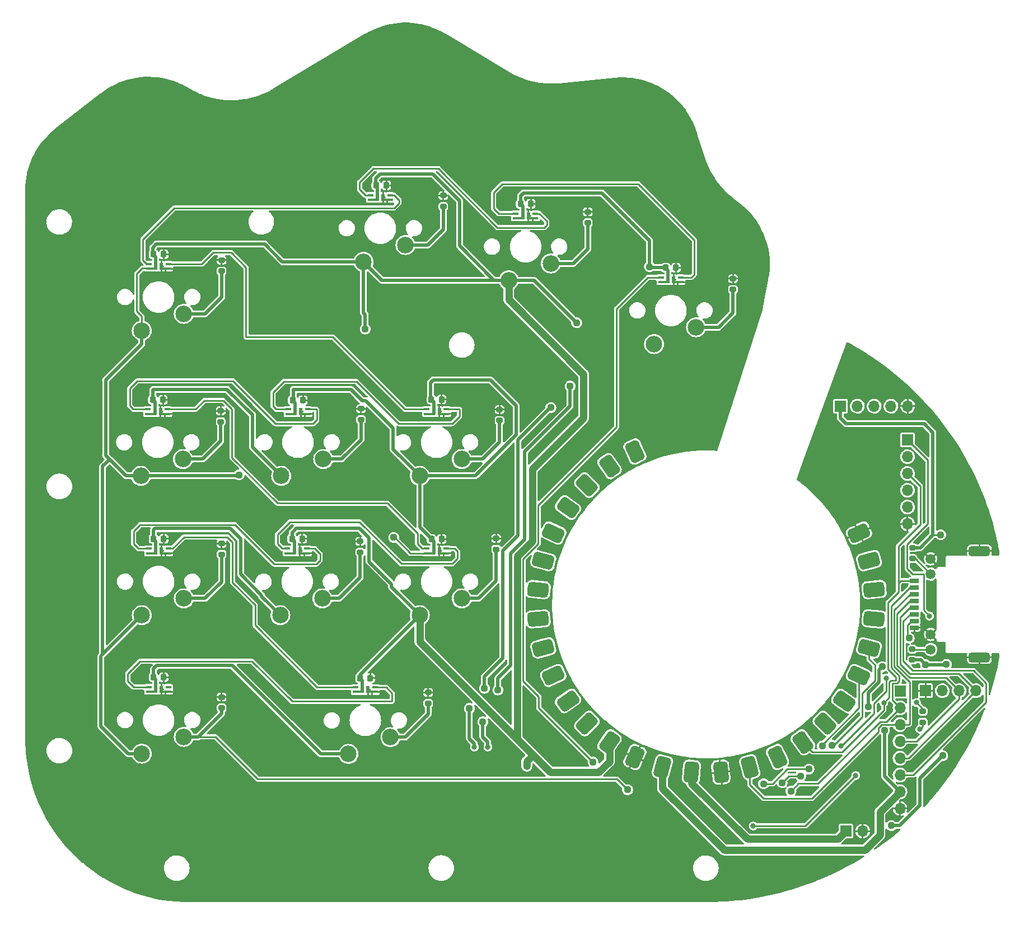
<source format=gbr>
%TF.GenerationSoftware,KiCad,Pcbnew,(6.0.9)*%
%TF.CreationDate,2023-01-29T02:38:54+01:00*%
%TF.ProjectId,PICO DEV M3 KEYPAD,5049434f-2044-4455-9620-4d33204b4559,0.1*%
%TF.SameCoordinates,Original*%
%TF.FileFunction,Copper,L1,Top*%
%TF.FilePolarity,Positive*%
%FSLAX46Y46*%
G04 Gerber Fmt 4.6, Leading zero omitted, Abs format (unit mm)*
G04 Created by KiCad (PCBNEW (6.0.9)) date 2023-01-29 02:38:54*
%MOMM*%
%LPD*%
G01*
G04 APERTURE LIST*
G04 Aperture macros list*
%AMRoundRect*
0 Rectangle with rounded corners*
0 $1 Rounding radius*
0 $2 $3 $4 $5 $6 $7 $8 $9 X,Y pos of 4 corners*
0 Add a 4 corners polygon primitive as box body*
4,1,4,$2,$3,$4,$5,$6,$7,$8,$9,$2,$3,0*
0 Add four circle primitives for the rounded corners*
1,1,$1+$1,$2,$3*
1,1,$1+$1,$4,$5*
1,1,$1+$1,$6,$7*
1,1,$1+$1,$8,$9*
0 Add four rect primitives between the rounded corners*
20,1,$1+$1,$2,$3,$4,$5,0*
20,1,$1+$1,$4,$5,$6,$7,0*
20,1,$1+$1,$6,$7,$8,$9,0*
20,1,$1+$1,$8,$9,$2,$3,0*%
G04 Aperture macros list end*
%TA.AperFunction,SMDPad,CuDef*%
%ADD10RoundRect,0.225000X-0.225000X-0.250000X0.225000X-0.250000X0.225000X0.250000X-0.225000X0.250000X0*%
%TD*%
%TA.AperFunction,ComponentPad*%
%ADD11R,1.700000X1.700000*%
%TD*%
%TA.AperFunction,ComponentPad*%
%ADD12O,1.700000X1.700000*%
%TD*%
%TA.AperFunction,SMDPad,CuDef*%
%ADD13R,0.850000X0.400000*%
%TD*%
%TA.AperFunction,SMDPad,CuDef*%
%ADD14R,1.750000X0.400000*%
%TD*%
%TA.AperFunction,SMDPad,CuDef*%
%ADD15R,0.500000X1.100000*%
%TD*%
%TA.AperFunction,ComponentPad*%
%ADD16C,2.500000*%
%TD*%
%TA.AperFunction,SMDPad,CuDef*%
%ADD17RoundRect,0.200000X0.275000X-0.200000X0.275000X0.200000X-0.275000X0.200000X-0.275000X-0.200000X0*%
%TD*%
%TA.AperFunction,SMDPad,CuDef*%
%ADD18RoundRect,0.039370X-0.635630X0.260630X-0.635630X-0.260630X0.635630X-0.260630X0.635630X0.260630X0*%
%TD*%
%TA.AperFunction,ComponentPad*%
%ADD19C,1.500000*%
%TD*%
%TA.AperFunction,ComponentPad*%
%ADD20RoundRect,0.375000X-1.225000X0.375000X-1.225000X-0.375000X1.225000X-0.375000X1.225000X0.375000X0*%
%TD*%
%TA.AperFunction,SMDPad,CuDef*%
%ADD21RoundRect,0.200000X-0.275000X0.200000X-0.275000X-0.200000X0.275000X-0.200000X0.275000X0.200000X0*%
%TD*%
%TA.AperFunction,ComponentPad*%
%ADD22RoundRect,0.550000X-0.942469X0.718854X-0.054307X-1.184082X0.942469X-0.718854X0.054307X1.184082X0*%
%TD*%
%TA.AperFunction,ComponentPad*%
%ADD23RoundRect,0.550000X-1.052979X0.544275X0.152132X-1.175524X1.052979X-0.544275X-0.152132X1.175524X0*%
%TD*%
%TA.AperFunction,ComponentPad*%
%ADD24RoundRect,0.550000X-1.131494X0.353158X0.353948X-1.131247X1.131494X-0.353158X-0.353948X1.131247X0*%
%TD*%
%TA.AperFunction,ComponentPad*%
%ADD25RoundRect,0.550000X-1.175630X0.151311X0.545010X-1.052599X1.175630X-0.151311X-0.545010X1.052599X0*%
%TD*%
%TA.AperFunction,ComponentPad*%
%ADD26RoundRect,0.550000X-1.184044X-0.055133X0.719512X-0.941967X1.184044X0.055133X-0.719512X0.941967X0*%
%TD*%
%TA.AperFunction,ComponentPad*%
%ADD27RoundRect,0.550000X-1.156482X-0.259903X0.872152X-0.802715X1.156482X0.259903X-0.872152X0.802715X0*%
%TD*%
%TA.AperFunction,ComponentPad*%
%ADD28RoundRect,0.550000X-1.093781X-0.456775X0.998292X-0.639072X1.093781X0.456775X-0.998292X0.639072X0*%
%TD*%
%TA.AperFunction,ComponentPad*%
%ADD29RoundRect,0.550000X-0.997846X-0.639769X1.094099X-0.456012X0.997846X0.639769X-1.094099X0.456012X0*%
%TD*%
%TA.AperFunction,ComponentPad*%
%ADD30RoundRect,0.550000X-0.871591X-0.803323X1.156663X-0.259095X0.871591X0.803323X-1.156663X0.259095X0*%
%TD*%
%TA.AperFunction,ComponentPad*%
%ADD31RoundRect,0.550000X-0.718854X-0.942469X1.184082X-0.054307X0.718854X0.942469X-1.184082X0.054307X0*%
%TD*%
%TA.AperFunction,ComponentPad*%
%ADD32RoundRect,0.550000X-0.544275X-1.052979X1.175524X0.152132X0.544275X1.052979X-1.175524X-0.152132X0*%
%TD*%
%TA.AperFunction,ComponentPad*%
%ADD33RoundRect,0.550000X-0.353158X-1.131494X1.131247X0.353948X0.353158X1.131494X-1.131247X-0.353948X0*%
%TD*%
%TA.AperFunction,ComponentPad*%
%ADD34RoundRect,0.550000X-0.151311X-1.175630X1.052599X0.545010X0.151311X1.175630X-1.052599X-0.545010X0*%
%TD*%
%TA.AperFunction,ComponentPad*%
%ADD35RoundRect,0.550000X0.055133X-1.184044X0.941967X0.719512X-0.055133X1.184044X-0.941967X-0.719512X0*%
%TD*%
%TA.AperFunction,ComponentPad*%
%ADD36RoundRect,0.550000X0.259903X-1.156482X0.802715X0.872152X-0.259903X1.156482X-0.802715X-0.872152X0*%
%TD*%
%TA.AperFunction,ComponentPad*%
%ADD37RoundRect,0.550000X0.456775X-1.093781X0.639072X0.998292X-0.456775X1.093781X-0.639072X-0.998292X0*%
%TD*%
%TA.AperFunction,ComponentPad*%
%ADD38RoundRect,0.550000X0.639769X-0.997846X0.456012X1.094099X-0.639769X0.997846X-0.456012X-1.094099X0*%
%TD*%
%TA.AperFunction,ComponentPad*%
%ADD39RoundRect,0.550000X0.803323X-0.871591X0.259095X1.156663X-0.803323X0.871591X-0.259095X-1.156663X0*%
%TD*%
%TA.AperFunction,ComponentPad*%
%ADD40RoundRect,0.550000X0.942469X-0.718854X0.054307X1.184082X-0.942469X0.718854X-0.054307X-1.184082X0*%
%TD*%
%TA.AperFunction,ComponentPad*%
%ADD41RoundRect,0.550000X1.052979X-0.544275X-0.152132X1.175524X-1.052979X0.544275X0.152132X-1.175524X0*%
%TD*%
%TA.AperFunction,ComponentPad*%
%ADD42RoundRect,0.550000X1.131494X-0.353158X-0.353948X1.131247X-1.131494X0.353158X0.353948X-1.131247X0*%
%TD*%
%TA.AperFunction,ComponentPad*%
%ADD43RoundRect,0.550000X1.175630X-0.151311X-0.545010X1.052599X-1.175630X0.151311X0.545010X-1.052599X0*%
%TD*%
%TA.AperFunction,ComponentPad*%
%ADD44RoundRect,0.550000X1.184044X0.055133X-0.719512X0.941967X-1.184044X-0.055133X0.719512X-0.941967X0*%
%TD*%
%TA.AperFunction,ComponentPad*%
%ADD45RoundRect,0.550000X1.156482X0.259903X-0.872152X0.802715X-1.156482X-0.259903X0.872152X-0.802715X0*%
%TD*%
%TA.AperFunction,ComponentPad*%
%ADD46RoundRect,0.550000X1.093781X0.456775X-0.998292X0.639072X-1.093781X-0.456775X0.998292X-0.639072X0*%
%TD*%
%TA.AperFunction,ComponentPad*%
%ADD47RoundRect,0.550000X0.997846X0.639769X-1.094099X0.456012X-0.997846X-0.639769X1.094099X-0.456012X0*%
%TD*%
%TA.AperFunction,ComponentPad*%
%ADD48RoundRect,0.550000X0.871591X0.803323X-1.156663X0.259095X-0.871591X-0.803323X1.156663X-0.259095X0*%
%TD*%
%TA.AperFunction,ComponentPad*%
%ADD49RoundRect,0.550000X0.718854X0.942469X-1.184082X0.054307X-0.718854X-0.942469X1.184082X-0.054307X0*%
%TD*%
%TA.AperFunction,ViaPad*%
%ADD50C,1.127000*%
%TD*%
%TA.AperFunction,ViaPad*%
%ADD51C,0.800000*%
%TD*%
%TA.AperFunction,Conductor*%
%ADD52C,0.508000*%
%TD*%
%TA.AperFunction,Conductor*%
%ADD53C,0.500000*%
%TD*%
%TA.AperFunction,Conductor*%
%ADD54C,1.127000*%
%TD*%
%TA.AperFunction,Conductor*%
%ADD55C,0.254000*%
%TD*%
G04 APERTURE END LIST*
D10*
%TO.P,C10,1*%
%TO.N,+3.3V*%
X75412000Y-98806000D03*
%TO.P,C10,2*%
%TO.N,GND*%
X76962000Y-98806000D03*
%TD*%
D11*
%TO.P,J4,1,Pin_1*%
%TO.N,+3.3V*%
X179324000Y-78740000D03*
D12*
%TO.P,J4,2,Pin_2*%
%TO.N,/A3*%
X181864000Y-78740000D03*
%TO.P,J4,3,Pin_3*%
%TO.N,/A2*%
X184404000Y-78740000D03*
%TO.P,J4,4,Pin_4*%
%TO.N,MK_12*%
X186944000Y-78740000D03*
%TO.P,J4,5,Pin_5*%
%TO.N,GND*%
X189484000Y-78740000D03*
%TD*%
D13*
%TO.P,MK8,1,DIN*%
%TO.N,/KEYS/LED8*%
X116734704Y-100283000D03*
D14*
%TO.P,MK8,2,VDD*%
%TO.N,+3.3V*%
X117184703Y-100983000D03*
D15*
X117809703Y-100633000D03*
D13*
%TO.P,MK8,3,DOUT*%
%TO.N,/KEYS/LED9*%
X119734703Y-100283000D03*
D14*
%TO.P,MK8,4,GND*%
%TO.N,GND*%
X119284704Y-100983000D03*
D15*
X118659704Y-100633000D03*
D16*
%TO.P,MK8,5,5*%
%TO.N,MK_8*%
X122047000Y-107823000D03*
%TO.P,MK8,6,6*%
%TO.N,+3.3V*%
X115697000Y-110363000D03*
%TD*%
D17*
%TO.P,R4,1*%
%TO.N,MK_2*%
X141097000Y-50990000D03*
%TO.P,R4,2*%
%TO.N,GND*%
X141097000Y-49340000D03*
%TD*%
D11*
%TO.P,J1,1,Pin_1*%
%TO.N,GND*%
X192176400Y-121793000D03*
D12*
%TO.P,J1,2,Pin_2*%
%TO.N,+3.3V*%
X194716400Y-121793000D03*
%TO.P,J1,3,Pin_3*%
%TO.N,/SCL*%
X197256400Y-121793000D03*
%TO.P,J1,4,Pin_4*%
%TO.N,/SDA*%
X199796400Y-121793000D03*
%TD*%
D17*
%TO.P,R7,1*%
%TO.N,MK_5*%
X127762000Y-80898000D03*
%TO.P,R7,2*%
%TO.N,GND*%
X127762000Y-79248000D03*
%TD*%
D10*
%TO.P,C1,1*%
%TO.N,+3.3V*%
X152882000Y-57785000D03*
%TO.P,C1,2*%
%TO.N,GND*%
X154432000Y-57785000D03*
%TD*%
D13*
%TO.P,MK2,1,DIN*%
%TO.N,/KEYS/LED2*%
X130196704Y-49610000D03*
D15*
%TO.P,MK2,2,VDD*%
%TO.N,+3.3V*%
X131271703Y-49960000D03*
D14*
X130646703Y-50310000D03*
D13*
%TO.P,MK2,3,DOUT*%
%TO.N,/KEYS/LED3*%
X133196703Y-49610000D03*
D14*
%TO.P,MK2,4,GND*%
%TO.N,GND*%
X132746704Y-50310000D03*
D15*
X132121704Y-49960000D03*
D16*
%TO.P,MK2,5,5*%
%TO.N,MK_2*%
X135509000Y-57150000D03*
%TO.P,MK2,6,6*%
%TO.N,+3.3V*%
X129159000Y-59690000D03*
%TD*%
D10*
%TO.P,C5,1*%
%TO.N,+3.3V*%
X117449000Y-77724000D03*
%TO.P,C5,2*%
%TO.N,GND*%
X118999000Y-77724000D03*
%TD*%
%TO.P,C6,1*%
%TO.N,+3.3V*%
X96469200Y-77851000D03*
%TO.P,C6,2*%
%TO.N,GND*%
X98019200Y-77851000D03*
%TD*%
D17*
%TO.P,R10,1*%
%TO.N,MK_8*%
X127254000Y-100393000D03*
%TO.P,R10,2*%
%TO.N,GND*%
X127254000Y-98743000D03*
%TD*%
%TO.P,R11,1*%
%TO.N,MK_9*%
X106680000Y-100837000D03*
%TO.P,R11,2*%
%TO.N,GND*%
X106680000Y-99187000D03*
%TD*%
%TO.P,R8,1*%
%TO.N,MK_6*%
X106807000Y-80771000D03*
%TO.P,R8,2*%
%TO.N,GND*%
X106807000Y-79121000D03*
%TD*%
D13*
%TO.P,MK1,1,DIN*%
%TO.N,LED_OUT*%
X152167704Y-59262000D03*
D15*
%TO.P,MK1,2,VDD*%
%TO.N,+3.3V*%
X153242703Y-59612000D03*
D14*
X152617703Y-59962000D03*
D13*
%TO.P,MK1,3,DOUT*%
%TO.N,/KEYS/LED2*%
X155167703Y-59262000D03*
D14*
%TO.P,MK1,4,GND*%
%TO.N,GND*%
X154717704Y-59962000D03*
D15*
X154092704Y-59612000D03*
D16*
%TO.P,MK1,5,5*%
%TO.N,MK_1*%
X157480000Y-66802000D03*
%TO.P,MK1,6,6*%
%TO.N,+3.3V*%
X151130000Y-69342000D03*
%TD*%
D11*
%TO.P,J5,1,Pin_1*%
%TO.N,MK_2*%
X189454000Y-83845000D03*
D12*
%TO.P,J5,2,Pin_2*%
%TO.N,/IO18*%
X189454000Y-86385000D03*
%TO.P,J5,3,Pin_3*%
%TO.N,/IO19*%
X189454000Y-88925000D03*
%TO.P,J5,4,Pin_4*%
%TO.N,MK_1*%
X189454000Y-91465000D03*
%TO.P,J5,5,Pin_5*%
%TO.N,+5V*%
X189454000Y-94005000D03*
%TO.P,J5,6,Pin_6*%
%TO.N,GND*%
X189454000Y-96545000D03*
%TD*%
D18*
%TO.P,SERIAL_CONN1,1*%
%TO.N,/IO19*%
X190474800Y-105138600D03*
%TO.P,SERIAL_CONN1,2*%
%TO.N,/TX_0*%
X190474800Y-106158600D03*
%TO.P,SERIAL_CONN1,3*%
%TO.N,/RX_0*%
X190474800Y-107178600D03*
%TO.P,SERIAL_CONN1,4*%
%TO.N,/SCL*%
X190474800Y-108198600D03*
%TO.P,SERIAL_CONN1,5*%
%TO.N,/SDA*%
X190474800Y-109218600D03*
%TO.P,SERIAL_CONN1,6*%
%TO.N,/IO18*%
X190474800Y-110238600D03*
%TO.P,SERIAL_CONN1,7*%
%TO.N,+5V*%
X190474800Y-111258600D03*
%TO.P,SERIAL_CONN1,8*%
%TO.N,GND*%
X190474800Y-112278600D03*
D19*
%TO.P,SERIAL_CONN1,9*%
%TO.N,Net-(R1-Pad2)*%
X192958800Y-115566600D03*
%TO.P,SERIAL_CONN1,10*%
%TO.N,GND*%
X192958800Y-113276600D03*
%TO.P,SERIAL_CONN1,11*%
%TO.N,Net-(R2-Pad2)*%
X192958800Y-104136600D03*
%TO.P,SERIAL_CONN1,12*%
%TO.N,GND*%
X192958800Y-101846600D03*
D20*
%TO.P,SERIAL_CONN1,SH*%
X200318800Y-116731600D03*
X200318800Y-100681600D03*
%TD*%
D13*
%TO.P,MK5,1,DIN*%
%TO.N,/KEYS/LED5*%
X116734704Y-79201000D03*
D15*
%TO.P,MK5,2,VDD*%
%TO.N,+3.3V*%
X117809703Y-79551000D03*
D14*
X117184703Y-79901000D03*
D13*
%TO.P,MK5,3,DOUT*%
%TO.N,/KEYS/LED6*%
X119734703Y-79201000D03*
D15*
%TO.P,MK5,4,GND*%
%TO.N,GND*%
X118659704Y-79551000D03*
D14*
X119284704Y-79901000D03*
D16*
%TO.P,MK5,5,5*%
%TO.N,MK_5*%
X122047000Y-86741000D03*
%TO.P,MK5,6,6*%
%TO.N,+3.3V*%
X115697000Y-89281000D03*
%TD*%
D21*
%TO.P,R15,1*%
%TO.N,/IO19*%
X191770000Y-124905000D03*
%TO.P,R15,2*%
%TO.N,Net-(J3-Pad1)*%
X191770000Y-126555000D03*
%TD*%
D10*
%TO.P,C4,1*%
%TO.N,+3.3V*%
X75412000Y-55753000D03*
%TO.P,C4,2*%
%TO.N,GND*%
X76962000Y-55753000D03*
%TD*%
D13*
%TO.P,MK12,1,DIN*%
%TO.N,/KEYS/LED12*%
X74697704Y-121238000D03*
D15*
%TO.P,MK12,2,VDD*%
%TO.N,+3.3V*%
X75772703Y-121588000D03*
D14*
X75147703Y-121938000D03*
D13*
%TO.P,MK12,3,DOUT*%
%TO.N,unconnected-(MK12-Pad3)*%
X77697703Y-121238000D03*
D14*
%TO.P,MK12,4,GND*%
%TO.N,GND*%
X77247704Y-121938000D03*
D15*
X76622704Y-121588000D03*
D16*
%TO.P,MK12,5,5*%
%TO.N,MK_12*%
X80010000Y-128778000D03*
%TO.P,MK12,6,6*%
%TO.N,+3.3V*%
X73660000Y-131318000D03*
%TD*%
D22*
%TO.P,U1,1,IO0*%
%TO.N,MK_1*%
X148225575Y-85597592D03*
D23*
%TO.P,U1,2,IO1*%
%TO.N,MK_2*%
X144375549Y-87820406D03*
D24*
%TO.P,U1,3,IO6*%
%TO.N,MK_3*%
X140970000Y-90678000D03*
D25*
%TO.P,U1,4,IO7*%
%TO.N,MK_4*%
X138112406Y-94083548D03*
D26*
%TO.P,U1,5,IO9*%
%TO.N,MK_5*%
X135889592Y-97933574D03*
D27*
%TO.P,U1,6,IO10*%
%TO.N,MK_6*%
X134369098Y-102111098D03*
D28*
%TO.P,U1,7,IO11*%
%TO.N,MK_7*%
X133597123Y-106489186D03*
D29*
%TO.P,U1,8,IO12*%
%TO.N,MK_8*%
X133597123Y-110934813D03*
D30*
%TO.P,U1,9,IO13*%
%TO.N,MK_9*%
X134369098Y-115312902D03*
D31*
%TO.P,U1,10,IO14*%
%TO.N,MK_10*%
X135889592Y-119490425D03*
D32*
%TO.P,U1,11,IO15*%
%TO.N,MK_11*%
X138112406Y-123340451D03*
D33*
%TO.P,U1,12,IO16*%
%TO.N,/TX_0*%
X140970000Y-126746000D03*
D34*
%TO.P,U1,13,+3.3*%
%TO.N,+3.3V*%
X144375548Y-129603594D03*
D35*
%TO.P,U1,14,GND*%
%TO.N,GND*%
X148225574Y-131826408D03*
D36*
%TO.P,U1,15,VIN/VBUS*%
%TO.N,+5V*%
X152403098Y-133346902D03*
D37*
%TO.P,U1,16,BAT+*%
%TO.N,/BAT+*%
X156781186Y-134118877D03*
D38*
%TO.P,U1,17,GND*%
%TO.N,GND*%
X161226813Y-134118877D03*
D39*
%TO.P,U1,18,IO17*%
%TO.N,/RX_0*%
X165604902Y-133346902D03*
D40*
%TO.P,U1,19,IO18*%
%TO.N,/IO18*%
X169782425Y-131826408D03*
D41*
%TO.P,U1,20,IO19*%
%TO.N,/IO19*%
X173632451Y-129603594D03*
D42*
%TO.P,U1,21,IO20*%
%TO.N,/SDA*%
X177038000Y-126746000D03*
D43*
%TO.P,U1,22,IO21*%
%TO.N,/SCL*%
X179895594Y-123340452D03*
D44*
%TO.P,U1,23,IO22*%
%TO.N,LED_OUT*%
X182118408Y-119490426D03*
D45*
%TO.P,U1,24,IO23*%
%TO.N,MK_12*%
X183638902Y-115312902D03*
D46*
%TO.P,U1,25,A2*%
%TO.N,/A2*%
X184410877Y-110934814D03*
D47*
%TO.P,U1,26,A3*%
%TO.N,/A3*%
X184410877Y-106489187D03*
D48*
%TO.P,U1,27,RS*%
%TO.N,unconnected-(U1-Pad27)*%
X183638902Y-102111098D03*
D49*
%TO.P,U1,28,GND*%
%TO.N,GND*%
X182118408Y-97933575D03*
%TD*%
D17*
%TO.P,R6,1*%
%TO.N,MK_4*%
X85725000Y-58292000D03*
%TO.P,R6,2*%
%TO.N,GND*%
X85725000Y-56642000D03*
%TD*%
D11*
%TO.P,J3,1,Pin_1*%
%TO.N,Net-(J3-Pad1)*%
X188315600Y-121843800D03*
D12*
%TO.P,J3,2,Pin_2*%
%TO.N,/TX_0*%
X188315600Y-124383800D03*
%TO.P,J3,3,Pin_3*%
%TO.N,/RX_0*%
X188315600Y-126923800D03*
%TO.P,J3,4,Pin_4*%
%TO.N,/SCL*%
X188315600Y-129463800D03*
%TO.P,J3,5,Pin_5*%
%TO.N,/SDA*%
X188315600Y-132003800D03*
%TO.P,J3,6,Pin_6*%
%TO.N,/IO18*%
X188315600Y-134543800D03*
%TO.P,J3,7,Pin_7*%
%TO.N,+5V*%
X188315600Y-137083800D03*
%TO.P,J3,8,Pin_8*%
%TO.N,GND*%
X188315600Y-139623800D03*
%TD*%
D17*
%TO.P,R14,1*%
%TO.N,MK_12*%
X85725000Y-124396000D03*
%TO.P,R14,2*%
%TO.N,GND*%
X85725000Y-122746000D03*
%TD*%
D10*
%TO.P,C11,1*%
%TO.N,+3.3V*%
X106654000Y-119888000D03*
%TO.P,C11,2*%
%TO.N,GND*%
X108204000Y-119888000D03*
%TD*%
D13*
%TO.P,MK7,1,DIN*%
%TO.N,/KEYS/LED7*%
X74570704Y-79201000D03*
D15*
%TO.P,MK7,2,VDD*%
%TO.N,+3.3V*%
X75645703Y-79551000D03*
D14*
X75020703Y-79901000D03*
D13*
%TO.P,MK7,3,DOUT*%
%TO.N,/KEYS/LED8*%
X77570703Y-79201000D03*
D15*
%TO.P,MK7,4,GND*%
%TO.N,GND*%
X76495704Y-79551000D03*
D14*
X77120704Y-79901000D03*
D16*
%TO.P,MK7,5,5*%
%TO.N,MK_7*%
X79883000Y-86741000D03*
%TO.P,MK7,6,6*%
%TO.N,+3.3V*%
X73533000Y-89281000D03*
%TD*%
D17*
%TO.P,R3,1*%
%TO.N,MK_1*%
X163068000Y-61086000D03*
%TO.P,R3,2*%
%TO.N,GND*%
X163068000Y-59436000D03*
%TD*%
%TO.P,R9,1*%
%TO.N,MK_7*%
X85598000Y-81089000D03*
%TO.P,R9,2*%
%TO.N,GND*%
X85598000Y-79439000D03*
%TD*%
D11*
%TO.P,J2,1,Pin_1*%
%TO.N,/BAT+*%
X180131400Y-143027800D03*
D12*
%TO.P,J2,2,Pin_2*%
%TO.N,GND*%
X182671400Y-143027800D03*
%TD*%
D13*
%TO.P,MK6,1,DIN*%
%TO.N,/KEYS/LED6*%
X95779704Y-79201000D03*
D15*
%TO.P,MK6,2,VDD*%
%TO.N,+3.3V*%
X96854703Y-79551000D03*
D14*
X96229703Y-79901000D03*
D13*
%TO.P,MK6,3,DOUT*%
%TO.N,/KEYS/LED7*%
X98779703Y-79201000D03*
D14*
%TO.P,MK6,4,GND*%
%TO.N,GND*%
X98329704Y-79901000D03*
D15*
X97704704Y-79551000D03*
D16*
%TO.P,MK6,5,5*%
%TO.N,MK_6*%
X101092000Y-86741000D03*
%TO.P,MK6,6,6*%
%TO.N,+3.3V*%
X94742000Y-89281000D03*
%TD*%
D13*
%TO.P,MK3,1,DIN*%
%TO.N,/KEYS/LED3*%
X108225704Y-46816000D03*
D15*
%TO.P,MK3,2,VDD*%
%TO.N,+3.3V*%
X109300703Y-47166000D03*
D14*
X108675703Y-47516000D03*
D13*
%TO.P,MK3,3,DOUT*%
%TO.N,/KEYS/LED4*%
X111225703Y-46816000D03*
D14*
%TO.P,MK3,4,GND*%
%TO.N,GND*%
X110775704Y-47516000D03*
D15*
X110150704Y-47166000D03*
D16*
%TO.P,MK3,5,5*%
%TO.N,MK_3*%
X113538000Y-54356000D03*
%TO.P,MK3,6,6*%
%TO.N,+3.3V*%
X107188000Y-56896000D03*
%TD*%
D13*
%TO.P,MK11,1,DIN*%
%TO.N,/KEYS/LED11*%
X105952404Y-121276100D03*
D15*
%TO.P,MK11,2,VDD*%
%TO.N,+3.3V*%
X107027403Y-121626100D03*
D14*
X106402403Y-121976100D03*
D13*
%TO.P,MK11,3,DOUT*%
%TO.N,/KEYS/LED12*%
X108952403Y-121276100D03*
D15*
%TO.P,MK11,4,GND*%
%TO.N,GND*%
X107877404Y-121626100D03*
D14*
X108502404Y-121976100D03*
D16*
%TO.P,MK11,5,5*%
%TO.N,MK_11*%
X111264700Y-128816100D03*
%TO.P,MK11,6,6*%
%TO.N,+3.3V*%
X104914700Y-131356100D03*
%TD*%
D10*
%TO.P,C12,1*%
%TO.N,+3.3V*%
X75425000Y-119761000D03*
%TO.P,C12,2*%
%TO.N,GND*%
X76975000Y-119761000D03*
%TD*%
%TO.P,C8,1*%
%TO.N,+3.3V*%
X117462000Y-98831400D03*
%TO.P,C8,2*%
%TO.N,GND*%
X119012000Y-98831400D03*
%TD*%
%TO.P,C9,1*%
%TO.N,+3.3V*%
X96380000Y-98806000D03*
%TO.P,C9,2*%
%TO.N,GND*%
X97930000Y-98806000D03*
%TD*%
D17*
%TO.P,R12,1*%
%TO.N,MK_10*%
X85725000Y-101155000D03*
%TO.P,R12,2*%
%TO.N,GND*%
X85725000Y-99505000D03*
%TD*%
D13*
%TO.P,MK9,1,DIN*%
%TO.N,/KEYS/LED9*%
X95652704Y-100283000D03*
D15*
%TO.P,MK9,2,VDD*%
%TO.N,+3.3V*%
X96727703Y-100633000D03*
D14*
X96102703Y-100983000D03*
D13*
%TO.P,MK9,3,DOUT*%
%TO.N,/KEYS/LED10*%
X98652703Y-100283000D03*
D15*
%TO.P,MK9,4,GND*%
%TO.N,GND*%
X97577704Y-100633000D03*
D14*
X98202704Y-100983000D03*
D16*
%TO.P,MK9,5,5*%
%TO.N,MK_9*%
X100965000Y-107823000D03*
%TO.P,MK9,6,6*%
%TO.N,+3.3V*%
X94615000Y-110363000D03*
%TD*%
D10*
%TO.P,C7,1*%
%TO.N,+3.3V*%
X75311000Y-77774800D03*
%TO.P,C7,2*%
%TO.N,GND*%
X76861000Y-77774800D03*
%TD*%
D17*
%TO.P,R13,1*%
%TO.N,MK_11*%
X116967000Y-123698000D03*
%TO.P,R13,2*%
%TO.N,GND*%
X116967000Y-122048000D03*
%TD*%
D10*
%TO.P,C3,1*%
%TO.N,+3.3V*%
X109093000Y-45339000D03*
%TO.P,C3,2*%
%TO.N,GND*%
X110643000Y-45339000D03*
%TD*%
%TO.P,C2,1*%
%TO.N,+3.3V*%
X130937000Y-48133000D03*
%TO.P,C2,2*%
%TO.N,GND*%
X132487000Y-48133000D03*
%TD*%
D13*
%TO.P,MK4,1,DIN*%
%TO.N,/KEYS/LED4*%
X74697704Y-57230000D03*
D14*
%TO.P,MK4,2,VDD*%
%TO.N,+3.3V*%
X75147703Y-57930000D03*
D15*
X75772703Y-57580000D03*
D13*
%TO.P,MK4,3,DOUT*%
%TO.N,/KEYS/LED5*%
X77697703Y-57230000D03*
D14*
%TO.P,MK4,4,GND*%
%TO.N,GND*%
X77247704Y-57930000D03*
D15*
X76622704Y-57580000D03*
D16*
%TO.P,MK4,5,5*%
%TO.N,MK_4*%
X80010000Y-64770000D03*
%TO.P,MK4,6,6*%
%TO.N,+3.3V*%
X73660000Y-67310000D03*
%TD*%
D21*
%TO.P,R2,1*%
%TO.N,+3.3V*%
X190195200Y-100152200D03*
%TO.P,R2,2*%
%TO.N,Net-(R2-Pad2)*%
X190195200Y-101802200D03*
%TD*%
D17*
%TO.P,R1,1*%
%TO.N,+3.3V*%
X190169800Y-117144800D03*
%TO.P,R1,2*%
%TO.N,Net-(R1-Pad2)*%
X190169800Y-115494800D03*
%TD*%
D13*
%TO.P,MK10,1,DIN*%
%TO.N,/KEYS/LED10*%
X74697704Y-100283000D03*
D15*
%TO.P,MK10,2,VDD*%
%TO.N,+3.3V*%
X75772703Y-100633000D03*
D14*
X75147703Y-100983000D03*
D13*
%TO.P,MK10,3,DOUT*%
%TO.N,/KEYS/LED11*%
X77697703Y-100283000D03*
D14*
%TO.P,MK10,4,GND*%
%TO.N,GND*%
X77247704Y-100983000D03*
D15*
X76622704Y-100633000D03*
D16*
%TO.P,MK10,5,5*%
%TO.N,MK_10*%
X80010000Y-107823000D03*
%TO.P,MK10,6,6*%
%TO.N,+3.3V*%
X73660000Y-110363000D03*
%TD*%
D17*
%TO.P,R5,1*%
%TO.N,MK_3*%
X119253000Y-48513000D03*
%TO.P,R5,2*%
%TO.N,GND*%
X119253000Y-46863000D03*
%TD*%
D50*
%TO.N,+3.3V*%
X150444200Y-57632600D03*
X186994800Y-142189200D03*
X139420600Y-66116200D03*
X111760000Y-98602800D03*
X192176400Y-117858200D03*
X131876800Y-133197600D03*
X195326000Y-117805200D03*
X88366600Y-89128600D03*
X107442000Y-67056000D03*
X194767200Y-131622800D03*
X194462400Y-98196400D03*
%TO.N,GND*%
X107594400Y-107442000D03*
X107746800Y-110693200D03*
X103174800Y-99161600D03*
X97891600Y-115519200D03*
D51*
X91440000Y-77724000D03*
X78486000Y-98552000D03*
X82042000Y-100584000D03*
D50*
X103784400Y-115316000D03*
D51*
X81534000Y-80772000D03*
X101346000Y-78486000D03*
X79248000Y-77470000D03*
D50*
X103225600Y-102717600D03*
D51*
%TO.N,/IO19*%
X190804800Y-123571000D03*
X185877200Y-123621800D03*
D50*
%TO.N,/TX_0*%
X171831000Y-136982200D03*
%TO.N,+5V*%
X183490600Y-124206000D03*
X185953400Y-127813800D03*
X185622700Y-118160300D03*
X189712894Y-113829644D03*
D51*
%TO.N,Net-(J3-Pad1)*%
X191312800Y-127609600D03*
D50*
%TO.N,MK_12*%
X167690800Y-135864600D03*
X174548800Y-133653800D03*
X178054000Y-130022600D03*
X147116800Y-136779000D03*
D51*
%TO.N,MK_2*%
X123952000Y-130302000D03*
D50*
X123190000Y-124460000D03*
D51*
X192786000Y-110490000D03*
D50*
X125476000Y-121412000D03*
X135509000Y-78953857D03*
D51*
%TO.N,MK_1*%
X179401472Y-130136900D03*
D50*
X138430000Y-75692000D03*
D51*
X186230600Y-119879600D03*
D50*
X125222000Y-126492000D03*
X127508000Y-121666000D03*
D51*
X181610000Y-134620000D03*
X125984000Y-130302000D03*
X166116000Y-142240000D03*
D50*
%TO.N,LED_OUT*%
X141909800Y-132613400D03*
X176555400Y-130148600D03*
X173304200Y-134696200D03*
X170484800Y-135712200D03*
%TD*%
D52*
%TO.N,+3.3V*%
X109016800Y-45262800D02*
X109093000Y-45339000D01*
X71272400Y-89281000D02*
X73533000Y-89281000D01*
X75641200Y-97253400D02*
X75412000Y-97482600D01*
X132994400Y-59690000D02*
X129159000Y-59690000D01*
D53*
X75772703Y-121588000D02*
X75772703Y-120108703D01*
X191312800Y-139141200D02*
X188264800Y-142189200D01*
D52*
X190169800Y-117144800D02*
X191463000Y-117144800D01*
D53*
X96854703Y-79551000D02*
X96854703Y-78236503D01*
D52*
X193294000Y-98221800D02*
X193294000Y-82702400D01*
D54*
X132713500Y-88266500D02*
X140462000Y-80518000D01*
D52*
X94742000Y-89281000D02*
X90373200Y-84912200D01*
X109016800Y-44272200D02*
X109016800Y-45262800D01*
X97002600Y-97231200D02*
X106578400Y-97231200D01*
X73660000Y-69316600D02*
X68173600Y-74803000D01*
D53*
X75772703Y-100633000D02*
X75772703Y-99166703D01*
X107027403Y-120261403D02*
X106654000Y-119888000D01*
D52*
X179324000Y-80568800D02*
X179324000Y-78740000D01*
X191463000Y-117144800D02*
X192176400Y-117858200D01*
D53*
X96727703Y-99153703D02*
X96380000Y-98806000D01*
X131271703Y-48467703D02*
X130937000Y-48133000D01*
D52*
X67741800Y-87833200D02*
X68783200Y-86791800D01*
D55*
X117184703Y-100983000D02*
X114267200Y-100983000D01*
X73736200Y-57861200D02*
X72898000Y-58699400D01*
D52*
X111672999Y-85256999D02*
X115697000Y-89281000D01*
X67462400Y-127152400D02*
X67462400Y-116560600D01*
X73660000Y-131318000D02*
X71628000Y-131318000D01*
X130937000Y-46939200D02*
X130937000Y-48133000D01*
X126390400Y-74777600D02*
X130276600Y-78663800D01*
X130276600Y-83083400D02*
X124079000Y-89281000D01*
D55*
X111887000Y-98602800D02*
X111760000Y-98602800D01*
D52*
X117729000Y-74777600D02*
X126390400Y-74777600D01*
X71628000Y-131318000D02*
X67462400Y-127152400D01*
X91770200Y-107340400D02*
X88595200Y-104165400D01*
D53*
X75772703Y-56113703D02*
X75412000Y-55753000D01*
D52*
X111672999Y-82081999D02*
X111672999Y-85256999D01*
X91770200Y-107518200D02*
X91770200Y-107340400D01*
X96380000Y-98806000D02*
X96380000Y-97853800D01*
D53*
X88214200Y-89281000D02*
X88366600Y-89128600D01*
D52*
X115697000Y-97066400D02*
X117462000Y-98831400D01*
D55*
X72898000Y-58699400D02*
X72898000Y-64389000D01*
D54*
X144375548Y-129603594D02*
X144375548Y-132484452D01*
D52*
X75425000Y-119761000D02*
X75425000Y-118504000D01*
X68783200Y-86791800D02*
X71272400Y-89281000D01*
X108026200Y-98679000D02*
X108026200Y-102250895D01*
D55*
X75147703Y-57930000D02*
X75078903Y-57861200D01*
D53*
X191312800Y-135077200D02*
X191312800Y-139141200D01*
X107442000Y-67056000D02*
X107442000Y-64871600D01*
D55*
X72898000Y-64389000D02*
X73660000Y-65151000D01*
D53*
X117809703Y-79551000D02*
X117809703Y-78084703D01*
D52*
X139420600Y-66116200D02*
X132994400Y-59690000D01*
D53*
X73533000Y-89281000D02*
X88214200Y-89281000D01*
D55*
X73660000Y-65151000D02*
X73660000Y-67310000D01*
D54*
X135432800Y-134112000D02*
X115697000Y-114376200D01*
D53*
X117809703Y-99179103D02*
X117462000Y-98831400D01*
D52*
X75311000Y-55652000D02*
X75412000Y-55753000D01*
X67741800Y-116281200D02*
X73660000Y-110363000D01*
X96570800Y-77749400D02*
X96570800Y-76200000D01*
X150444200Y-57632600D02*
X150444200Y-53670200D01*
X107492800Y-77901800D02*
X111672999Y-82081999D01*
D53*
X75772703Y-57580000D02*
X75772703Y-56113703D01*
D52*
X180162200Y-81407000D02*
X179324000Y-80568800D01*
D53*
X117809703Y-100633000D02*
X117809703Y-99179103D01*
D52*
X191363600Y-100152200D02*
X193294000Y-98221800D01*
X111429800Y-105654495D02*
X111429800Y-106095800D01*
X94919800Y-56896000D02*
X92227400Y-54203600D01*
X106987696Y-77901800D02*
X107492800Y-77901800D01*
X96380000Y-97853800D02*
X97002600Y-97231200D01*
D54*
X130427500Y-101474500D02*
X132713500Y-99188500D01*
D52*
X109982000Y-59690000D02*
X107188000Y-56896000D01*
X152882000Y-57785000D02*
X150596600Y-57785000D01*
D53*
X131271703Y-49960000D02*
X131271703Y-48467703D01*
D52*
X150596600Y-57785000D02*
X150444200Y-57632600D01*
X75412000Y-97482600D02*
X75412000Y-98806000D01*
D53*
X117809703Y-78084703D02*
X117449000Y-77724000D01*
D52*
X115697000Y-89281000D02*
X115697000Y-97066400D01*
D53*
X75645703Y-78109503D02*
X75311000Y-77774800D01*
D54*
X132713500Y-99188500D02*
X132713500Y-88266500D01*
D53*
X194767200Y-131622800D02*
X191312800Y-135077200D01*
D52*
X87017200Y-97253400D02*
X75641200Y-97253400D01*
D54*
X131876800Y-132486400D02*
X132842000Y-131521200D01*
D53*
X107442000Y-64871600D02*
X107188000Y-64617600D01*
D55*
X194437000Y-98221800D02*
X194462400Y-98196400D01*
D52*
X190195200Y-100152200D02*
X191363600Y-100152200D01*
X67462400Y-116560600D02*
X67741800Y-116281200D01*
D53*
X75772703Y-120108703D02*
X75425000Y-119761000D01*
D52*
X73660000Y-67310000D02*
X73660000Y-69316600D01*
X109702600Y-43586400D02*
X109016800Y-44272200D01*
X126923800Y-59690000D02*
X121716800Y-54483000D01*
X106578400Y-97231200D02*
X108026200Y-98679000D01*
X117322600Y-75184000D02*
X117729000Y-74777600D01*
D55*
X114267200Y-100983000D02*
X111887000Y-98602800D01*
D54*
X135432800Y-134112000D02*
X132842000Y-131521200D01*
X132842000Y-131521200D02*
X130427500Y-129106700D01*
D52*
X86537800Y-76174600D02*
X75438000Y-76174600D01*
D53*
X107027403Y-121626100D02*
X107027403Y-120261403D01*
D52*
X150444200Y-53670200D02*
X143252800Y-46478800D01*
X88595200Y-98831400D02*
X87017200Y-97253400D01*
X96570800Y-76200000D02*
X105285896Y-76200000D01*
X121716800Y-54483000D02*
X121716800Y-47650400D01*
D54*
X140462000Y-73914000D02*
X129159000Y-62611000D01*
D52*
X191998600Y-81407000D02*
X180162200Y-81407000D01*
X100749100Y-131356100D02*
X104914700Y-131356100D01*
X96469200Y-77851000D02*
X96570800Y-77749400D01*
X75869800Y-54203600D02*
X75311000Y-54762400D01*
D54*
X130427500Y-129106700D02*
X130427500Y-101474500D01*
D55*
X192229400Y-117805200D02*
X195326000Y-117805200D01*
X192176400Y-117858200D02*
X192229400Y-117805200D01*
D52*
X108026200Y-102250895D02*
X111429800Y-105654495D01*
D55*
X75078903Y-57861200D02*
X73736200Y-57861200D01*
D52*
X107188000Y-56896000D02*
X94919800Y-56896000D01*
X75438000Y-76174600D02*
X75311000Y-76301600D01*
X131397400Y-46478800D02*
X130937000Y-46939200D01*
X87376000Y-117983000D02*
X100749100Y-131356100D01*
D53*
X75772703Y-99166703D02*
X75412000Y-98806000D01*
D52*
X111429800Y-106095800D02*
X115697000Y-110363000D01*
D53*
X96727703Y-100633000D02*
X96727703Y-99153703D01*
D52*
X193294000Y-82702400D02*
X191998600Y-81407000D01*
X68173600Y-74803000D02*
X68173600Y-86182200D01*
X115697000Y-110363000D02*
X106654000Y-119406000D01*
X117652800Y-43586400D02*
X109702600Y-43586400D01*
D53*
X109300703Y-47166000D02*
X109300703Y-45546703D01*
D52*
X75311000Y-76301600D02*
X75311000Y-77774800D01*
X129159000Y-59690000D02*
X126923800Y-59690000D01*
D54*
X140462000Y-80518000D02*
X140462000Y-73914000D01*
D52*
X106654000Y-119406000D02*
X106654000Y-119888000D01*
X124079000Y-89281000D02*
X115697000Y-89281000D01*
X117322600Y-77597600D02*
X117322600Y-75184000D01*
X75311000Y-54762400D02*
X75311000Y-55652000D01*
D53*
X153242703Y-59612000D02*
X153242703Y-58145703D01*
D52*
X68173600Y-86182200D02*
X68783200Y-86791800D01*
D55*
X193294000Y-98221800D02*
X194437000Y-98221800D01*
D53*
X75645703Y-79551000D02*
X75645703Y-78109503D01*
D52*
X75946000Y-117983000D02*
X87376000Y-117983000D01*
X90373200Y-84912200D02*
X90373200Y-80010000D01*
X143252800Y-46478800D02*
X131397400Y-46478800D01*
D53*
X96854703Y-78236503D02*
X96469200Y-77851000D01*
D54*
X131876800Y-133197600D02*
X131876800Y-132486400D01*
D52*
X195273000Y-117858200D02*
X195326000Y-117805200D01*
D54*
X115697000Y-114376200D02*
X115697000Y-110363000D01*
D52*
X105285896Y-76200000D02*
X106987696Y-77901800D01*
D53*
X109300703Y-45546703D02*
X109093000Y-45339000D01*
D52*
X75425000Y-118504000D02*
X75946000Y-117983000D01*
X192176400Y-117858200D02*
X195273000Y-117858200D01*
D53*
X188264800Y-142189200D02*
X186994800Y-142189200D01*
D52*
X67741800Y-116281200D02*
X67741800Y-87833200D01*
X92227400Y-54203600D02*
X75869800Y-54203600D01*
X121716800Y-47650400D02*
X117652800Y-43586400D01*
X88595200Y-104165400D02*
X88595200Y-98831400D01*
X129159000Y-59690000D02*
X109982000Y-59690000D01*
X117449000Y-77724000D02*
X117322600Y-77597600D01*
X94615000Y-110363000D02*
X91770200Y-107518200D01*
D54*
X142748000Y-134112000D02*
X135432800Y-134112000D01*
X129159000Y-62611000D02*
X129159000Y-59690000D01*
D52*
X90373200Y-80010000D02*
X86537800Y-76174600D01*
X130276600Y-78663800D02*
X130276600Y-83083400D01*
D53*
X107188000Y-64617600D02*
X107188000Y-56896000D01*
D54*
X144375548Y-132484452D02*
X142748000Y-134112000D01*
D53*
X153242703Y-58145703D02*
X152882000Y-57785000D01*
D55*
%TO.N,/IO19*%
X185877200Y-124688600D02*
X179527200Y-131038600D01*
X187660600Y-120212800D02*
X187706000Y-120167400D01*
X191389000Y-90860000D02*
X191389000Y-96621600D01*
X185877200Y-123621800D02*
X186684600Y-122814400D01*
X191770000Y-124905000D02*
X191770000Y-124536200D01*
X179527200Y-131038600D02*
X175067457Y-131038600D01*
X188087000Y-105511600D02*
X188087000Y-106883200D01*
X186684600Y-122814400D02*
X186684600Y-120478747D01*
X186950547Y-120212800D02*
X187660600Y-120212800D01*
X190466800Y-105130600D02*
X188468000Y-105130600D01*
X188087000Y-99923600D02*
X188087000Y-106883200D01*
X190474800Y-105138600D02*
X190466800Y-105130600D01*
X186525999Y-118518903D02*
X186525999Y-108444201D01*
X186684600Y-120478747D02*
X186950547Y-120212800D01*
X187706000Y-119698904D02*
X186525999Y-118518903D01*
X175067457Y-131038600D02*
X173632451Y-129603594D01*
X189454000Y-88925000D02*
X191389000Y-90860000D01*
X185877200Y-123621800D02*
X185877200Y-124688600D01*
X188468000Y-105130600D02*
X188087000Y-105511600D01*
X186525999Y-108444201D02*
X188087000Y-106883200D01*
X191389000Y-96621600D02*
X188087000Y-99923600D01*
X191770000Y-124536200D02*
X190804800Y-123571000D01*
X187706000Y-120167400D02*
X187706000Y-119698904D01*
%TO.N,/TX_0*%
X190474800Y-106158600D02*
X189827600Y-106158600D01*
X187138600Y-120666800D02*
X187138600Y-123206800D01*
X186229600Y-126469800D02*
X188315600Y-124383800D01*
X188214000Y-120301453D02*
X187848653Y-120666800D01*
X187848653Y-120666800D02*
X187138600Y-120666800D01*
X186979999Y-109006201D02*
X186979999Y-118330851D01*
X175920400Y-135839200D02*
X185289800Y-126469800D01*
X172974000Y-135839200D02*
X175920400Y-135839200D01*
X185289800Y-126469800D02*
X186229600Y-126469800D01*
X189827600Y-106158600D02*
X186979999Y-109006201D01*
X186979999Y-118330851D02*
X188214000Y-119564852D01*
X187138600Y-123206800D02*
X188315600Y-124383800D01*
X171831000Y-136982200D02*
X172974000Y-135839200D01*
X188214000Y-119564852D02*
X188214000Y-120301453D01*
%TO.N,/RX_0*%
X185062900Y-127444942D02*
X185584042Y-126923800D01*
X185062900Y-127992100D02*
X185062900Y-127444942D01*
X165604902Y-135988502D02*
X167716200Y-138099800D01*
X189763400Y-120472200D02*
X189763400Y-126822200D01*
X174955200Y-138099800D02*
X185062900Y-127992100D01*
X167716200Y-138099800D02*
X174955200Y-138099800D01*
X189661800Y-126923800D02*
X188315600Y-126923800D01*
X187433999Y-109593601D02*
X187433999Y-118142799D01*
X187433999Y-118142799D02*
X189763400Y-120472200D01*
X190474800Y-107178600D02*
X189849000Y-107178600D01*
X165604902Y-133346902D02*
X165604902Y-135988502D01*
X185584042Y-126923800D02*
X188315600Y-126923800D01*
X189849000Y-107178600D02*
X187433999Y-109593601D01*
X189763400Y-126822200D02*
X189661800Y-126923800D01*
%TO.N,/SCL*%
X190787681Y-129463800D02*
X188315600Y-129463800D01*
X187887999Y-110130201D02*
X187887999Y-117954747D01*
X189819600Y-108198600D02*
X187887999Y-110130201D01*
X187887999Y-117954747D02*
X189770452Y-119837200D01*
X197256400Y-122995081D02*
X190787681Y-129463800D01*
X195300600Y-119837200D02*
X197256400Y-121793000D01*
X190474800Y-108198600D02*
X189819600Y-108198600D01*
X197256400Y-121793000D02*
X197256400Y-122995081D01*
X189770452Y-119837200D02*
X195300600Y-119837200D01*
%TO.N,/SDA*%
X189777504Y-119202200D02*
X197205600Y-119202200D01*
X190474800Y-109218600D02*
X189764800Y-109218600D01*
X188341999Y-110641401D02*
X188341999Y-117766695D01*
X197205600Y-119202200D02*
X199796400Y-121793000D01*
X199796400Y-121793000D02*
X189585600Y-132003800D01*
X189764800Y-109218600D02*
X188341999Y-110641401D01*
X188341999Y-117766695D02*
X189777504Y-119202200D01*
X189585600Y-132003800D02*
X188315600Y-132003800D01*
%TO.N,/IO18*%
X188795999Y-117298199D02*
X190246000Y-118748200D01*
X199444000Y-118748200D02*
X201320400Y-120624600D01*
X188795999Y-111305001D02*
X188795999Y-117298199D01*
X201320400Y-123545600D02*
X190322200Y-134543800D01*
X201320400Y-120624600D02*
X201320400Y-123545600D01*
X189862400Y-110238600D02*
X188795999Y-111305001D01*
X190322200Y-134543800D02*
X188315600Y-134543800D01*
X190474800Y-110238600D02*
X189862400Y-110238600D01*
X190246000Y-118748200D02*
X199444000Y-118748200D01*
D52*
%TO.N,+5V*%
X183490600Y-122131058D02*
X185166000Y-120455658D01*
D54*
X188315600Y-137083800D02*
X185293000Y-140106400D01*
D55*
X189472800Y-111866215D02*
X190080415Y-111258600D01*
X189472800Y-113589550D02*
X189472800Y-111866215D01*
D52*
X185166000Y-118617000D02*
X185622700Y-118160300D01*
D54*
X185293000Y-140106400D02*
X185293000Y-143586200D01*
D55*
X190080415Y-111258600D02*
X190474800Y-111258600D01*
D54*
X152403098Y-136553498D02*
X152403098Y-133346902D01*
X161747200Y-145897600D02*
X152403098Y-136553498D01*
X185293000Y-143586200D02*
X182981600Y-145897600D01*
D52*
X185953400Y-134721600D02*
X188315600Y-137083800D01*
X185953400Y-127813800D02*
X185953400Y-134721600D01*
X185166000Y-120455658D02*
X185166000Y-118617000D01*
D55*
X189712894Y-113829644D02*
X189472800Y-113589550D01*
D54*
X182981600Y-145897600D02*
X161747200Y-145897600D01*
D52*
X183490600Y-124206000D02*
X183490600Y-122131058D01*
D55*
%TO.N,Net-(J3-Pad1)*%
X191770000Y-126555000D02*
X191770000Y-127152400D01*
X191770000Y-127152400D02*
X191312800Y-127609600D01*
%TO.N,Net-(R1-Pad2)*%
X190169800Y-115494800D02*
X190241600Y-115566600D01*
X190241600Y-115566600D02*
X192958800Y-115566600D01*
D54*
%TO.N,/BAT+*%
X156781186Y-134118877D02*
X156781186Y-135800786D01*
X178938000Y-144221200D02*
X180131400Y-143027800D01*
X165201600Y-144221200D02*
X178938000Y-144221200D01*
X156781186Y-135800786D02*
X165201600Y-144221200D01*
D55*
%TO.N,/KEYS/LED2*%
X127638800Y-49610000D02*
X130196704Y-49610000D01*
X156739600Y-59262000D02*
X157200600Y-58801000D01*
X155167703Y-59262000D02*
X156739600Y-59262000D01*
X157200600Y-53568600D02*
X148742400Y-45110400D01*
X126873000Y-46405800D02*
X126873000Y-48844200D01*
X157200600Y-58801000D02*
X157200600Y-53568600D01*
X148742400Y-45110400D02*
X128168400Y-45110400D01*
X126873000Y-48844200D02*
X127638800Y-49610000D01*
X128168400Y-45110400D02*
X126873000Y-46405800D01*
%TO.N,/KEYS/LED3*%
X133775704Y-49610000D02*
X134924800Y-50759096D01*
X134924800Y-51308000D02*
X134518400Y-51714400D01*
X127431800Y-51714400D02*
X118491000Y-42773600D01*
X106603800Y-44856400D02*
X106603800Y-45923200D01*
X118491000Y-42773600D02*
X108686600Y-42773600D01*
X133196703Y-49610000D02*
X133775704Y-49610000D01*
X134518400Y-51714400D02*
X127431800Y-51714400D01*
X108686600Y-42773600D02*
X106603800Y-44856400D01*
X106603800Y-45923200D02*
X107496600Y-46816000D01*
X134924800Y-50759096D02*
X134924800Y-51308000D01*
X107496600Y-46816000D02*
X108225704Y-46816000D01*
%TO.N,/KEYS/LED4*%
X78562200Y-48742600D02*
X73812400Y-53492400D01*
X73812400Y-53492400D02*
X73812400Y-56667400D01*
X112547400Y-47558696D02*
X112547400Y-47980600D01*
X74375000Y-57230000D02*
X74697704Y-57230000D01*
X73812400Y-56667400D02*
X74375000Y-57230000D01*
X112547400Y-47980600D02*
X111785400Y-48742600D01*
X111804704Y-46816000D02*
X112547400Y-47558696D01*
X111225703Y-46816000D02*
X111804704Y-46816000D01*
X111785400Y-48742600D02*
X78562200Y-48742600D01*
%TO.N,/KEYS/LED5*%
X77697703Y-57230000D02*
X82724000Y-57230000D01*
X89421903Y-68275200D02*
X102539800Y-68275200D01*
X84455000Y-55499000D02*
X87147400Y-55499000D01*
X82724000Y-57230000D02*
X84455000Y-55499000D01*
X89421903Y-57773503D02*
X89421903Y-68275200D01*
X113465600Y-79201000D02*
X116734704Y-79201000D01*
X102539800Y-68275200D02*
X113465600Y-79201000D01*
X87147400Y-55499000D02*
X89421903Y-57773503D01*
%TO.N,/KEYS/LED6*%
X106121200Y-75006200D02*
X95123000Y-75006200D01*
X121716800Y-79273400D02*
X121716800Y-80264000D01*
X121716800Y-80264000D02*
X120599200Y-81381600D01*
X93983800Y-79201000D02*
X95779704Y-79201000D01*
X95123000Y-75006200D02*
X93497400Y-76631800D01*
X120599200Y-81381600D02*
X112496600Y-81381600D01*
X93497400Y-78714600D02*
X93983800Y-79201000D01*
X119734703Y-79201000D02*
X121644400Y-79201000D01*
X93497400Y-76631800D02*
X93497400Y-78714600D01*
X112496600Y-81381600D02*
X106121200Y-75006200D01*
X121644400Y-79201000D02*
X121716800Y-79273400D01*
%TO.N,/KEYS/LED7*%
X71831200Y-78663800D02*
X72368400Y-79201000D01*
X99568000Y-81381600D02*
X93878400Y-81381600D01*
X93878400Y-81381600D02*
X87401400Y-74904600D01*
X72368400Y-79201000D02*
X74570704Y-79201000D01*
X87401400Y-74904600D02*
X72974200Y-74904600D01*
X72974200Y-74904600D02*
X71831200Y-76047600D01*
X100126800Y-80822800D02*
X99568000Y-81381600D01*
X71831200Y-76047600D02*
X71831200Y-78663800D01*
X100029000Y-79201000D02*
X100126800Y-79298800D01*
X100126800Y-79298800D02*
X100126800Y-80822800D01*
X98779703Y-79201000D02*
X100029000Y-79201000D01*
%TO.N,/KEYS/LED8*%
X87287100Y-86525100D02*
X94183200Y-93421200D01*
X115366800Y-99568000D02*
X116081800Y-100283000D01*
X115366800Y-97993200D02*
X115366800Y-99568000D01*
X77570703Y-79201000D02*
X78685400Y-79201000D01*
X110794800Y-93421200D02*
X115366800Y-97993200D01*
X83108800Y-77876400D02*
X85953600Y-77876400D01*
X81788000Y-79197200D02*
X83108800Y-77876400D01*
X116081800Y-100283000D02*
X116734704Y-100283000D01*
X85953600Y-77876400D02*
X87287100Y-79209900D01*
X78689200Y-79197200D02*
X81788000Y-79197200D01*
X78685400Y-79201000D02*
X78689200Y-79197200D01*
X94183200Y-93421200D02*
X110794800Y-93421200D01*
X87287100Y-79209900D02*
X87287100Y-86525100D01*
%TO.N,/KEYS/LED9*%
X119734703Y-100283000D02*
X120984000Y-100283000D01*
X94898200Y-100283000D02*
X95652704Y-100283000D01*
X96037400Y-96266000D02*
X94183200Y-98120200D01*
X94183200Y-99568000D02*
X94898200Y-100283000D01*
X120624600Y-102565200D02*
X112877600Y-102565200D01*
X94183200Y-98120200D02*
X94183200Y-99568000D01*
X121412000Y-101777800D02*
X120624600Y-102565200D01*
X112877600Y-102565200D02*
X106578400Y-96266000D01*
X106578400Y-96266000D02*
X96037400Y-96266000D01*
X121412000Y-100711000D02*
X121412000Y-101777800D01*
X120984000Y-100283000D02*
X121412000Y-100711000D01*
%TO.N,/KEYS/LED10*%
X98652703Y-100283000D02*
X99800400Y-100283000D01*
X100634800Y-102057200D02*
X100050600Y-102641400D01*
X93700600Y-102641400D02*
X87731600Y-96672400D01*
X73406000Y-96672400D02*
X72415400Y-97663000D01*
X87731600Y-96672400D02*
X73406000Y-96672400D01*
X72415400Y-97663000D02*
X72415400Y-99568000D01*
X99800400Y-100283000D02*
X100634800Y-101117400D01*
X100050600Y-102641400D02*
X93700600Y-102641400D01*
X100634800Y-101117400D02*
X100634800Y-102057200D01*
X73130400Y-100283000D02*
X74697704Y-100283000D01*
X72415400Y-99568000D02*
X73130400Y-100283000D01*
%TO.N,/KEYS/LED11*%
X90779600Y-111887000D02*
X100168700Y-121276100D01*
X87376000Y-105410000D02*
X90779600Y-108813600D01*
X77697703Y-100283000D02*
X78276704Y-100283000D01*
X80033104Y-98526600D02*
X86614000Y-98526600D01*
X86614000Y-98526600D02*
X87376000Y-99288600D01*
X87376000Y-99288600D02*
X87376000Y-105410000D01*
X90779600Y-108813600D02*
X90779600Y-111887000D01*
X100168700Y-121276100D02*
X105952404Y-121276100D01*
X78276704Y-100283000D02*
X80033104Y-98526600D01*
%TO.N,/KEYS/LED12*%
X111506000Y-123342400D02*
X111455200Y-123393200D01*
X111506000Y-122174000D02*
X111506000Y-123342400D01*
X96367600Y-123393200D02*
X90322400Y-117348000D01*
X111455200Y-123393200D02*
X96367600Y-123393200D01*
X71526400Y-120345200D02*
X72419200Y-121238000D01*
X73380600Y-117348000D02*
X71526400Y-119202200D01*
X108952403Y-121276100D02*
X110608100Y-121276100D01*
X110608100Y-121276100D02*
X111506000Y-122174000D01*
X72419200Y-121238000D02*
X74697704Y-121238000D01*
X90322400Y-117348000D02*
X73380600Y-117348000D01*
X71526400Y-119202200D02*
X71526400Y-120345200D01*
%TO.N,Net-(R2-Pad2)*%
X190624400Y-101802200D02*
X192958800Y-104136600D01*
X190195200Y-101802200D02*
X190624400Y-101802200D01*
%TO.N,MK_12*%
X182600600Y-125730000D02*
X182600600Y-122199400D01*
X167690800Y-135864600D02*
X169062400Y-135864600D01*
X182600600Y-122199400D02*
X184531000Y-120269000D01*
X171273200Y-133653800D02*
X174548800Y-133653800D01*
D52*
X82194400Y-128778000D02*
X85725000Y-125247400D01*
D55*
X147116800Y-136779000D02*
X145491200Y-135153400D01*
D52*
X85725000Y-125247400D02*
X85725000Y-124396000D01*
D55*
X184531000Y-117906800D02*
X183638902Y-117014702D01*
X169062400Y-135864600D02*
X171273200Y-133653800D01*
X91186000Y-135153400D02*
X84810600Y-128778000D01*
X184531000Y-120269000D02*
X184531000Y-117906800D01*
X183638902Y-117014702D02*
X183638902Y-115312902D01*
X145491200Y-135153400D02*
X91186000Y-135153400D01*
X84810600Y-128778000D02*
X80010000Y-128778000D01*
D52*
X80010000Y-128778000D02*
X82194400Y-128778000D01*
D55*
X178308000Y-130022600D02*
X182600600Y-125730000D01*
X178054000Y-130022600D02*
X178308000Y-130022600D01*
D53*
%TO.N,MK_11*%
X116967000Y-123698000D02*
X116967000Y-125323600D01*
X113474500Y-128816100D02*
X111264700Y-128816100D01*
X116967000Y-125323600D02*
X113474500Y-128816100D01*
%TO.N,MK_10*%
X85725000Y-105333800D02*
X83235800Y-107823000D01*
X85725000Y-101155000D02*
X85725000Y-105333800D01*
X83235800Y-107823000D02*
X80010000Y-107823000D01*
%TO.N,MK_9*%
X100965000Y-107823000D02*
X103479600Y-107823000D01*
X103479600Y-107823000D02*
X106680000Y-104622600D01*
X106680000Y-104622600D02*
X106680000Y-100837000D01*
%TO.N,MK_8*%
X127254000Y-105130600D02*
X127254000Y-100393000D01*
X124561600Y-107823000D02*
X127254000Y-105130600D01*
X122047000Y-107823000D02*
X124561600Y-107823000D01*
%TO.N,MK_7*%
X82854800Y-86741000D02*
X79883000Y-86741000D01*
X85598000Y-83997800D02*
X82854800Y-86741000D01*
X85598000Y-81089000D02*
X85598000Y-83997800D01*
%TO.N,MK_6*%
X106807000Y-83794600D02*
X106807000Y-80771000D01*
X101092000Y-86741000D02*
X103860600Y-86741000D01*
X103860600Y-86741000D02*
X106807000Y-83794600D01*
%TO.N,MK_5*%
X127762000Y-84150200D02*
X127762000Y-80898000D01*
X122047000Y-86741000D02*
X125171200Y-86741000D01*
X125171200Y-86741000D02*
X127762000Y-84150200D01*
%TO.N,MK_4*%
X85725000Y-62280800D02*
X85725000Y-58292000D01*
X83235800Y-64770000D02*
X85725000Y-62280800D01*
X80010000Y-64770000D02*
X83235800Y-64770000D01*
%TO.N,MK_3*%
X113538000Y-54356000D02*
X116916200Y-54356000D01*
X116916200Y-54356000D02*
X119253000Y-52019200D01*
X119253000Y-52019200D02*
X119253000Y-48513000D01*
%TO.N,MK_2*%
X130556000Y-98298000D02*
X130556000Y-83820000D01*
X135509000Y-57150000D02*
X138938000Y-57150000D01*
D55*
X190246000Y-104140000D02*
X189393200Y-103287200D01*
D53*
X130556000Y-83820000D02*
X135422143Y-78953857D01*
D55*
X189393200Y-103287200D02*
X189393200Y-99658800D01*
X192532000Y-86868000D02*
X192477000Y-86868000D01*
D53*
X125476000Y-121412000D02*
X125476000Y-119634000D01*
X135422143Y-78953857D02*
X135509000Y-78953857D01*
X123952000Y-130302000D02*
X123952000Y-129794000D01*
D55*
X191881800Y-109585800D02*
X192786000Y-110490000D01*
D53*
X125476000Y-119634000D02*
X128270000Y-116840000D01*
X123190000Y-129032000D02*
X123190000Y-124460000D01*
D55*
X191881800Y-104140000D02*
X190246000Y-104140000D01*
D53*
X128270000Y-100584000D02*
X130556000Y-98298000D01*
X128270000Y-116840000D02*
X128270000Y-100584000D01*
D55*
X192532000Y-96520000D02*
X192532000Y-86868000D01*
D53*
X123952000Y-129794000D02*
X123190000Y-129032000D01*
D55*
X191881800Y-104140000D02*
X191881800Y-109585800D01*
X192477000Y-86868000D02*
X189454000Y-83845000D01*
X189393200Y-99658800D02*
X192532000Y-96520000D01*
D53*
X138938000Y-57150000D02*
X141097000Y-54991000D01*
X141097000Y-54991000D02*
X141097000Y-50990000D01*
D55*
%TO.N,MK_1*%
X179324000Y-130214372D02*
X179401472Y-130136900D01*
X186230600Y-121871400D02*
X184404000Y-123698000D01*
D53*
X131572000Y-98896694D02*
X131572000Y-85577606D01*
D55*
X186230600Y-119879600D02*
X186230600Y-121871400D01*
X173990000Y-142240000D02*
X181610000Y-134620000D01*
X179324000Y-130302000D02*
X179324000Y-130214372D01*
D53*
X157480000Y-66802000D02*
X160883600Y-66802000D01*
X125222000Y-128778000D02*
X125222000Y-126492000D01*
D55*
X184404000Y-125222000D02*
X179324000Y-130302000D01*
D53*
X127508000Y-121666000D02*
X127508000Y-119888000D01*
D55*
X166116000Y-142240000D02*
X173990000Y-142240000D01*
D53*
X129414000Y-117982000D02*
X129414000Y-101054694D01*
X125984000Y-129540000D02*
X125222000Y-128778000D01*
X138430000Y-78719606D02*
X138430000Y-75692000D01*
D55*
X184404000Y-123698000D02*
X184404000Y-125222000D01*
D53*
X125984000Y-130302000D02*
X125984000Y-129540000D01*
X127508000Y-119888000D02*
X129414000Y-117982000D01*
X129414000Y-101054694D02*
X131572000Y-98896694D01*
X160883600Y-66802000D02*
X163068000Y-64617600D01*
X163068000Y-64617600D02*
X163068000Y-61086000D01*
X131572000Y-85577606D02*
X138430000Y-78719606D01*
D55*
%TO.N,LED_OUT*%
X133680200Y-124383800D02*
X133680200Y-122656600D01*
X171500800Y-134696200D02*
X170484800Y-135712200D01*
X133604000Y-93751400D02*
X145465800Y-81889600D01*
X176555400Y-129954240D02*
X176555400Y-130148600D01*
X133680200Y-122656600D02*
X131318000Y-120294400D01*
X133604000Y-99568000D02*
X133604000Y-93751400D01*
X145465800Y-81889600D02*
X145465800Y-63982600D01*
X141909800Y-132613400D02*
X133680200Y-124383800D01*
X131318000Y-120294400D02*
X131318000Y-101854000D01*
X182118408Y-124391232D02*
X176555400Y-129954240D01*
X131318000Y-101854000D02*
X133604000Y-99568000D01*
X173304200Y-134696200D02*
X171500800Y-134696200D01*
X145465800Y-63982600D02*
X150186400Y-59262000D01*
X150186400Y-59262000D02*
X152167704Y-59262000D01*
X182118408Y-119490426D02*
X182118408Y-124391232D01*
%TD*%
%TA.AperFunction,Conductor*%
%TO.N,GND*%
G36*
X113530544Y-20712906D02*
G01*
X113851227Y-20713095D01*
X113858370Y-20713302D01*
X114516271Y-20751049D01*
X114523391Y-20751660D01*
X115178128Y-20826648D01*
X115185202Y-20827663D01*
X115834588Y-20939641D01*
X115841595Y-20941054D01*
X116468514Y-21086177D01*
X116483616Y-21089673D01*
X116490527Y-21091481D01*
X117123115Y-21276264D01*
X117129888Y-21278454D01*
X117494401Y-21407774D01*
X117750956Y-21498794D01*
X117757620Y-21501373D01*
X118365196Y-21756567D01*
X118371704Y-21759520D01*
X118963840Y-22048752D01*
X118970169Y-22052069D01*
X119516631Y-22358520D01*
X119531306Y-22369073D01*
X119536324Y-22372077D01*
X119545522Y-22380405D01*
X119557906Y-22384829D01*
X119580236Y-22395377D01*
X129228860Y-28171855D01*
X129248706Y-28186558D01*
X129258454Y-28195384D01*
X129261972Y-28196641D01*
X129269217Y-28200721D01*
X129269218Y-28200722D01*
X129824620Y-28513504D01*
X129824639Y-28513514D01*
X129826079Y-28514325D01*
X129827568Y-28515062D01*
X129827575Y-28515066D01*
X129862731Y-28532474D01*
X130409542Y-28803237D01*
X130411085Y-28803901D01*
X130411099Y-28803908D01*
X131005967Y-29060096D01*
X131005975Y-29060099D01*
X131007521Y-29060765D01*
X131009098Y-29061347D01*
X131009103Y-29061349D01*
X131088080Y-29090495D01*
X131618329Y-29286182D01*
X131619917Y-29286674D01*
X131619923Y-29286676D01*
X132238661Y-29478362D01*
X132238675Y-29478366D01*
X132240244Y-29478852D01*
X132871511Y-29638232D01*
X132873150Y-29638554D01*
X132873153Y-29638555D01*
X133508726Y-29763552D01*
X133508733Y-29763553D01*
X133510349Y-29763871D01*
X133511986Y-29764103D01*
X133511995Y-29764105D01*
X133752798Y-29798303D01*
X134154957Y-29855416D01*
X134542400Y-29889582D01*
X134801859Y-29912462D01*
X134801863Y-29912462D01*
X134803516Y-29912608D01*
X134805157Y-29912665D01*
X134805170Y-29912666D01*
X135452527Y-29935228D01*
X135452533Y-29935228D01*
X135454196Y-29935286D01*
X136105163Y-29923386D01*
X136441326Y-29899344D01*
X136740670Y-29877936D01*
X136740672Y-29877935D01*
X136750857Y-29877207D01*
X136754643Y-29877581D01*
X136766517Y-29873982D01*
X136766518Y-29873982D01*
X136766794Y-29873898D01*
X136767228Y-29873767D01*
X136791447Y-29868956D01*
X145152230Y-29047376D01*
X145176923Y-29047381D01*
X145177660Y-29047454D01*
X145177665Y-29047453D01*
X145190012Y-29048672D01*
X145201887Y-29045073D01*
X145207489Y-29044522D01*
X145225604Y-29041187D01*
X145844623Y-28997882D01*
X145851699Y-28997587D01*
X146167170Y-28993288D01*
X146504782Y-28988687D01*
X146511835Y-28988789D01*
X146856377Y-29003473D01*
X147164427Y-29016602D01*
X147171492Y-29017103D01*
X147424429Y-29042178D01*
X147821447Y-29081537D01*
X147828442Y-29082429D01*
X148473795Y-29183289D01*
X148480738Y-29184575D01*
X149119380Y-29321532D01*
X149126242Y-29323207D01*
X149407316Y-29400231D01*
X149756179Y-29495832D01*
X149762954Y-29497895D01*
X150382189Y-29705641D01*
X150388834Y-29708081D01*
X150928108Y-29923416D01*
X150995407Y-29950289D01*
X151001905Y-29953098D01*
X151593935Y-30229018D01*
X151600250Y-30232180D01*
X151663876Y-30266310D01*
X152175837Y-30540929D01*
X152181981Y-30544451D01*
X152739267Y-30885027D01*
X152745205Y-30888888D01*
X153282512Y-31260266D01*
X153288222Y-31264455D01*
X153803815Y-31665438D01*
X153809271Y-31669933D01*
X154228755Y-32035792D01*
X154301510Y-32099246D01*
X154306714Y-32104049D01*
X154607132Y-32397367D01*
X154774040Y-32560331D01*
X154778967Y-32565419D01*
X155219938Y-33047263D01*
X155224570Y-33052620D01*
X155491439Y-33379334D01*
X155637747Y-33558452D01*
X155642064Y-33564051D01*
X155900269Y-33919155D01*
X156026188Y-34092330D01*
X156030191Y-34098174D01*
X156384006Y-34647175D01*
X156387674Y-34653233D01*
X156710101Y-35221279D01*
X156713422Y-35227535D01*
X157003401Y-35812762D01*
X157006366Y-35819194D01*
X157263012Y-36419808D01*
X157265609Y-36426393D01*
X157413267Y-36833933D01*
X157476955Y-37009714D01*
X157481304Y-37027847D01*
X157483030Y-37033066D01*
X157484555Y-37045385D01*
X157491042Y-37056825D01*
X157501059Y-37079396D01*
X157833643Y-38084706D01*
X158909936Y-41338049D01*
X158915357Y-41362143D01*
X158915447Y-41362870D01*
X158915448Y-41362875D01*
X158916973Y-41375192D01*
X158919118Y-41378974D01*
X159137805Y-41985661D01*
X159138457Y-41987208D01*
X159138461Y-41987218D01*
X159309089Y-42392003D01*
X159389959Y-42583852D01*
X159390676Y-42585329D01*
X159390680Y-42585338D01*
X159668168Y-43157022D01*
X159673426Y-43167855D01*
X159987412Y-43736034D01*
X159988293Y-43737446D01*
X160300254Y-44237455D01*
X160331036Y-44286793D01*
X160331974Y-44288133D01*
X160331984Y-44288148D01*
X160700961Y-44815201D01*
X160703334Y-44818590D01*
X160704363Y-44819906D01*
X160704364Y-44819907D01*
X160739277Y-44864546D01*
X161103262Y-45329933D01*
X161104340Y-45331170D01*
X161104348Y-45331180D01*
X161528614Y-45818142D01*
X161529699Y-45819387D01*
X161530846Y-45820571D01*
X161530850Y-45820575D01*
X161650955Y-45944520D01*
X161981449Y-46285580D01*
X162457244Y-46727204D01*
X162458511Y-46728261D01*
X162458518Y-46728267D01*
X162931769Y-47123018D01*
X162952569Y-47140368D01*
X162955308Y-47143582D01*
X162966356Y-47149227D01*
X162966357Y-47149228D01*
X162967018Y-47149566D01*
X162987805Y-47162906D01*
X164140331Y-48073620D01*
X164158115Y-48090758D01*
X164166641Y-48100764D01*
X164177695Y-48106412D01*
X164181953Y-48109777D01*
X164197504Y-48120061D01*
X164387882Y-48279160D01*
X164661053Y-48507449D01*
X164666229Y-48512021D01*
X165126654Y-48941767D01*
X165131793Y-48946564D01*
X165136710Y-48951413D01*
X165577765Y-49410810D01*
X165582404Y-49415913D01*
X165994491Y-49895137D01*
X165997645Y-49898805D01*
X166001998Y-49904158D01*
X166368321Y-50380670D01*
X166390132Y-50409042D01*
X166394185Y-50414623D01*
X166556231Y-50651189D01*
X166754101Y-50940053D01*
X166757839Y-50945845D01*
X167088424Y-51490198D01*
X167091831Y-51496172D01*
X167163828Y-51630844D01*
X167392089Y-52057812D01*
X167395176Y-52063988D01*
X167664207Y-52641221D01*
X167666952Y-52647559D01*
X167903955Y-53238671D01*
X167906348Y-53245149D01*
X168110604Y-53848344D01*
X168112639Y-53854943D01*
X168276979Y-54444868D01*
X168283541Y-54468424D01*
X168285208Y-54475110D01*
X168419349Y-55083908D01*
X168422251Y-55097079D01*
X168423550Y-55103854D01*
X168514780Y-55661871D01*
X168526304Y-55732359D01*
X168527231Y-55739198D01*
X168594870Y-56367498D01*
X168595396Y-56372386D01*
X168595946Y-56379263D01*
X168628020Y-56990500D01*
X168629318Y-57015246D01*
X168629491Y-57022141D01*
X168628944Y-57250884D01*
X168627967Y-57659008D01*
X168627761Y-57665910D01*
X168591349Y-58301720D01*
X168590765Y-58308601D01*
X168573004Y-58466486D01*
X168521767Y-58921955D01*
X168519573Y-58941456D01*
X168518614Y-58948286D01*
X168500466Y-59056050D01*
X168418318Y-59543851D01*
X168413084Y-59562142D01*
X168412077Y-59567260D01*
X168407352Y-59578735D01*
X168407378Y-59591142D01*
X168407378Y-59591143D01*
X168407380Y-59591883D01*
X168405010Y-59616472D01*
X167884324Y-62263200D01*
X167505545Y-64188596D01*
X167501925Y-64202661D01*
X160760296Y-85279263D01*
X160721436Y-85400751D01*
X160681632Y-85459539D01*
X160616362Y-85487476D01*
X160593791Y-85488132D01*
X160322129Y-85471631D01*
X159940165Y-85448430D01*
X159940142Y-85448429D01*
X159938873Y-85448352D01*
X159570382Y-85441125D01*
X158984252Y-85429628D01*
X158984239Y-85429628D01*
X158982964Y-85429603D01*
X158542528Y-85439048D01*
X158028383Y-85450073D01*
X158028369Y-85450074D01*
X158027091Y-85450101D01*
X157072864Y-85509813D01*
X156121892Y-85608637D01*
X155175777Y-85746407D01*
X154236114Y-85922892D01*
X154234870Y-85923179D01*
X154234865Y-85923180D01*
X153865085Y-86008478D01*
X153304485Y-86137793D01*
X153097029Y-86194708D01*
X152403413Y-86385000D01*
X152382461Y-86390748D01*
X151471596Y-86681332D01*
X150573425Y-87009054D01*
X150572227Y-87009548D01*
X150572216Y-87009552D01*
X149739437Y-87352766D01*
X149689460Y-87373363D01*
X149688280Y-87373907D01*
X148825086Y-87771848D01*
X148821192Y-87773643D01*
X148820066Y-87774219D01*
X148820048Y-87774228D01*
X148503295Y-87936336D01*
X147970084Y-88209222D01*
X147137569Y-88679364D01*
X147067437Y-88722859D01*
X146326130Y-89182609D01*
X146326115Y-89182619D01*
X146325052Y-89183278D01*
X146324006Y-89183988D01*
X146324001Y-89183991D01*
X145551826Y-89707951D01*
X145533900Y-89720115D01*
X144765448Y-90288969D01*
X144764447Y-90289776D01*
X144764431Y-90289788D01*
X144497969Y-90504514D01*
X144020990Y-90888883D01*
X143813970Y-91070213D01*
X143359024Y-91468704D01*
X143301780Y-91518844D01*
X142975007Y-91829674D01*
X142609970Y-92176900D01*
X142609951Y-92176919D01*
X142609032Y-92177793D01*
X142608141Y-92178713D01*
X142608134Y-92178720D01*
X142303154Y-92493652D01*
X141943911Y-92864618D01*
X141307539Y-93578161D01*
X141306741Y-93579133D01*
X141306731Y-93579145D01*
X140701811Y-94316219D01*
X140700988Y-94317222D01*
X140657209Y-94375269D01*
X140142545Y-95057662D01*
X140125280Y-95080553D01*
X139870260Y-95449240D01*
X139595865Y-95845937D01*
X139581386Y-95866869D01*
X139070221Y-96674845D01*
X139069574Y-96675967D01*
X139069565Y-96675982D01*
X138593293Y-97502000D01*
X138592648Y-97503119D01*
X138592058Y-97504246D01*
X138592048Y-97504265D01*
X138325381Y-98014027D01*
X138149471Y-98350296D01*
X138005557Y-98655260D01*
X137743654Y-99210250D01*
X137741437Y-99214947D01*
X137740945Y-99216111D01*
X137740937Y-99216129D01*
X137383263Y-100062421D01*
X137369233Y-100095617D01*
X137033488Y-100990820D01*
X137033089Y-100992033D01*
X137033082Y-100992053D01*
X136735854Y-101895736D01*
X136734765Y-101899048D01*
X136734415Y-101900281D01*
X136734413Y-101900287D01*
X136474341Y-102816055D01*
X136473569Y-102818772D01*
X136250341Y-103748440D01*
X136250098Y-103749671D01*
X136250094Y-103749691D01*
X136067680Y-104675196D01*
X136065455Y-104686487D01*
X136065263Y-104687731D01*
X136065260Y-104687745D01*
X135921290Y-105617982D01*
X135919224Y-105631331D01*
X135919082Y-105632589D01*
X135919080Y-105632603D01*
X135814634Y-106557129D01*
X135811894Y-106581380D01*
X135811804Y-106582644D01*
X135811803Y-106582650D01*
X135746989Y-107488340D01*
X135743647Y-107535035D01*
X135743608Y-107536318D01*
X135717861Y-108383292D01*
X135714596Y-108490686D01*
X135718840Y-108888687D01*
X135722782Y-109258289D01*
X135724791Y-109446725D01*
X135724857Y-109447997D01*
X135724857Y-109448002D01*
X135771965Y-110358070D01*
X135774215Y-110401540D01*
X135774334Y-110402819D01*
X135843449Y-111145695D01*
X135862784Y-111353522D01*
X135862956Y-111354797D01*
X135862956Y-111354800D01*
X135870171Y-111408389D01*
X135990350Y-112301067D01*
X135990577Y-112302350D01*
X135990579Y-112302365D01*
X136129700Y-113089778D01*
X136156697Y-113242578D01*
X136361545Y-114176468D01*
X136604548Y-115101164D01*
X136604926Y-115102394D01*
X136884417Y-116012239D01*
X136885298Y-116015108D01*
X137203321Y-116916760D01*
X137558081Y-117804600D01*
X137558601Y-117805760D01*
X137558610Y-117805782D01*
X137948461Y-118675971D01*
X137948981Y-118677131D01*
X138375361Y-119532885D01*
X138546597Y-119843886D01*
X138835146Y-120367951D01*
X138836504Y-120370418D01*
X138837176Y-120371528D01*
X139330943Y-121187182D01*
X139330959Y-121187206D01*
X139331632Y-121188319D01*
X139332363Y-121189422D01*
X139332367Y-121189428D01*
X139740535Y-121805135D01*
X139859911Y-121985210D01*
X140026012Y-122214724D01*
X140415150Y-122752425D01*
X140420450Y-122759749D01*
X140421239Y-122760750D01*
X141011487Y-123509592D01*
X141011502Y-123509610D01*
X141012305Y-123510629D01*
X141634479Y-124236586D01*
X142285923Y-124936397D01*
X142965539Y-125608882D01*
X142966482Y-125609741D01*
X142966491Y-125609750D01*
X143660346Y-126242119D01*
X143672183Y-126252907D01*
X143673187Y-126253749D01*
X143673189Y-126253751D01*
X143704740Y-126280219D01*
X144404663Y-126867388D01*
X145161745Y-127451289D01*
X145162795Y-127452032D01*
X145162807Y-127452041D01*
X145940399Y-128002384D01*
X145942154Y-128003626D01*
X146744574Y-128523469D01*
X147567653Y-129009941D01*
X148410004Y-129462223D01*
X149270208Y-129879552D01*
X149271390Y-129880067D01*
X149271406Y-129880074D01*
X149769790Y-130097070D01*
X150146814Y-130261226D01*
X150148013Y-130261691D01*
X150148024Y-130261695D01*
X151037164Y-130606142D01*
X151037176Y-130606146D01*
X151038347Y-130606600D01*
X151943303Y-130915094D01*
X151944549Y-130915462D01*
X151944554Y-130915464D01*
X151948758Y-130916707D01*
X152860158Y-131186187D01*
X153231371Y-131279564D01*
X153786104Y-131419105D01*
X153786125Y-131419110D01*
X153787366Y-131419422D01*
X154723366Y-131614407D01*
X155666579Y-131770812D01*
X155823413Y-131790244D01*
X156614123Y-131888215D01*
X156614139Y-131888217D01*
X156615417Y-131888375D01*
X156734801Y-131898213D01*
X157566979Y-131966790D01*
X157566989Y-131966791D01*
X157568280Y-131966897D01*
X157569561Y-131966950D01*
X157569581Y-131966951D01*
X158522264Y-132006193D01*
X158522288Y-132006193D01*
X158523563Y-132006246D01*
X158996855Y-132006300D01*
X159478337Y-132006355D01*
X159479657Y-132006355D01*
X159480964Y-132006301D01*
X159480987Y-132006301D01*
X160321598Y-131971868D01*
X160434949Y-131967225D01*
X161387830Y-131888920D01*
X161390321Y-131888612D01*
X162196377Y-131788927D01*
X162336694Y-131771574D01*
X162337975Y-131771362D01*
X162337995Y-131771359D01*
X163147825Y-131637261D01*
X163279943Y-131615384D01*
X163281216Y-131615119D01*
X163281222Y-131615118D01*
X164214696Y-131420882D01*
X164214713Y-131420878D01*
X164215987Y-131420613D01*
X164217272Y-131420290D01*
X164217281Y-131420288D01*
X164528599Y-131342053D01*
X165143249Y-131187590D01*
X165144462Y-131187232D01*
X165144479Y-131187227D01*
X166058928Y-130917073D01*
X166058940Y-130917069D01*
X166060166Y-130916707D01*
X166061379Y-130916294D01*
X166061391Y-130916290D01*
X166963974Y-130608835D01*
X166963978Y-130608833D01*
X166965192Y-130608420D01*
X166969894Y-130606600D01*
X167855572Y-130263726D01*
X167855574Y-130263725D01*
X167856804Y-130263249D01*
X167858008Y-130262725D01*
X167858018Y-130262721D01*
X168732310Y-129882293D01*
X168732313Y-129882292D01*
X168733498Y-129881776D01*
X169593797Y-129464643D01*
X170436251Y-129012554D01*
X170437351Y-129011904D01*
X170437362Y-129011898D01*
X171258316Y-128526934D01*
X171258331Y-128526925D01*
X171259441Y-128526269D01*
X171260517Y-128525573D01*
X171260532Y-128525563D01*
X171993790Y-128050764D01*
X172061980Y-128006610D01*
X172842515Y-127454451D01*
X173421999Y-127007734D01*
X173598690Y-126871525D01*
X173598698Y-126871518D01*
X173599730Y-126870723D01*
X174313780Y-126271981D01*
X174331335Y-126257261D01*
X174331337Y-126257259D01*
X174332351Y-126256409D01*
X174881834Y-125755848D01*
X175038173Y-125613428D01*
X175038180Y-125613421D01*
X175039142Y-125612545D01*
X175393426Y-125262139D01*
X175717981Y-124941137D01*
X175717986Y-124941132D01*
X175718912Y-124940216D01*
X175844577Y-124805283D01*
X176369621Y-124241516D01*
X176369642Y-124241492D01*
X176370516Y-124240554D01*
X176992856Y-123514739D01*
X177046551Y-123446649D01*
X177584088Y-122765001D01*
X177584090Y-122764998D01*
X177584882Y-122763994D01*
X177827850Y-122428429D01*
X178144844Y-121990626D01*
X178144854Y-121990611D01*
X178145598Y-121989584D01*
X178674059Y-121192813D01*
X178674728Y-121191709D01*
X178674741Y-121191688D01*
X179168700Y-120376138D01*
X179168702Y-120376134D01*
X179169374Y-120375025D01*
X179169999Y-120373891D01*
X179630097Y-119538707D01*
X179630107Y-119538689D01*
X179630708Y-119537597D01*
X180057284Y-118681941D01*
X180448383Y-117809499D01*
X180449870Y-117805782D01*
X180640228Y-117329698D01*
X180803346Y-116921741D01*
X180804688Y-116917941D01*
X181040013Y-116251237D01*
X181121575Y-116020162D01*
X181122754Y-116016329D01*
X181402156Y-115107509D01*
X181402159Y-115107499D01*
X181402533Y-115106282D01*
X181645748Y-114181641D01*
X181647169Y-114175173D01*
X181850531Y-113249063D01*
X181850809Y-113247797D01*
X182017371Y-112306324D01*
X182018592Y-112297275D01*
X182068956Y-111923822D01*
X182145154Y-111358809D01*
X182172507Y-111065527D01*
X182233823Y-110408107D01*
X182233825Y-110408083D01*
X182233940Y-110406847D01*
X182283582Y-109452044D01*
X182283847Y-109427777D01*
X182290882Y-108781908D01*
X182293996Y-108496007D01*
X182293875Y-108491977D01*
X182273840Y-107827930D01*
X182265164Y-107540349D01*
X182264877Y-107536318D01*
X182233696Y-107099219D01*
X182197134Y-106586679D01*
X182196393Y-106580101D01*
X182154815Y-106211314D01*
X182132215Y-106010853D01*
X182507494Y-106010853D01*
X182507637Y-106015611D01*
X182529396Y-106263319D01*
X182619075Y-107284248D01*
X182619344Y-107287314D01*
X182620033Y-107292024D01*
X182675867Y-107463659D01*
X182679477Y-107469711D01*
X182679478Y-107469712D01*
X182764726Y-107612604D01*
X182764729Y-107612608D01*
X182768339Y-107618659D01*
X182825606Y-107678753D01*
X182881519Y-107737426D01*
X182892853Y-107749320D01*
X182921949Y-107768637D01*
X183027587Y-107838769D01*
X183043220Y-107849148D01*
X183049812Y-107851649D01*
X183049811Y-107851649D01*
X183191266Y-107905327D01*
X183211968Y-107913183D01*
X183390709Y-107938240D01*
X183395467Y-107938097D01*
X184238630Y-107864033D01*
X185661540Y-107739044D01*
X185661554Y-107739042D01*
X185663334Y-107738886D01*
X185668044Y-107738197D01*
X185839680Y-107682364D01*
X185956609Y-107612604D01*
X185988631Y-107593500D01*
X185988632Y-107593499D01*
X185994680Y-107589891D01*
X186125340Y-107465377D01*
X186225169Y-107315010D01*
X186232443Y-107295842D01*
X186286704Y-107152849D01*
X186286705Y-107152845D01*
X186289203Y-107146262D01*
X186314260Y-106967521D01*
X186314117Y-106962763D01*
X186273245Y-106497465D01*
X186202568Y-105692854D01*
X186202566Y-105692840D01*
X186202410Y-105691060D01*
X186201721Y-105686350D01*
X186193832Y-105662097D01*
X186169954Y-105588697D01*
X186145887Y-105514715D01*
X186136749Y-105499398D01*
X186057028Y-105365770D01*
X186057025Y-105365766D01*
X186053415Y-105359715D01*
X185928901Y-105229054D01*
X185778534Y-105129226D01*
X185642619Y-105077650D01*
X185616377Y-105067692D01*
X185616376Y-105067692D01*
X185609786Y-105065191D01*
X185431045Y-105040134D01*
X185426287Y-105040277D01*
X184779844Y-105097061D01*
X183160214Y-105239330D01*
X183160200Y-105239332D01*
X183158420Y-105239488D01*
X183153710Y-105240177D01*
X182982074Y-105296010D01*
X182881747Y-105355865D01*
X182849064Y-105375364D01*
X182827074Y-105388483D01*
X182821975Y-105393343D01*
X182821974Y-105393343D01*
X182710684Y-105499398D01*
X182696414Y-105512997D01*
X182692515Y-105518870D01*
X182603733Y-105652598D01*
X182596585Y-105663364D01*
X182594085Y-105669951D01*
X182594085Y-105669952D01*
X182535050Y-105825525D01*
X182535049Y-105825529D01*
X182532551Y-105832112D01*
X182507494Y-106010853D01*
X182132215Y-106010853D01*
X182090021Y-105636605D01*
X181981995Y-104937560D01*
X181944203Y-104693001D01*
X181944202Y-104692995D01*
X181944006Y-104691727D01*
X181759335Y-103753639D01*
X181536318Y-102823919D01*
X181292278Y-101963856D01*
X181275688Y-101905387D01*
X181275688Y-101905386D01*
X181275333Y-101904136D01*
X181237879Y-101790173D01*
X181675012Y-101790173D01*
X181675260Y-101797211D01*
X181675260Y-101797214D01*
X181680158Y-101936082D01*
X181681374Y-101970550D01*
X181682341Y-101975210D01*
X181682812Y-101976967D01*
X181682816Y-101976982D01*
X182002081Y-103166832D01*
X182013180Y-103208196D01*
X182014676Y-103212715D01*
X182017184Y-103217427D01*
X182017184Y-103217428D01*
X182081365Y-103338032D01*
X182099466Y-103372047D01*
X182104070Y-103377377D01*
X182104072Y-103377380D01*
X182211985Y-103502309D01*
X182217449Y-103508635D01*
X182223120Y-103512813D01*
X182229376Y-103517422D01*
X182362760Y-103615689D01*
X182528178Y-103687889D01*
X182535102Y-103689207D01*
X182535104Y-103689208D01*
X182698558Y-103720331D01*
X182698560Y-103720331D01*
X182705481Y-103721649D01*
X182712518Y-103721401D01*
X182712521Y-103721401D01*
X182880539Y-103715474D01*
X182880543Y-103715473D01*
X182885858Y-103715286D01*
X182890519Y-103714320D01*
X182892274Y-103713849D01*
X182892287Y-103713846D01*
X184193309Y-103364751D01*
X185089340Y-103124325D01*
X185093858Y-103122828D01*
X185177637Y-103078245D01*
X185246972Y-103041349D01*
X185246976Y-103041346D01*
X185253191Y-103038039D01*
X185389778Y-102920055D01*
X185496832Y-102774744D01*
X185545347Y-102663593D01*
X185566216Y-102615781D01*
X185566217Y-102615777D01*
X185569033Y-102609326D01*
X185598092Y-102456709D01*
X185601474Y-102438947D01*
X185601474Y-102438944D01*
X185602792Y-102432023D01*
X185601778Y-102403254D01*
X185596618Y-102256978D01*
X185596430Y-102251646D01*
X185595463Y-102246986D01*
X185594323Y-102242735D01*
X185265094Y-101015751D01*
X185265092Y-101015746D01*
X185264624Y-101014000D01*
X185263128Y-101009481D01*
X185249241Y-100983385D01*
X185181649Y-100856370D01*
X185181647Y-100856367D01*
X185178338Y-100850149D01*
X185173734Y-100844819D01*
X185173732Y-100844816D01*
X185064959Y-100718891D01*
X185060355Y-100713561D01*
X184915044Y-100606507D01*
X184749626Y-100534307D01*
X184742702Y-100532989D01*
X184742700Y-100532988D01*
X184579246Y-100501865D01*
X184579244Y-100501865D01*
X184572323Y-100500547D01*
X184565286Y-100500795D01*
X184565283Y-100500795D01*
X184397265Y-100506722D01*
X184397261Y-100506723D01*
X184391946Y-100506910D01*
X184387285Y-100507876D01*
X184385530Y-100508347D01*
X184385517Y-100508350D01*
X183266533Y-100808600D01*
X182188464Y-101097871D01*
X182183946Y-101099368D01*
X182127529Y-101129390D01*
X182030832Y-101180847D01*
X182030828Y-101180850D01*
X182024613Y-101184157D01*
X181888026Y-101302141D01*
X181780972Y-101447452D01*
X181778153Y-101453911D01*
X181715860Y-101596629D01*
X181708771Y-101612870D01*
X181687934Y-101722306D01*
X181679393Y-101767166D01*
X181675012Y-101790173D01*
X181237879Y-101790173D01*
X180976818Y-100995840D01*
X180641276Y-100100560D01*
X180638682Y-100094417D01*
X180519450Y-99812124D01*
X180269274Y-99219806D01*
X180088914Y-98837386D01*
X180496095Y-98837386D01*
X180497829Y-98845051D01*
X180707550Y-99294391D01*
X180708379Y-99296040D01*
X180713869Y-99304441D01*
X180817340Y-99436782D01*
X180827145Y-99446787D01*
X180956040Y-99551837D01*
X180967813Y-99559419D01*
X181116781Y-99633302D01*
X181129948Y-99638089D01*
X181291577Y-99677132D01*
X181305477Y-99678883D01*
X181471743Y-99681146D01*
X181485679Y-99679775D01*
X181649989Y-99644790D01*
X181659588Y-99641880D01*
X181661290Y-99641144D01*
X182559563Y-99221891D01*
X182571480Y-99211391D01*
X182571984Y-99209619D01*
X182570250Y-99201955D01*
X182064701Y-98118786D01*
X182054201Y-98106869D01*
X182052430Y-98106365D01*
X182044765Y-98108099D01*
X180508516Y-98825115D01*
X180496599Y-98835615D01*
X180496095Y-98837386D01*
X180088914Y-98837386D01*
X179861437Y-98355061D01*
X179805001Y-98247117D01*
X179650421Y-97951457D01*
X180129224Y-97951457D01*
X180130595Y-97965393D01*
X180165579Y-98129698D01*
X180168494Y-98139309D01*
X180169226Y-98141002D01*
X180377013Y-98586197D01*
X180387514Y-98598115D01*
X180389284Y-98598618D01*
X180396949Y-98596884D01*
X181676763Y-97999554D01*
X182291198Y-97999554D01*
X182292932Y-98007218D01*
X182798481Y-99090387D01*
X182808981Y-99102304D01*
X182810752Y-99102808D01*
X182818417Y-99101074D01*
X183720826Y-98679890D01*
X183722480Y-98679060D01*
X183730895Y-98673561D01*
X183863228Y-98570096D01*
X183873233Y-98560291D01*
X183978284Y-98431396D01*
X183985866Y-98419622D01*
X184059750Y-98270652D01*
X184064534Y-98257492D01*
X184103578Y-98095859D01*
X184105329Y-98081959D01*
X184107592Y-97915693D01*
X184106221Y-97901757D01*
X184071237Y-97737452D01*
X184068322Y-97727841D01*
X184067590Y-97726148D01*
X183859803Y-97280953D01*
X183849302Y-97269035D01*
X183847532Y-97268532D01*
X183839867Y-97270266D01*
X182303619Y-97987282D01*
X182291702Y-97997782D01*
X182291198Y-97999554D01*
X181676763Y-97999554D01*
X181933197Y-97879868D01*
X181945114Y-97869368D01*
X181945618Y-97867596D01*
X181943884Y-97859932D01*
X181438335Y-96776763D01*
X181427835Y-96764846D01*
X181426064Y-96764342D01*
X181418399Y-96766076D01*
X180515990Y-97187260D01*
X180514336Y-97188090D01*
X180505921Y-97193589D01*
X180373588Y-97297054D01*
X180363583Y-97306859D01*
X180258532Y-97435754D01*
X180250950Y-97447528D01*
X180177066Y-97596498D01*
X180172282Y-97609658D01*
X180133238Y-97771291D01*
X180131487Y-97785191D01*
X180129224Y-97951457D01*
X179650421Y-97951457D01*
X179419046Y-97508915D01*
X179419043Y-97508909D01*
X179418454Y-97507783D01*
X178941070Y-96679400D01*
X178939221Y-96676475D01*
X178927242Y-96657531D01*
X181664832Y-96657531D01*
X181666566Y-96665195D01*
X182172115Y-97748364D01*
X182182615Y-97760281D01*
X182184386Y-97760785D01*
X182192051Y-97759051D01*
X183728300Y-97042035D01*
X183740217Y-97031535D01*
X183740721Y-97029764D01*
X183738987Y-97022099D01*
X183582867Y-96687602D01*
X188356899Y-96687602D01*
X188358542Y-96712676D01*
X188360343Y-96724046D01*
X188407443Y-96909502D01*
X188411284Y-96920348D01*
X188491394Y-97094120D01*
X188497145Y-97104081D01*
X188607579Y-97260343D01*
X188615057Y-97269098D01*
X188752114Y-97402612D01*
X188761058Y-97409855D01*
X188920156Y-97516161D01*
X188930266Y-97521651D01*
X189106077Y-97597185D01*
X189117020Y-97600740D01*
X189303647Y-97642970D01*
X189310383Y-97643857D01*
X189324302Y-97640357D01*
X189324658Y-97639978D01*
X189327000Y-97630144D01*
X189327000Y-96690115D01*
X189322525Y-96674876D01*
X189321135Y-96673671D01*
X189313452Y-96672000D01*
X188373991Y-96672000D01*
X188358951Y-96676416D01*
X188356899Y-96687602D01*
X183582867Y-96687602D01*
X183529266Y-96572759D01*
X183528437Y-96571110D01*
X183522947Y-96562709D01*
X183419476Y-96430368D01*
X183409671Y-96420363D01*
X183384701Y-96400012D01*
X188359375Y-96400012D01*
X188361817Y-96414431D01*
X188374559Y-96418000D01*
X189308885Y-96418000D01*
X189324124Y-96413525D01*
X189325329Y-96412135D01*
X189327000Y-96404452D01*
X189327000Y-96399885D01*
X189581000Y-96399885D01*
X189585475Y-96415124D01*
X189586865Y-96416329D01*
X189594548Y-96418000D01*
X190532945Y-96418000D01*
X190547490Y-96413729D01*
X190549553Y-96401595D01*
X190544693Y-96348707D01*
X190542595Y-96337386D01*
X190490658Y-96153231D01*
X190486533Y-96142484D01*
X190401903Y-95970871D01*
X190395893Y-95961063D01*
X190281400Y-95807739D01*
X190273710Y-95799199D01*
X190133192Y-95669304D01*
X190124067Y-95662303D01*
X189962236Y-95560195D01*
X189951989Y-95554974D01*
X189774260Y-95484068D01*
X189763232Y-95480801D01*
X189598769Y-95448088D01*
X189585894Y-95449240D01*
X189581000Y-95464396D01*
X189581000Y-96399885D01*
X189327000Y-96399885D01*
X189327000Y-95464678D01*
X189323194Y-95451716D01*
X189308278Y-95449780D01*
X189172737Y-95473070D01*
X189161617Y-95476050D01*
X188982095Y-95542279D01*
X188971717Y-95547229D01*
X188807273Y-95645063D01*
X188797961Y-95651829D01*
X188654097Y-95777994D01*
X188646180Y-95786337D01*
X188527718Y-95936605D01*
X188521450Y-95946256D01*
X188432360Y-96115589D01*
X188427951Y-96126232D01*
X188371210Y-96308967D01*
X188368820Y-96320211D01*
X188359375Y-96400012D01*
X183384701Y-96400012D01*
X183280776Y-96315313D01*
X183269003Y-96307731D01*
X183120035Y-96233848D01*
X183106868Y-96229061D01*
X182945239Y-96190018D01*
X182931339Y-96188267D01*
X182765073Y-96186004D01*
X182751137Y-96187375D01*
X182586827Y-96222360D01*
X182577228Y-96225270D01*
X182575526Y-96226006D01*
X181677253Y-96645259D01*
X181665336Y-96655759D01*
X181664832Y-96657531D01*
X178927242Y-96657531D01*
X178723278Y-96334972D01*
X178430090Y-95871307D01*
X177886376Y-95084867D01*
X177868548Y-95061217D01*
X177311623Y-94322438D01*
X177311610Y-94322422D01*
X177310843Y-94321404D01*
X177308260Y-94318255D01*
X177027471Y-93975964D01*
X188345148Y-93975964D01*
X188358424Y-94178522D01*
X188359845Y-94184118D01*
X188359846Y-94184123D01*
X188380119Y-94263945D01*
X188408392Y-94375269D01*
X188410809Y-94380512D01*
X188446914Y-94458830D01*
X188493377Y-94559616D01*
X188610533Y-94725389D01*
X188755938Y-94867035D01*
X188924720Y-94979812D01*
X188930023Y-94982090D01*
X188930026Y-94982092D01*
X189018707Y-95020192D01*
X189111228Y-95059942D01*
X189184244Y-95076464D01*
X189303579Y-95103467D01*
X189303584Y-95103468D01*
X189309216Y-95104742D01*
X189314987Y-95104969D01*
X189314989Y-95104969D01*
X189374756Y-95107317D01*
X189512053Y-95112712D01*
X189612499Y-95098148D01*
X189707231Y-95084413D01*
X189707236Y-95084412D01*
X189712945Y-95083584D01*
X189718409Y-95081729D01*
X189718414Y-95081728D01*
X189899693Y-95020192D01*
X189899698Y-95020190D01*
X189905165Y-95018334D01*
X190082276Y-94919147D01*
X190114862Y-94892046D01*
X190233913Y-94793031D01*
X190238345Y-94789345D01*
X190295463Y-94720669D01*
X190364453Y-94637718D01*
X190364455Y-94637715D01*
X190368147Y-94633276D01*
X190467334Y-94456165D01*
X190469190Y-94450698D01*
X190469192Y-94450693D01*
X190530728Y-94269414D01*
X190530729Y-94269409D01*
X190532584Y-94263945D01*
X190533412Y-94258236D01*
X190533413Y-94258231D01*
X190557225Y-94093997D01*
X190561712Y-94063053D01*
X190563232Y-94005000D01*
X190551059Y-93872517D01*
X190545187Y-93808613D01*
X190545186Y-93808610D01*
X190544658Y-93802859D01*
X190539140Y-93783294D01*
X190491125Y-93613046D01*
X190491124Y-93613044D01*
X190489557Y-93607487D01*
X190478978Y-93586033D01*
X190402331Y-93430609D01*
X190399776Y-93425428D01*
X190278320Y-93262779D01*
X190129258Y-93124987D01*
X190124375Y-93121906D01*
X190124371Y-93121903D01*
X189962464Y-93019748D01*
X189957581Y-93016667D01*
X189769039Y-92941446D01*
X189763379Y-92940320D01*
X189763375Y-92940319D01*
X189575613Y-92902971D01*
X189575610Y-92902971D01*
X189569946Y-92901844D01*
X189564171Y-92901768D01*
X189564167Y-92901768D01*
X189462793Y-92900441D01*
X189366971Y-92899187D01*
X189361274Y-92900166D01*
X189361273Y-92900166D01*
X189266111Y-92916518D01*
X189166910Y-92933564D01*
X188976463Y-93003824D01*
X188802010Y-93107612D01*
X188797670Y-93111418D01*
X188797666Y-93111421D01*
X188708383Y-93189721D01*
X188649392Y-93241455D01*
X188523720Y-93400869D01*
X188521031Y-93405980D01*
X188521029Y-93405983D01*
X188473128Y-93497027D01*
X188429203Y-93580515D01*
X188414067Y-93629261D01*
X188371295Y-93767011D01*
X188369007Y-93774378D01*
X188345148Y-93975964D01*
X177027471Y-93975964D01*
X176705285Y-93583210D01*
X176705271Y-93583194D01*
X176704460Y-93582205D01*
X176337634Y-93170705D01*
X176069108Y-92869477D01*
X176069100Y-92869468D01*
X176068251Y-92868516D01*
X176012938Y-92811372D01*
X175404186Y-92182467D01*
X175404168Y-92182449D01*
X175403287Y-92181539D01*
X175398413Y-92176900D01*
X174711621Y-91523319D01*
X174710689Y-91522432D01*
X174707166Y-91519344D01*
X174612017Y-91435964D01*
X188345148Y-91435964D01*
X188358424Y-91638522D01*
X188359845Y-91644118D01*
X188359846Y-91644123D01*
X188380119Y-91723945D01*
X188408392Y-91835269D01*
X188410809Y-91840512D01*
X188448010Y-91921208D01*
X188493377Y-92019616D01*
X188496710Y-92024332D01*
X188605165Y-92177793D01*
X188610533Y-92185389D01*
X188755938Y-92327035D01*
X188924720Y-92439812D01*
X188930023Y-92442090D01*
X188930026Y-92442092D01*
X189018707Y-92480192D01*
X189111228Y-92519942D01*
X189180016Y-92535507D01*
X189303579Y-92563467D01*
X189303584Y-92563468D01*
X189309216Y-92564742D01*
X189314987Y-92564969D01*
X189314989Y-92564969D01*
X189374756Y-92567317D01*
X189512053Y-92572712D01*
X189612499Y-92558148D01*
X189707231Y-92544413D01*
X189707236Y-92544412D01*
X189712945Y-92543584D01*
X189718409Y-92541729D01*
X189718414Y-92541728D01*
X189899693Y-92480192D01*
X189899698Y-92480190D01*
X189905165Y-92478334D01*
X190082276Y-92379147D01*
X190094002Y-92369395D01*
X190233913Y-92253031D01*
X190238345Y-92249345D01*
X190368147Y-92093276D01*
X190467334Y-91916165D01*
X190469190Y-91910698D01*
X190469192Y-91910693D01*
X190530728Y-91729414D01*
X190530729Y-91729409D01*
X190532584Y-91723945D01*
X190533412Y-91718236D01*
X190533413Y-91718231D01*
X190560152Y-91533813D01*
X190561712Y-91523053D01*
X190563232Y-91465000D01*
X190544658Y-91262859D01*
X190543090Y-91257299D01*
X190491125Y-91073046D01*
X190491124Y-91073044D01*
X190489557Y-91067487D01*
X190478978Y-91046033D01*
X190402331Y-90890609D01*
X190399776Y-90885428D01*
X190278320Y-90722779D01*
X190129258Y-90584987D01*
X190124375Y-90581906D01*
X190124371Y-90581903D01*
X189962464Y-90479748D01*
X189957581Y-90476667D01*
X189769039Y-90401446D01*
X189763379Y-90400320D01*
X189763375Y-90400319D01*
X189575613Y-90362971D01*
X189575610Y-90362971D01*
X189569946Y-90361844D01*
X189564171Y-90361768D01*
X189564167Y-90361768D01*
X189462793Y-90360441D01*
X189366971Y-90359187D01*
X189361274Y-90360166D01*
X189361273Y-90360166D01*
X189172607Y-90392585D01*
X189166910Y-90393564D01*
X188976463Y-90463824D01*
X188802010Y-90567612D01*
X188797670Y-90571418D01*
X188797666Y-90571421D01*
X188669197Y-90684086D01*
X188649392Y-90701455D01*
X188523720Y-90860869D01*
X188521031Y-90865980D01*
X188521029Y-90865983D01*
X188499364Y-90907161D01*
X188429203Y-91040515D01*
X188369007Y-91234378D01*
X188345148Y-91435964D01*
X174612017Y-91435964D01*
X173992610Y-90893170D01*
X173992609Y-90893169D01*
X173991624Y-90892306D01*
X173988561Y-90889836D01*
X173311984Y-90344370D01*
X173247303Y-90292223D01*
X172867017Y-90010578D01*
X172710618Y-89894747D01*
X172667780Y-89838131D01*
X172662352Y-89767342D01*
X172667258Y-89750259D01*
X173382045Y-87793586D01*
X173907219Y-86355964D01*
X188345148Y-86355964D01*
X188358424Y-86558522D01*
X188359845Y-86564118D01*
X188359846Y-86564123D01*
X188380666Y-86646100D01*
X188408392Y-86755269D01*
X188410809Y-86760512D01*
X188448010Y-86841208D01*
X188493377Y-86939616D01*
X188496710Y-86944332D01*
X188589803Y-87076056D01*
X188610533Y-87105389D01*
X188614675Y-87109424D01*
X188634834Y-87129062D01*
X188755938Y-87247035D01*
X188924720Y-87359812D01*
X188930023Y-87362090D01*
X188930026Y-87362092D01*
X189090415Y-87431000D01*
X189111228Y-87439942D01*
X189149951Y-87448704D01*
X189303579Y-87483467D01*
X189303584Y-87483468D01*
X189309216Y-87484742D01*
X189314987Y-87484969D01*
X189314989Y-87484969D01*
X189370907Y-87487166D01*
X189512053Y-87492712D01*
X189612499Y-87478148D01*
X189707231Y-87464413D01*
X189707236Y-87464412D01*
X189712945Y-87463584D01*
X189718409Y-87461729D01*
X189718414Y-87461728D01*
X189899693Y-87400192D01*
X189899698Y-87400190D01*
X189905165Y-87398334D01*
X190082276Y-87299147D01*
X190122730Y-87265502D01*
X190233913Y-87173031D01*
X190238345Y-87169345D01*
X190327666Y-87061949D01*
X190364453Y-87017718D01*
X190364455Y-87017715D01*
X190368147Y-87013276D01*
X190467334Y-86836165D01*
X190469190Y-86830698D01*
X190469192Y-86830693D01*
X190530728Y-86649414D01*
X190530729Y-86649409D01*
X190532584Y-86643945D01*
X190533412Y-86638236D01*
X190533413Y-86638231D01*
X190552032Y-86509815D01*
X190561712Y-86443053D01*
X190563232Y-86385000D01*
X190548905Y-86229078D01*
X190545187Y-86188613D01*
X190545186Y-86188610D01*
X190544658Y-86182859D01*
X190543090Y-86177299D01*
X190491125Y-85993046D01*
X190491124Y-85993044D01*
X190489557Y-85987487D01*
X190481710Y-85971573D01*
X190402331Y-85810609D01*
X190399776Y-85805428D01*
X190278320Y-85642779D01*
X190129258Y-85504987D01*
X190124375Y-85501906D01*
X190124371Y-85501903D01*
X189962464Y-85399748D01*
X189957581Y-85396667D01*
X189769039Y-85321446D01*
X189763379Y-85320320D01*
X189763375Y-85320319D01*
X189575613Y-85282971D01*
X189575610Y-85282971D01*
X189569946Y-85281844D01*
X189564171Y-85281768D01*
X189564167Y-85281768D01*
X189462793Y-85280441D01*
X189366971Y-85279187D01*
X189361274Y-85280166D01*
X189361273Y-85280166D01*
X189189641Y-85309658D01*
X189166910Y-85313564D01*
X188976463Y-85383824D01*
X188802010Y-85487612D01*
X188797670Y-85491418D01*
X188797666Y-85491421D01*
X188664163Y-85608501D01*
X188649392Y-85621455D01*
X188523720Y-85780869D01*
X188521031Y-85785980D01*
X188521029Y-85785983D01*
X188485274Y-85853943D01*
X188429203Y-85960515D01*
X188369007Y-86154378D01*
X188345148Y-86355964D01*
X173907219Y-86355964D01*
X180198893Y-69132998D01*
X180241054Y-69075877D01*
X180307405Y-69050618D01*
X180377525Y-69065590D01*
X180501247Y-69132999D01*
X181143121Y-69482719D01*
X181146318Y-69484521D01*
X182276265Y-70143542D01*
X182279407Y-70145437D01*
X183389650Y-70837061D01*
X183392690Y-70839016D01*
X184253219Y-71410522D01*
X184482343Y-71562691D01*
X184485360Y-71564758D01*
X185553526Y-72319889D01*
X185556420Y-72322000D01*
X186561967Y-73077722D01*
X186602100Y-73107884D01*
X186605001Y-73110131D01*
X187627373Y-73926147D01*
X187630156Y-73928436D01*
X188628314Y-74773861D01*
X188631027Y-74776227D01*
X189185611Y-75274400D01*
X189604184Y-75650397D01*
X189606877Y-75652889D01*
X190170166Y-76189329D01*
X190368388Y-76378102D01*
X190554068Y-76554932D01*
X190556686Y-76557498D01*
X190574899Y-76575884D01*
X191477261Y-77486796D01*
X191479805Y-77489440D01*
X191939167Y-77980991D01*
X192372191Y-78444358D01*
X192372912Y-78445130D01*
X192375375Y-78447843D01*
X192744814Y-78867000D01*
X193240280Y-79429144D01*
X193242666Y-79431932D01*
X193573207Y-79829734D01*
X193999428Y-80342684D01*
X194078615Y-80437985D01*
X194080917Y-80440838D01*
X194789720Y-81346265D01*
X194887242Y-81470840D01*
X194889461Y-81473762D01*
X195665423Y-82526771D01*
X195667553Y-82529751D01*
X196412567Y-83604971D01*
X196414559Y-83607939D01*
X197127934Y-84704377D01*
X197129881Y-84707467D01*
X197811045Y-85824245D01*
X197812870Y-85827338D01*
X198368293Y-86800630D01*
X198461202Y-86963439D01*
X198462972Y-86966649D01*
X199060055Y-88087559D01*
X199077929Y-88121115D01*
X199079599Y-88124363D01*
X199254076Y-88476238D01*
X199660695Y-89296283D01*
X199662277Y-89299594D01*
X200208989Y-90487912D01*
X200210474Y-90491268D01*
X200722354Y-91695009D01*
X200723740Y-91698406D01*
X200735872Y-91729414D01*
X201200356Y-92916558D01*
X201201613Y-92919915D01*
X201437650Y-93579145D01*
X201642557Y-94151435D01*
X201643744Y-94154908D01*
X201796840Y-94625218D01*
X201923889Y-95015510D01*
X202048630Y-95398715D01*
X202049709Y-95402201D01*
X202393604Y-96573484D01*
X202418216Y-96657312D01*
X202419192Y-96660826D01*
X202613936Y-97403472D01*
X202750983Y-97926094D01*
X202751862Y-97929656D01*
X202961438Y-98835615D01*
X203040542Y-99177564D01*
X203046669Y-99204052D01*
X203047443Y-99207634D01*
X203296709Y-100448717D01*
X203298153Y-100455908D01*
X203300610Y-100482318D01*
X203300477Y-100492786D01*
X203301083Y-100494303D01*
X203301100Y-100494488D01*
X203301100Y-101244900D01*
X203281098Y-101313021D01*
X203227442Y-101359514D01*
X203175100Y-101370900D01*
X202275311Y-101370900D01*
X202207190Y-101350898D01*
X202160697Y-101297242D01*
X202150593Y-101226968D01*
X202154314Y-101209748D01*
X202168198Y-101161959D01*
X202170498Y-101149366D01*
X202172607Y-101122571D01*
X202172800Y-101117646D01*
X202172800Y-100826715D01*
X202168325Y-100811476D01*
X202166935Y-100810271D01*
X202159252Y-100808600D01*
X198482916Y-100808600D01*
X198467677Y-100813075D01*
X198466472Y-100814465D01*
X198464801Y-100822148D01*
X198464801Y-101117642D01*
X198464995Y-101122576D01*
X198467102Y-101149358D01*
X198469405Y-101161966D01*
X198483286Y-101209748D01*
X198483083Y-101280744D01*
X198444528Y-101340360D01*
X198379863Y-101369668D01*
X198362289Y-101370900D01*
X195493076Y-101370900D01*
X195468497Y-101368479D01*
X195455600Y-101365914D01*
X195356299Y-101385666D01*
X195272116Y-101441916D01*
X195265223Y-101452232D01*
X195227410Y-101508823D01*
X195215866Y-101526099D01*
X195213445Y-101538269D01*
X195213445Y-101538270D01*
X195204963Y-101580914D01*
X195204963Y-101580915D01*
X195199891Y-101606415D01*
X195196114Y-101625400D01*
X195198535Y-101637570D01*
X195198679Y-101638294D01*
X195201100Y-101662876D01*
X195201100Y-102939900D01*
X195181098Y-103008021D01*
X195127442Y-103054514D01*
X195075100Y-103065900D01*
X194143076Y-103065900D01*
X194118497Y-103063479D01*
X194105600Y-103060914D01*
X194093428Y-103063335D01*
X194086561Y-103064701D01*
X194080533Y-103065900D01*
X194006299Y-103080666D01*
X193922116Y-103136916D01*
X193865866Y-103221099D01*
X193846114Y-103320400D01*
X193843063Y-103319793D01*
X193828533Y-103369278D01*
X193774877Y-103415771D01*
X193704603Y-103425875D01*
X193642220Y-103398242D01*
X193601736Y-103364751D01*
X193523227Y-103299803D01*
X193349943Y-103206108D01*
X193161760Y-103147856D01*
X193155635Y-103147212D01*
X193155634Y-103147212D01*
X192971976Y-103127909D01*
X192971974Y-103127909D01*
X192965847Y-103127265D01*
X192883818Y-103134730D01*
X192775804Y-103144560D01*
X192775801Y-103144561D01*
X192769665Y-103145119D01*
X192763759Y-103146857D01*
X192763755Y-103146858D01*
X192638374Y-103183760D01*
X192567377Y-103183805D01*
X192513704Y-103151981D01*
X192240090Y-102878367D01*
X192206064Y-102816055D01*
X192211129Y-102745240D01*
X192253676Y-102688404D01*
X192320196Y-102663593D01*
X192390655Y-102679284D01*
X192549525Y-102768073D01*
X192560766Y-102772984D01*
X192736304Y-102830020D01*
X192748278Y-102832653D01*
X192931560Y-102854508D01*
X192943809Y-102854765D01*
X193127844Y-102840604D01*
X193139924Y-102838473D01*
X193317684Y-102788841D01*
X193329134Y-102784401D01*
X193493870Y-102701187D01*
X193504230Y-102694613D01*
X193558995Y-102651826D01*
X193567463Y-102640014D01*
X193560926Y-102628331D01*
X192780327Y-101847732D01*
X193143603Y-101847732D01*
X193143734Y-101849565D01*
X193147985Y-101856180D01*
X193741073Y-102449268D01*
X193754700Y-102456709D01*
X193764265Y-102450055D01*
X193779154Y-102432806D01*
X193786228Y-102422777D01*
X193877393Y-102262301D01*
X193882383Y-102251092D01*
X193940642Y-102075959D01*
X193943360Y-102063992D01*
X193966823Y-101878272D01*
X193967314Y-101871245D01*
X193967609Y-101850105D01*
X193967316Y-101843113D01*
X193949045Y-101656779D01*
X193946662Y-101644741D01*
X193893317Y-101468054D01*
X193888643Y-101456713D01*
X193801995Y-101293753D01*
X193795201Y-101283528D01*
X193764549Y-101245945D01*
X193752206Y-101237482D01*
X193741231Y-101243774D01*
X193151217Y-101833788D01*
X193143603Y-101847732D01*
X192780327Y-101847732D01*
X192176989Y-101244394D01*
X192163604Y-101237085D01*
X192153678Y-101244095D01*
X192130337Y-101271911D01*
X192123411Y-101282025D01*
X192034489Y-101443774D01*
X192029661Y-101455038D01*
X191973850Y-101630977D01*
X191971302Y-101642966D01*
X191950727Y-101826389D01*
X191950556Y-101838657D01*
X191966000Y-102022578D01*
X191968214Y-102034640D01*
X192019090Y-102212065D01*
X192023603Y-102223462D01*
X192107972Y-102387628D01*
X192117953Y-102403115D01*
X192116607Y-102403983D01*
X192140322Y-102462570D01*
X192127152Y-102532334D01*
X192078356Y-102583904D01*
X192009425Y-102600905D01*
X191942245Y-102577941D01*
X191925844Y-102564121D01*
X190958352Y-101596629D01*
X190924326Y-101534317D01*
X190923320Y-101527843D01*
X190922416Y-101523721D01*
X190921693Y-101516073D01*
X190876409Y-101387124D01*
X190795210Y-101277190D01*
X190685276Y-101195991D01*
X190556327Y-101150707D01*
X190548685Y-101149985D01*
X190548682Y-101149984D01*
X190533779Y-101148576D01*
X190524515Y-101147700D01*
X190472840Y-101147700D01*
X189900700Y-101147701D01*
X189832579Y-101127699D01*
X189786086Y-101074043D01*
X189781558Y-101053227D01*
X192349866Y-101053227D01*
X192356242Y-101064437D01*
X192945988Y-101654183D01*
X192959932Y-101661797D01*
X192961765Y-101661666D01*
X192968380Y-101657415D01*
X193560827Y-101064968D01*
X193568069Y-101051705D01*
X193560883Y-101041603D01*
X193527690Y-101014144D01*
X193517529Y-101007290D01*
X193355166Y-100919501D01*
X193343861Y-100914749D01*
X193167546Y-100860170D01*
X193155533Y-100857704D01*
X192971971Y-100838411D01*
X192959703Y-100838326D01*
X192775898Y-100855053D01*
X192763849Y-100857351D01*
X192586784Y-100909464D01*
X192575416Y-100914057D01*
X192411844Y-100999571D01*
X192401586Y-101006283D01*
X192358334Y-101041060D01*
X192349866Y-101053227D01*
X189781558Y-101053227D01*
X189774700Y-101021701D01*
X189774700Y-100932700D01*
X189794702Y-100864579D01*
X189848358Y-100818086D01*
X189900700Y-100806700D01*
X190472776Y-100806699D01*
X190524514Y-100806699D01*
X190527462Y-100806420D01*
X190527471Y-100806420D01*
X190548678Y-100804416D01*
X190548680Y-100804416D01*
X190556327Y-100803693D01*
X190685276Y-100758409D01*
X190692850Y-100752814D01*
X190692855Y-100752812D01*
X190784192Y-100685349D01*
X190850870Y-100660966D01*
X190859051Y-100660700D01*
X191292528Y-100660700D01*
X191304658Y-100662055D01*
X191304697Y-100661573D01*
X191313644Y-100662293D01*
X191322400Y-100664274D01*
X191376108Y-100660942D01*
X191383910Y-100660700D01*
X191400113Y-100660700D01*
X191409029Y-100659423D01*
X191410478Y-100659216D01*
X191420528Y-100658187D01*
X191458816Y-100655811D01*
X191467777Y-100655255D01*
X191476223Y-100652206D01*
X191479114Y-100651607D01*
X191496080Y-100647378D01*
X191498905Y-100646552D01*
X191507787Y-100645280D01*
X191550898Y-100625678D01*
X191560249Y-100621872D01*
X191560557Y-100621761D01*
X191604781Y-100605796D01*
X191612029Y-100600501D01*
X191614627Y-100599120D01*
X191629745Y-100590285D01*
X191632214Y-100588706D01*
X191640382Y-100584992D01*
X191676253Y-100554084D01*
X191684169Y-100547799D01*
X191691215Y-100542652D01*
X191691220Y-100542647D01*
X191695152Y-100539775D01*
X191698442Y-100536485D01*
X198464800Y-100536485D01*
X198469275Y-100551724D01*
X198470665Y-100552929D01*
X198478348Y-100554600D01*
X200173685Y-100554600D01*
X200188924Y-100550125D01*
X200190129Y-100548735D01*
X200191800Y-100541052D01*
X200191800Y-100536485D01*
X200445800Y-100536485D01*
X200450275Y-100551724D01*
X200451665Y-100552929D01*
X200459348Y-100554600D01*
X202154684Y-100554600D01*
X202169923Y-100550125D01*
X202171128Y-100548735D01*
X202172799Y-100541052D01*
X202172799Y-100245558D01*
X202172605Y-100240624D01*
X202170498Y-100213842D01*
X202168196Y-100201234D01*
X202127867Y-100062421D01*
X202121621Y-100047987D01*
X202048795Y-99924845D01*
X202039146Y-99912407D01*
X201937993Y-99811254D01*
X201925555Y-99801605D01*
X201802413Y-99728779D01*
X201787979Y-99722533D01*
X201649159Y-99682202D01*
X201636566Y-99679902D01*
X201609771Y-99677793D01*
X201604845Y-99677600D01*
X200463915Y-99677600D01*
X200448676Y-99682075D01*
X200447471Y-99683465D01*
X200445800Y-99691148D01*
X200445800Y-100536485D01*
X200191800Y-100536485D01*
X200191800Y-99695716D01*
X200187325Y-99680477D01*
X200185935Y-99679272D01*
X200178252Y-99677601D01*
X199032758Y-99677601D01*
X199027824Y-99677795D01*
X199001042Y-99679902D01*
X198988434Y-99682204D01*
X198849621Y-99722533D01*
X198835187Y-99728779D01*
X198712045Y-99801605D01*
X198699607Y-99811254D01*
X198598454Y-99912407D01*
X198588805Y-99924845D01*
X198515979Y-100047987D01*
X198509733Y-100062421D01*
X198469402Y-100201241D01*
X198467102Y-100213834D01*
X198464993Y-100240629D01*
X198464800Y-100245555D01*
X198464800Y-100536485D01*
X191698442Y-100536485D01*
X191706127Y-100528800D01*
X191712975Y-100522442D01*
X191743923Y-100495776D01*
X191743924Y-100495775D01*
X191750727Y-100489913D01*
X191755611Y-100482378D01*
X191761058Y-100476134D01*
X191770658Y-100464269D01*
X193593253Y-98641674D01*
X193655565Y-98607648D01*
X193726380Y-98612713D01*
X193783216Y-98655260D01*
X193790121Y-98665492D01*
X193810206Y-98698657D01*
X193815095Y-98703720D01*
X193815096Y-98703721D01*
X193876145Y-98766939D01*
X193937688Y-98830668D01*
X193943580Y-98834523D01*
X193943584Y-98834527D01*
X194018497Y-98883548D01*
X194091248Y-98931155D01*
X194263256Y-98995124D01*
X194270237Y-98996055D01*
X194270239Y-98996056D01*
X194438180Y-99018464D01*
X194438184Y-99018464D01*
X194445161Y-99019395D01*
X194452173Y-99018757D01*
X194452176Y-99018757D01*
X194620902Y-99003402D01*
X194620903Y-99003402D01*
X194627923Y-99002763D01*
X194726332Y-98970788D01*
X194795759Y-98948230D01*
X194795762Y-98948229D01*
X194802458Y-98946053D01*
X194960091Y-98852084D01*
X194965185Y-98847233D01*
X194965189Y-98847230D01*
X195087889Y-98730384D01*
X195087890Y-98730382D01*
X195092989Y-98725527D01*
X195110842Y-98698657D01*
X195144327Y-98648257D01*
X195194546Y-98572672D01*
X195199658Y-98559216D01*
X195227723Y-98485334D01*
X195259714Y-98401116D01*
X195280422Y-98253774D01*
X195284704Y-98223307D01*
X195284704Y-98223302D01*
X195285255Y-98219384D01*
X195285502Y-98201722D01*
X195285521Y-98200362D01*
X195285521Y-98200357D01*
X195285576Y-98196400D01*
X195265120Y-98014027D01*
X195255807Y-97987282D01*
X195210774Y-97857968D01*
X195204767Y-97840717D01*
X195107518Y-97685086D01*
X195025100Y-97602091D01*
X194983169Y-97559866D01*
X194983165Y-97559863D01*
X194978205Y-97554868D01*
X194823257Y-97456534D01*
X194771699Y-97438175D01*
X194657008Y-97397335D01*
X194657003Y-97397334D01*
X194650373Y-97394973D01*
X194643387Y-97394140D01*
X194643383Y-97394139D01*
X194512136Y-97378489D01*
X194468147Y-97373244D01*
X194461144Y-97373980D01*
X194461143Y-97373980D01*
X194292635Y-97391691D01*
X194292633Y-97391692D01*
X194285635Y-97392427D01*
X194194212Y-97423550D01*
X194118579Y-97449297D01*
X194118576Y-97449298D01*
X194111909Y-97451568D01*
X194105910Y-97455258D01*
X194105909Y-97455259D01*
X193994522Y-97523784D01*
X193926020Y-97542442D01*
X193858306Y-97521103D01*
X193812879Y-97466543D01*
X193802500Y-97416466D01*
X193802500Y-82773473D01*
X193803855Y-82761344D01*
X193803373Y-82761305D01*
X193804093Y-82752354D01*
X193806074Y-82743600D01*
X193802742Y-82689891D01*
X193802500Y-82682089D01*
X193802500Y-82665887D01*
X193801016Y-82655522D01*
X193799987Y-82645472D01*
X193797611Y-82607181D01*
X193797611Y-82607180D01*
X193797055Y-82598222D01*
X193794007Y-82589781D01*
X193793404Y-82586867D01*
X193789185Y-82569948D01*
X193788353Y-82567102D01*
X193787080Y-82558213D01*
X193767474Y-82515091D01*
X193763666Y-82505735D01*
X193750643Y-82469663D01*
X193747595Y-82461219D01*
X193742300Y-82453971D01*
X193740914Y-82451364D01*
X193732099Y-82436277D01*
X193730506Y-82433786D01*
X193726792Y-82425618D01*
X193695882Y-82389745D01*
X193689604Y-82381838D01*
X193684447Y-82374778D01*
X193684446Y-82374776D01*
X193681575Y-82370847D01*
X193670600Y-82359872D01*
X193664242Y-82353024D01*
X193637576Y-82322076D01*
X193637571Y-82322072D01*
X193631713Y-82315273D01*
X193624181Y-82310391D01*
X193617930Y-82304938D01*
X193606074Y-82295346D01*
X192408423Y-81097696D01*
X192400800Y-81088156D01*
X192400432Y-81088470D01*
X192394614Y-81081634D01*
X192389824Y-81074042D01*
X192349475Y-81038407D01*
X192343788Y-81033061D01*
X192332345Y-81021618D01*
X192323970Y-81015341D01*
X192316141Y-81008967D01*
X192280649Y-80977622D01*
X192272526Y-80973808D01*
X192270038Y-80972174D01*
X192255077Y-80963186D01*
X192252492Y-80961771D01*
X192245305Y-80956384D01*
X192200957Y-80939759D01*
X192191640Y-80935832D01*
X192156926Y-80919534D01*
X192148800Y-80915719D01*
X192139931Y-80914338D01*
X192137098Y-80913472D01*
X192120211Y-80909042D01*
X192117326Y-80908408D01*
X192108916Y-80905255D01*
X192079758Y-80903088D01*
X192061694Y-80901746D01*
X192051648Y-80900592D01*
X192043025Y-80899249D01*
X192043022Y-80899249D01*
X192038214Y-80898500D01*
X192022694Y-80898500D01*
X192013357Y-80898154D01*
X191996454Y-80896898D01*
X191963659Y-80894461D01*
X191954880Y-80896335D01*
X191946622Y-80896898D01*
X191931439Y-80898500D01*
X180425017Y-80898500D01*
X180356896Y-80878498D01*
X180335922Y-80861595D01*
X179869405Y-80395078D01*
X179835379Y-80332766D01*
X179832500Y-80305983D01*
X179832500Y-79970499D01*
X179852502Y-79902378D01*
X179906158Y-79855885D01*
X179958500Y-79844499D01*
X180199066Y-79844499D01*
X180234818Y-79837388D01*
X180261126Y-79832156D01*
X180261128Y-79832155D01*
X180273301Y-79829734D01*
X180283621Y-79822839D01*
X180283622Y-79822838D01*
X180347168Y-79780377D01*
X180357484Y-79773484D01*
X180413734Y-79689301D01*
X180428500Y-79615067D01*
X180428499Y-78710964D01*
X180755148Y-78710964D01*
X180768424Y-78913522D01*
X180769845Y-78919118D01*
X180769846Y-78919123D01*
X180816517Y-79102885D01*
X180818392Y-79110269D01*
X180820809Y-79115512D01*
X180855792Y-79191397D01*
X180903377Y-79294616D01*
X180923824Y-79323548D01*
X181007512Y-79441964D01*
X181020533Y-79460389D01*
X181024675Y-79464424D01*
X181054185Y-79493171D01*
X181165938Y-79602035D01*
X181334720Y-79714812D01*
X181340023Y-79717090D01*
X181340026Y-79717092D01*
X181487327Y-79780377D01*
X181521228Y-79794942D01*
X181594244Y-79811464D01*
X181713579Y-79838467D01*
X181713584Y-79838468D01*
X181719216Y-79839742D01*
X181724987Y-79839969D01*
X181724989Y-79839969D01*
X181784756Y-79842317D01*
X181922053Y-79847712D01*
X182031251Y-79831879D01*
X182117231Y-79819413D01*
X182117236Y-79819412D01*
X182122945Y-79818584D01*
X182128409Y-79816729D01*
X182128414Y-79816728D01*
X182309693Y-79755192D01*
X182309698Y-79755190D01*
X182315165Y-79753334D01*
X182321019Y-79750056D01*
X182410571Y-79699904D01*
X182492276Y-79654147D01*
X182508404Y-79640734D01*
X182643913Y-79528031D01*
X182648345Y-79524345D01*
X182726380Y-79430519D01*
X182774453Y-79372718D01*
X182774455Y-79372715D01*
X182778147Y-79368276D01*
X182850140Y-79239724D01*
X182874510Y-79196208D01*
X182874511Y-79196206D01*
X182877334Y-79191165D01*
X182879190Y-79185698D01*
X182879192Y-79185693D01*
X182940728Y-79004414D01*
X182940729Y-79004409D01*
X182942584Y-78998945D01*
X182943412Y-78993236D01*
X182943413Y-78993231D01*
X182964318Y-78849046D01*
X182971712Y-78798053D01*
X182973232Y-78740000D01*
X182970564Y-78710964D01*
X183295148Y-78710964D01*
X183308424Y-78913522D01*
X183309845Y-78919118D01*
X183309846Y-78919123D01*
X183356517Y-79102885D01*
X183358392Y-79110269D01*
X183360809Y-79115512D01*
X183395792Y-79191397D01*
X183443377Y-79294616D01*
X183463824Y-79323548D01*
X183547512Y-79441964D01*
X183560533Y-79460389D01*
X183564675Y-79464424D01*
X183594185Y-79493171D01*
X183705938Y-79602035D01*
X183874720Y-79714812D01*
X183880023Y-79717090D01*
X183880026Y-79717092D01*
X184027327Y-79780377D01*
X184061228Y-79794942D01*
X184134244Y-79811464D01*
X184253579Y-79838467D01*
X184253584Y-79838468D01*
X184259216Y-79839742D01*
X184264987Y-79839969D01*
X184264989Y-79839969D01*
X184324756Y-79842317D01*
X184462053Y-79847712D01*
X184571251Y-79831879D01*
X184657231Y-79819413D01*
X184657236Y-79819412D01*
X184662945Y-79818584D01*
X184668409Y-79816729D01*
X184668414Y-79816728D01*
X184849693Y-79755192D01*
X184849698Y-79755190D01*
X184855165Y-79753334D01*
X184861019Y-79750056D01*
X184950571Y-79699904D01*
X185032276Y-79654147D01*
X185048404Y-79640734D01*
X185183913Y-79528031D01*
X185188345Y-79524345D01*
X185266380Y-79430519D01*
X185314453Y-79372718D01*
X185314455Y-79372715D01*
X185318147Y-79368276D01*
X185390140Y-79239724D01*
X185414510Y-79196208D01*
X185414511Y-79196206D01*
X185417334Y-79191165D01*
X185419190Y-79185698D01*
X185419192Y-79185693D01*
X185480728Y-79004414D01*
X185480729Y-79004409D01*
X185482584Y-78998945D01*
X185483412Y-78993236D01*
X185483413Y-78993231D01*
X185504318Y-78849046D01*
X185511712Y-78798053D01*
X185513232Y-78740000D01*
X185510564Y-78710964D01*
X185835148Y-78710964D01*
X185848424Y-78913522D01*
X185849845Y-78919118D01*
X185849846Y-78919123D01*
X185896517Y-79102885D01*
X185898392Y-79110269D01*
X185900809Y-79115512D01*
X185935792Y-79191397D01*
X185983377Y-79294616D01*
X186003824Y-79323548D01*
X186087512Y-79441964D01*
X186100533Y-79460389D01*
X186104675Y-79464424D01*
X186134185Y-79493171D01*
X186245938Y-79602035D01*
X186414720Y-79714812D01*
X186420023Y-79717090D01*
X186420026Y-79717092D01*
X186567327Y-79780377D01*
X186601228Y-79794942D01*
X186674244Y-79811464D01*
X186793579Y-79838467D01*
X186793584Y-79838468D01*
X186799216Y-79839742D01*
X186804987Y-79839969D01*
X186804989Y-79839969D01*
X186864756Y-79842317D01*
X187002053Y-79847712D01*
X187111251Y-79831879D01*
X187197231Y-79819413D01*
X187197236Y-79819412D01*
X187202945Y-79818584D01*
X187208409Y-79816729D01*
X187208414Y-79816728D01*
X187389693Y-79755192D01*
X187389698Y-79755190D01*
X187395165Y-79753334D01*
X187401019Y-79750056D01*
X187490571Y-79699904D01*
X187572276Y-79654147D01*
X187588404Y-79640734D01*
X187723913Y-79528031D01*
X187728345Y-79524345D01*
X187806380Y-79430519D01*
X187854453Y-79372718D01*
X187854455Y-79372715D01*
X187858147Y-79368276D01*
X187930140Y-79239724D01*
X187954510Y-79196208D01*
X187954511Y-79196206D01*
X187957334Y-79191165D01*
X187959190Y-79185698D01*
X187959192Y-79185693D01*
X188020728Y-79004414D01*
X188020729Y-79004409D01*
X188022584Y-78998945D01*
X188023412Y-78993236D01*
X188023413Y-78993231D01*
X188039453Y-78882602D01*
X188386899Y-78882602D01*
X188388542Y-78907676D01*
X188390343Y-78919046D01*
X188437443Y-79104502D01*
X188441284Y-79115348D01*
X188521394Y-79289120D01*
X188527145Y-79299081D01*
X188637579Y-79455343D01*
X188645057Y-79464098D01*
X188782114Y-79597612D01*
X188791058Y-79604855D01*
X188950156Y-79711161D01*
X188960266Y-79716651D01*
X189136077Y-79792185D01*
X189147020Y-79795740D01*
X189333647Y-79837970D01*
X189340383Y-79838857D01*
X189354302Y-79835357D01*
X189354658Y-79834978D01*
X189357000Y-79825144D01*
X189357000Y-79819095D01*
X189611000Y-79819095D01*
X189614966Y-79832601D01*
X189628966Y-79834605D01*
X189737106Y-79818926D01*
X189748302Y-79816238D01*
X189929497Y-79754730D01*
X189939994Y-79750056D01*
X190106958Y-79656552D01*
X190116430Y-79650042D01*
X190263553Y-79527682D01*
X190271682Y-79519553D01*
X190394042Y-79372430D01*
X190400552Y-79362958D01*
X190494056Y-79195994D01*
X190498730Y-79185497D01*
X190560238Y-79004302D01*
X190562926Y-78993106D01*
X190578610Y-78884929D01*
X190576624Y-78870993D01*
X190563056Y-78867000D01*
X189629115Y-78867000D01*
X189613876Y-78871475D01*
X189612671Y-78872865D01*
X189611000Y-78880548D01*
X189611000Y-79819095D01*
X189357000Y-79819095D01*
X189357000Y-78885115D01*
X189352525Y-78869876D01*
X189351135Y-78868671D01*
X189343452Y-78867000D01*
X188403991Y-78867000D01*
X188388951Y-78871416D01*
X188386899Y-78882602D01*
X188039453Y-78882602D01*
X188044318Y-78849046D01*
X188051712Y-78798053D01*
X188053232Y-78740000D01*
X188041256Y-78609665D01*
X188039910Y-78595012D01*
X188389375Y-78595012D01*
X188391817Y-78609431D01*
X188404559Y-78613000D01*
X189338885Y-78613000D01*
X189354124Y-78608525D01*
X189355329Y-78607135D01*
X189357000Y-78599452D01*
X189357000Y-78594885D01*
X189611000Y-78594885D01*
X189615475Y-78610124D01*
X189616865Y-78611329D01*
X189624548Y-78613000D01*
X190562945Y-78613000D01*
X190577490Y-78608729D01*
X190579553Y-78596595D01*
X190574693Y-78543707D01*
X190572595Y-78532386D01*
X190520658Y-78348231D01*
X190516533Y-78337484D01*
X190431903Y-78165871D01*
X190425893Y-78156063D01*
X190311400Y-78002739D01*
X190303710Y-77994199D01*
X190163192Y-77864304D01*
X190154067Y-77857303D01*
X189992236Y-77755195D01*
X189981989Y-77749974D01*
X189804260Y-77679068D01*
X189793232Y-77675801D01*
X189628769Y-77643088D01*
X189615894Y-77644240D01*
X189611000Y-77659396D01*
X189611000Y-78594885D01*
X189357000Y-78594885D01*
X189357000Y-77659678D01*
X189353194Y-77646716D01*
X189338278Y-77644780D01*
X189202737Y-77668070D01*
X189191617Y-77671050D01*
X189012095Y-77737279D01*
X189001717Y-77742229D01*
X188837273Y-77840063D01*
X188827961Y-77846829D01*
X188684097Y-77972994D01*
X188676180Y-77981337D01*
X188557718Y-78131605D01*
X188551450Y-78141256D01*
X188462360Y-78310589D01*
X188457951Y-78321232D01*
X188401210Y-78503967D01*
X188398820Y-78515211D01*
X188389375Y-78595012D01*
X188039910Y-78595012D01*
X188035187Y-78543613D01*
X188035186Y-78543610D01*
X188034658Y-78537859D01*
X188032771Y-78531169D01*
X187981125Y-78348046D01*
X187981124Y-78348044D01*
X187979557Y-78342487D01*
X187976450Y-78336185D01*
X187892331Y-78165609D01*
X187889776Y-78160428D01*
X187885568Y-78154792D01*
X187781904Y-78015970D01*
X187768320Y-77997779D01*
X187619258Y-77859987D01*
X187614375Y-77856906D01*
X187614371Y-77856903D01*
X187454066Y-77755759D01*
X187447581Y-77751667D01*
X187259039Y-77676446D01*
X187253379Y-77675320D01*
X187253375Y-77675319D01*
X187065613Y-77637971D01*
X187065610Y-77637971D01*
X187059946Y-77636844D01*
X187054171Y-77636768D01*
X187054167Y-77636768D01*
X186952309Y-77635435D01*
X186856971Y-77634187D01*
X186851274Y-77635166D01*
X186851273Y-77635166D01*
X186763397Y-77650266D01*
X186656910Y-77668564D01*
X186466463Y-77738824D01*
X186292010Y-77842612D01*
X186287670Y-77846418D01*
X186287666Y-77846421D01*
X186179078Y-77941651D01*
X186139392Y-77976455D01*
X186013720Y-78135869D01*
X186011031Y-78140980D01*
X186011029Y-78140983D01*
X185969345Y-78220211D01*
X185919203Y-78315515D01*
X185878334Y-78447135D01*
X185862129Y-78499325D01*
X185859007Y-78509378D01*
X185835148Y-78710964D01*
X185510564Y-78710964D01*
X185501256Y-78609665D01*
X185495187Y-78543613D01*
X185495186Y-78543610D01*
X185494658Y-78537859D01*
X185492771Y-78531169D01*
X185441125Y-78348046D01*
X185441124Y-78348044D01*
X185439557Y-78342487D01*
X185436450Y-78336185D01*
X185352331Y-78165609D01*
X185349776Y-78160428D01*
X185345568Y-78154792D01*
X185241904Y-78015970D01*
X185228320Y-77997779D01*
X185079258Y-77859987D01*
X185074375Y-77856906D01*
X185074371Y-77856903D01*
X184914066Y-77755759D01*
X184907581Y-77751667D01*
X184719039Y-77676446D01*
X184713379Y-77675320D01*
X184713375Y-77675319D01*
X184525613Y-77637971D01*
X184525610Y-77637971D01*
X184519946Y-77636844D01*
X184514171Y-77636768D01*
X184514167Y-77636768D01*
X184412309Y-77635435D01*
X184316971Y-77634187D01*
X184311274Y-77635166D01*
X184311273Y-77635166D01*
X184223397Y-77650266D01*
X184116910Y-77668564D01*
X183926463Y-77738824D01*
X183752010Y-77842612D01*
X183747670Y-77846418D01*
X183747666Y-77846421D01*
X183639078Y-77941651D01*
X183599392Y-77976455D01*
X183473720Y-78135869D01*
X183471031Y-78140980D01*
X183471029Y-78140983D01*
X183429345Y-78220211D01*
X183379203Y-78315515D01*
X183338334Y-78447135D01*
X183322129Y-78499325D01*
X183319007Y-78509378D01*
X183295148Y-78710964D01*
X182970564Y-78710964D01*
X182961256Y-78609665D01*
X182955187Y-78543613D01*
X182955186Y-78543610D01*
X182954658Y-78537859D01*
X182952771Y-78531169D01*
X182901125Y-78348046D01*
X182901124Y-78348044D01*
X182899557Y-78342487D01*
X182896450Y-78336185D01*
X182812331Y-78165609D01*
X182809776Y-78160428D01*
X182805568Y-78154792D01*
X182701904Y-78015970D01*
X182688320Y-77997779D01*
X182539258Y-77859987D01*
X182534375Y-77856906D01*
X182534371Y-77856903D01*
X182374066Y-77755759D01*
X182367581Y-77751667D01*
X182179039Y-77676446D01*
X182173379Y-77675320D01*
X182173375Y-77675319D01*
X181985613Y-77637971D01*
X181985610Y-77637971D01*
X181979946Y-77636844D01*
X181974171Y-77636768D01*
X181974167Y-77636768D01*
X181872309Y-77635435D01*
X181776971Y-77634187D01*
X181771274Y-77635166D01*
X181771273Y-77635166D01*
X181683397Y-77650266D01*
X181576910Y-77668564D01*
X181386463Y-77738824D01*
X181212010Y-77842612D01*
X181207670Y-77846418D01*
X181207666Y-77846421D01*
X181099078Y-77941651D01*
X181059392Y-77976455D01*
X180933720Y-78135869D01*
X180931031Y-78140980D01*
X180931029Y-78140983D01*
X180889345Y-78220211D01*
X180839203Y-78315515D01*
X180798334Y-78447135D01*
X180782129Y-78499325D01*
X180779007Y-78509378D01*
X180755148Y-78710964D01*
X180428499Y-78710964D01*
X180428499Y-77864934D01*
X180421316Y-77828818D01*
X180416156Y-77802874D01*
X180416155Y-77802872D01*
X180413734Y-77790699D01*
X180387654Y-77751667D01*
X180364377Y-77716832D01*
X180357484Y-77706516D01*
X180273301Y-77650266D01*
X180199067Y-77635500D01*
X179324142Y-77635500D01*
X178448934Y-77635501D01*
X178413182Y-77642612D01*
X178386874Y-77647844D01*
X178386872Y-77647845D01*
X178374699Y-77650266D01*
X178364379Y-77657161D01*
X178364378Y-77657162D01*
X178331594Y-77679068D01*
X178290516Y-77706516D01*
X178234266Y-77790699D01*
X178219500Y-77864933D01*
X178219501Y-79615066D01*
X178221054Y-79622873D01*
X178231423Y-79675005D01*
X178234266Y-79689301D01*
X178241161Y-79699620D01*
X178241162Y-79699622D01*
X178278675Y-79755763D01*
X178290516Y-79773484D01*
X178374699Y-79829734D01*
X178448933Y-79844500D01*
X178689500Y-79844500D01*
X178757621Y-79864502D01*
X178804114Y-79918158D01*
X178815500Y-79970500D01*
X178815500Y-80497728D01*
X178814145Y-80509858D01*
X178814627Y-80509897D01*
X178813907Y-80518844D01*
X178811926Y-80527600D01*
X178812482Y-80536560D01*
X178815258Y-80581308D01*
X178815500Y-80589110D01*
X178815500Y-80605313D01*
X178816136Y-80609753D01*
X178816984Y-80615678D01*
X178818013Y-80625728D01*
X178820242Y-80661647D01*
X178820945Y-80672977D01*
X178823994Y-80681423D01*
X178824593Y-80684314D01*
X178828822Y-80701280D01*
X178829648Y-80704105D01*
X178830920Y-80712987D01*
X178850522Y-80756098D01*
X178854327Y-80765447D01*
X178870404Y-80809981D01*
X178875699Y-80817229D01*
X178877080Y-80819827D01*
X178885915Y-80834945D01*
X178887494Y-80837414D01*
X178891208Y-80845582D01*
X178909988Y-80867378D01*
X178922115Y-80881452D01*
X178928401Y-80889369D01*
X178933548Y-80896415D01*
X178933553Y-80896420D01*
X178936425Y-80900352D01*
X178947400Y-80911327D01*
X178953758Y-80918174D01*
X178986287Y-80955927D01*
X178993822Y-80960811D01*
X179000058Y-80966251D01*
X179011929Y-80975856D01*
X179752383Y-81716311D01*
X179760000Y-81725845D01*
X179760369Y-81725531D01*
X179766184Y-81732364D01*
X179770976Y-81739958D01*
X179808366Y-81772980D01*
X179811316Y-81775585D01*
X179817003Y-81780931D01*
X179828455Y-81792383D01*
X179832046Y-81795074D01*
X179832048Y-81795076D01*
X179836830Y-81798660D01*
X179844673Y-81805045D01*
X179880151Y-81836378D01*
X179888278Y-81840194D01*
X179890734Y-81841807D01*
X179905747Y-81850829D01*
X179908318Y-81852237D01*
X179915496Y-81857616D01*
X179923896Y-81860765D01*
X179923898Y-81860766D01*
X179959840Y-81874239D01*
X179969143Y-81878159D01*
X180012000Y-81898281D01*
X180020869Y-81899662D01*
X180023695Y-81900526D01*
X180040599Y-81904960D01*
X180043475Y-81905592D01*
X180051884Y-81908745D01*
X180060834Y-81909410D01*
X180099106Y-81912254D01*
X180109152Y-81913408D01*
X180117775Y-81914751D01*
X180117778Y-81914751D01*
X180122586Y-81915500D01*
X180138106Y-81915500D01*
X180147443Y-81915846D01*
X180197141Y-81919539D01*
X180205920Y-81917665D01*
X180214178Y-81917102D01*
X180229361Y-81915500D01*
X191735783Y-81915500D01*
X191803904Y-81935502D01*
X191824878Y-81952405D01*
X192748595Y-82876122D01*
X192782621Y-82938434D01*
X192785500Y-82965217D01*
X192785500Y-86332787D01*
X192765498Y-86400908D01*
X192711842Y-86447401D01*
X192641568Y-86457505D01*
X192576988Y-86428011D01*
X192570405Y-86421882D01*
X190595405Y-84446882D01*
X190561379Y-84384570D01*
X190558500Y-84357787D01*
X190558499Y-82976123D01*
X190558499Y-82969934D01*
X190551388Y-82934182D01*
X190546156Y-82907874D01*
X190546155Y-82907872D01*
X190543734Y-82895699D01*
X190531527Y-82877429D01*
X190494377Y-82821832D01*
X190487484Y-82811516D01*
X190403301Y-82755266D01*
X190329067Y-82740500D01*
X189454142Y-82740500D01*
X188578934Y-82740501D01*
X188553157Y-82745628D01*
X188516874Y-82752844D01*
X188516872Y-82752845D01*
X188504699Y-82755266D01*
X188494379Y-82762161D01*
X188494378Y-82762162D01*
X188433985Y-82802516D01*
X188420516Y-82811516D01*
X188364266Y-82895699D01*
X188349500Y-82969933D01*
X188349501Y-84720066D01*
X188356612Y-84755818D01*
X188359572Y-84770699D01*
X188364266Y-84794301D01*
X188371161Y-84804621D01*
X188371162Y-84804622D01*
X188395555Y-84841128D01*
X188420516Y-84878484D01*
X188504699Y-84934734D01*
X188578933Y-84949500D01*
X188731554Y-84949500D01*
X189966787Y-84949499D01*
X190034908Y-84969501D01*
X190055882Y-84986404D01*
X192113595Y-87044117D01*
X192147621Y-87106429D01*
X192150500Y-87133212D01*
X192150500Y-96309787D01*
X192130498Y-96377908D01*
X192113595Y-96398882D01*
X191985595Y-96526882D01*
X191923283Y-96560908D01*
X191852468Y-96555843D01*
X191795632Y-96513296D01*
X191770821Y-96446776D01*
X191770500Y-96437787D01*
X191770500Y-90914135D01*
X191773086Y-90889836D01*
X191773154Y-90888398D01*
X191775345Y-90878220D01*
X191771373Y-90844658D01*
X191771021Y-90838680D01*
X191770928Y-90838688D01*
X191770500Y-90833510D01*
X191770500Y-90828308D01*
X191767312Y-90809154D01*
X191766477Y-90803289D01*
X191761642Y-90762433D01*
X191761642Y-90762432D01*
X191760418Y-90752093D01*
X191756433Y-90743794D01*
X191754922Y-90734717D01*
X191730442Y-90689349D01*
X191727761Y-90684086D01*
X191708873Y-90644750D01*
X191708870Y-90644746D01*
X191705440Y-90637602D01*
X191701830Y-90633308D01*
X191699898Y-90631376D01*
X191698111Y-90629427D01*
X191698082Y-90629374D01*
X191698212Y-90629255D01*
X191697711Y-90628687D01*
X191694612Y-90622943D01*
X191654791Y-90586133D01*
X191651226Y-90582704D01*
X190516998Y-89448476D01*
X190482972Y-89386164D01*
X190486780Y-89318880D01*
X190530728Y-89189414D01*
X190530729Y-89189409D01*
X190532584Y-89183945D01*
X190533412Y-89178236D01*
X190533413Y-89178231D01*
X190561179Y-88986727D01*
X190561712Y-88983053D01*
X190563232Y-88925000D01*
X190548547Y-88765180D01*
X190545187Y-88728613D01*
X190545186Y-88728610D01*
X190544658Y-88722859D01*
X190543090Y-88717299D01*
X190491125Y-88533046D01*
X190491124Y-88533044D01*
X190489557Y-88527487D01*
X190481797Y-88511750D01*
X190402331Y-88350609D01*
X190399776Y-88345428D01*
X190389659Y-88331879D01*
X190315045Y-88231960D01*
X190278320Y-88182779D01*
X190129258Y-88044987D01*
X190124375Y-88041906D01*
X190124371Y-88041903D01*
X189962464Y-87939748D01*
X189957581Y-87936667D01*
X189769039Y-87861446D01*
X189763379Y-87860320D01*
X189763375Y-87860319D01*
X189575613Y-87822971D01*
X189575610Y-87822971D01*
X189569946Y-87821844D01*
X189564171Y-87821768D01*
X189564167Y-87821768D01*
X189462793Y-87820441D01*
X189366971Y-87819187D01*
X189361274Y-87820166D01*
X189361273Y-87820166D01*
X189219333Y-87844556D01*
X189166910Y-87853564D01*
X188976463Y-87923824D01*
X188802010Y-88027612D01*
X188797670Y-88031418D01*
X188797666Y-88031421D01*
X188724009Y-88096017D01*
X188649392Y-88161455D01*
X188523720Y-88320869D01*
X188521031Y-88325980D01*
X188521029Y-88325983D01*
X188485274Y-88393943D01*
X188429203Y-88500515D01*
X188369007Y-88694378D01*
X188345148Y-88895964D01*
X188358424Y-89098522D01*
X188359845Y-89104118D01*
X188359846Y-89104123D01*
X188381508Y-89189414D01*
X188408392Y-89295269D01*
X188410809Y-89300512D01*
X188450295Y-89386164D01*
X188493377Y-89479616D01*
X188496710Y-89484332D01*
X188580205Y-89602475D01*
X188610533Y-89645389D01*
X188614675Y-89649424D01*
X188614918Y-89649661D01*
X188755938Y-89787035D01*
X188924720Y-89899812D01*
X188930023Y-89902090D01*
X188930026Y-89902092D01*
X189100386Y-89975284D01*
X189111228Y-89979942D01*
X189184244Y-89996464D01*
X189303579Y-90023467D01*
X189303584Y-90023468D01*
X189309216Y-90024742D01*
X189314987Y-90024969D01*
X189314989Y-90024969D01*
X189374756Y-90027317D01*
X189512053Y-90032712D01*
X189612499Y-90018148D01*
X189707231Y-90004413D01*
X189707236Y-90004412D01*
X189712945Y-90003584D01*
X189718409Y-90001729D01*
X189718414Y-90001728D01*
X189847880Y-89957780D01*
X189918815Y-89954824D01*
X189977476Y-89987998D01*
X190477389Y-90487912D01*
X190970595Y-90981118D01*
X191004621Y-91043430D01*
X191007500Y-91070213D01*
X191007500Y-96411388D01*
X190987498Y-96479509D01*
X190970595Y-96500483D01*
X190755880Y-96715198D01*
X190693568Y-96749224D01*
X190622753Y-96744159D01*
X190565917Y-96701612D01*
X190562117Y-96692423D01*
X190548355Y-96676502D01*
X190533056Y-96672000D01*
X189599115Y-96672000D01*
X189583876Y-96676475D01*
X189582671Y-96677865D01*
X189581000Y-96685548D01*
X189581000Y-97624095D01*
X189585475Y-97639334D01*
X189606174Y-97657270D01*
X189617585Y-97662472D01*
X189656008Y-97722172D01*
X189656056Y-97793169D01*
X189624231Y-97846846D01*
X187855521Y-99615556D01*
X187836505Y-99630915D01*
X187835444Y-99631881D01*
X187826696Y-99637529D01*
X187820250Y-99645706D01*
X187805771Y-99664072D01*
X187801794Y-99668547D01*
X187801865Y-99668608D01*
X187798512Y-99672565D01*
X187794829Y-99676248D01*
X187784182Y-99691148D01*
X187783547Y-99692036D01*
X187779984Y-99696782D01*
X187748066Y-99737270D01*
X187745015Y-99745957D01*
X187739666Y-99753443D01*
X187725616Y-99800425D01*
X187724902Y-99802811D01*
X187723072Y-99808443D01*
X187705984Y-99857102D01*
X187705500Y-99862691D01*
X187705500Y-99865402D01*
X187705385Y-99868069D01*
X187705366Y-99868132D01*
X187705192Y-99868125D01*
X187705145Y-99868871D01*
X187703275Y-99875124D01*
X187704434Y-99904610D01*
X187705403Y-99929278D01*
X187705500Y-99934225D01*
X187705500Y-105451227D01*
X187705145Y-105456872D01*
X187703275Y-105463124D01*
X187703684Y-105473528D01*
X187705403Y-105517278D01*
X187705500Y-105522225D01*
X187705500Y-106672987D01*
X187685498Y-106741108D01*
X187668595Y-106762082D01*
X186294520Y-108136157D01*
X186275504Y-108151516D01*
X186274443Y-108152482D01*
X186265695Y-108158130D01*
X186259249Y-108166307D01*
X186244770Y-108184673D01*
X186240793Y-108189148D01*
X186240864Y-108189209D01*
X186237511Y-108193166D01*
X186233828Y-108196849D01*
X186230802Y-108201084D01*
X186230800Y-108201086D01*
X186222546Y-108212637D01*
X186218981Y-108217386D01*
X186196006Y-108246530D01*
X186187065Y-108257871D01*
X186184014Y-108266558D01*
X186178665Y-108274044D01*
X186175682Y-108284020D01*
X186175681Y-108284021D01*
X186163901Y-108323412D01*
X186162071Y-108329044D01*
X186144983Y-108377703D01*
X186144499Y-108383292D01*
X186144499Y-108386003D01*
X186144384Y-108388670D01*
X186144365Y-108388733D01*
X186144191Y-108388726D01*
X186144144Y-108389472D01*
X186142274Y-108395725D01*
X186142683Y-108406129D01*
X186144402Y-108449879D01*
X186144499Y-108454826D01*
X186144499Y-109700992D01*
X186124497Y-109769113D01*
X186070841Y-109815606D01*
X186000567Y-109825710D01*
X185954019Y-109809243D01*
X185872851Y-109760895D01*
X185838846Y-109740640D01*
X185832145Y-109738465D01*
X185832142Y-109738464D01*
X185719801Y-109702006D01*
X185667172Y-109684926D01*
X185662461Y-109684241D01*
X185660662Y-109684084D01*
X185660660Y-109684084D01*
X183396274Y-109486772D01*
X183396257Y-109486771D01*
X183394455Y-109486614D01*
X183389698Y-109486474D01*
X183384411Y-109487219D01*
X183384410Y-109487219D01*
X183217949Y-109510672D01*
X183217947Y-109510673D01*
X183210974Y-109511655D01*
X183042271Y-109575808D01*
X182891974Y-109675741D01*
X182887123Y-109680839D01*
X182887119Y-109680842D01*
X182772404Y-109801389D01*
X182767551Y-109806489D01*
X182675187Y-109961553D01*
X182673012Y-109968254D01*
X182673011Y-109968257D01*
X182621528Y-110126897D01*
X182619473Y-110133228D01*
X182618787Y-110137938D01*
X182507968Y-111409719D01*
X182507829Y-111414477D01*
X182514669Y-111463023D01*
X182528740Y-111562890D01*
X182533010Y-111593200D01*
X182535515Y-111599787D01*
X182592875Y-111750628D01*
X182597162Y-111761903D01*
X182697096Y-111912201D01*
X182702194Y-111917052D01*
X182702197Y-111917056D01*
X182822743Y-112031770D01*
X182827843Y-112036623D01*
X182982908Y-112128988D01*
X182989609Y-112131163D01*
X182989612Y-112131164D01*
X183010837Y-112138052D01*
X183154582Y-112184702D01*
X183159293Y-112185387D01*
X183161092Y-112185544D01*
X183161094Y-112185544D01*
X185425480Y-112382856D01*
X185425497Y-112382857D01*
X185427299Y-112383014D01*
X185432056Y-112383154D01*
X185437344Y-112382409D01*
X185603805Y-112358956D01*
X185603807Y-112358955D01*
X185610780Y-112357973D01*
X185779483Y-112293820D01*
X185817698Y-112268411D01*
X185923912Y-112197789D01*
X185923914Y-112197787D01*
X185929780Y-112193887D01*
X185934639Y-112188781D01*
X185937472Y-112186402D01*
X186002502Y-112157914D01*
X186072611Y-112169105D01*
X186125540Y-112216424D01*
X186144499Y-112282894D01*
X186144499Y-117299127D01*
X186124497Y-117367248D01*
X186070841Y-117413741D01*
X186000567Y-117423845D01*
X185976235Y-117417827D01*
X185828478Y-117365213D01*
X185817307Y-117361235D01*
X185817305Y-117361235D01*
X185810673Y-117358873D01*
X185803687Y-117358040D01*
X185803683Y-117358039D01*
X185672436Y-117342389D01*
X185628447Y-117337144D01*
X185621444Y-117337880D01*
X185621443Y-117337880D01*
X185452935Y-117355591D01*
X185452933Y-117355592D01*
X185445935Y-117356327D01*
X185354512Y-117387450D01*
X185278879Y-117413197D01*
X185278876Y-117413198D01*
X185272209Y-117415468D01*
X185115902Y-117511628D01*
X184984784Y-117640029D01*
X184983040Y-117638248D01*
X184934050Y-117671851D01*
X184863085Y-117673981D01*
X184809411Y-117644598D01*
X184796805Y-117632945D01*
X184793238Y-117629516D01*
X184294721Y-117130998D01*
X184260696Y-117068686D01*
X184265761Y-116997870D01*
X184308308Y-116941035D01*
X184374828Y-116916224D01*
X184393063Y-116916659D01*
X184393066Y-116916564D01*
X184566411Y-116922558D01*
X184566414Y-116922558D01*
X184573447Y-116922801D01*
X184750727Y-116888918D01*
X184757178Y-116886097D01*
X184757181Y-116886096D01*
X184909644Y-116819422D01*
X184909646Y-116819421D01*
X184916094Y-116816601D01*
X185061330Y-116709446D01*
X185065927Y-116704117D01*
X185065931Y-116704113D01*
X185174617Y-116578110D01*
X185179218Y-116572776D01*
X185263897Y-116413384D01*
X185265390Y-116408865D01*
X185427637Y-115802506D01*
X185594895Y-115177418D01*
X185594898Y-115177407D01*
X185595368Y-115175649D01*
X185596331Y-115170987D01*
X185600391Y-115053573D01*
X185602325Y-114997642D01*
X185602325Y-114997639D01*
X185602568Y-114990606D01*
X185568685Y-114813326D01*
X185565418Y-114805854D01*
X185548271Y-114766644D01*
X185496369Y-114647959D01*
X185431391Y-114559890D01*
X185393398Y-114508395D01*
X185393397Y-114508394D01*
X185389213Y-114502723D01*
X185252543Y-114384835D01*
X185093152Y-114300156D01*
X185088632Y-114298663D01*
X183521241Y-113879268D01*
X182891169Y-113710676D01*
X182891158Y-113710673D01*
X182889400Y-113710203D01*
X182884738Y-113709240D01*
X182811697Y-113706714D01*
X182711393Y-113703246D01*
X182711390Y-113703246D01*
X182704357Y-113703003D01*
X182527077Y-113736886D01*
X182520626Y-113739707D01*
X182520623Y-113739708D01*
X182368160Y-113806382D01*
X182368158Y-113806383D01*
X182361710Y-113809203D01*
X182216474Y-113916358D01*
X182211877Y-113921687D01*
X182211873Y-113921691D01*
X182112089Y-114037374D01*
X182098586Y-114053028D01*
X182013907Y-114212420D01*
X182012414Y-114216939D01*
X181895357Y-114654411D01*
X181747051Y-115208673D01*
X181682436Y-115450155D01*
X181681473Y-115454817D01*
X181675236Y-115635198D01*
X181709119Y-115812478D01*
X181781435Y-115977845D01*
X181796958Y-115998884D01*
X181840246Y-116057555D01*
X181888591Y-116123081D01*
X181893925Y-116127682D01*
X181893926Y-116127683D01*
X181923388Y-116153096D01*
X182025261Y-116240969D01*
X182184652Y-116325648D01*
X182189172Y-116327141D01*
X183163971Y-116587973D01*
X183224606Y-116624903D01*
X183255650Y-116688753D01*
X183257402Y-116709691D01*
X183257402Y-116960567D01*
X183254816Y-116984866D01*
X183254748Y-116986304D01*
X183252557Y-116996482D01*
X183254067Y-117009239D01*
X183256529Y-117030044D01*
X183256881Y-117036022D01*
X183256974Y-117036014D01*
X183257402Y-117041192D01*
X183257402Y-117046394D01*
X183260555Y-117065334D01*
X183260588Y-117065534D01*
X183261424Y-117071406D01*
X183267484Y-117122609D01*
X183271469Y-117130908D01*
X183272980Y-117139985D01*
X183297460Y-117185353D01*
X183300141Y-117190616D01*
X183319029Y-117229952D01*
X183319032Y-117229956D01*
X183322462Y-117237100D01*
X183326072Y-117241394D01*
X183328004Y-117243326D01*
X183329791Y-117245275D01*
X183329820Y-117245328D01*
X183329690Y-117245447D01*
X183330191Y-117246015D01*
X183333290Y-117251759D01*
X183340935Y-117258826D01*
X183373097Y-117288556D01*
X183376664Y-117291986D01*
X184112596Y-118027919D01*
X184146621Y-118090231D01*
X184149500Y-118117014D01*
X184149500Y-118847070D01*
X184129498Y-118915191D01*
X184075842Y-118961684D01*
X184005568Y-118971788D01*
X183940988Y-118942294D01*
X183925884Y-118926739D01*
X183873148Y-118862124D01*
X183868692Y-118856664D01*
X183726426Y-118745594D01*
X183722234Y-118743339D01*
X183702792Y-118734281D01*
X183003770Y-118408619D01*
X181658598Y-117781926D01*
X181654175Y-117780168D01*
X181477617Y-117742703D01*
X181391007Y-117743943D01*
X181304189Y-117745186D01*
X181304187Y-117745186D01*
X181297147Y-117745287D01*
X181290304Y-117746945D01*
X181128579Y-117786130D01*
X181128575Y-117786131D01*
X181121734Y-117787789D01*
X181115429Y-117790921D01*
X181115425Y-117790923D01*
X180966406Y-117864962D01*
X180966403Y-117864964D01*
X180960097Y-117868097D01*
X180820267Y-117982219D01*
X180709197Y-118124485D01*
X180706942Y-118128677D01*
X180706170Y-118130333D01*
X180706169Y-118130336D01*
X180624156Y-118306374D01*
X180167831Y-119285858D01*
X180166073Y-119290281D01*
X180128609Y-119466839D01*
X180129550Y-119532544D01*
X180130979Y-119632329D01*
X180131193Y-119647309D01*
X180173694Y-119822721D01*
X180176830Y-119829033D01*
X180200821Y-119877321D01*
X180254002Y-119984359D01*
X180368124Y-120124188D01*
X180510390Y-120235258D01*
X180514582Y-120237513D01*
X180516238Y-120238285D01*
X180516241Y-120238286D01*
X180747467Y-120346010D01*
X181664119Y-120773063D01*
X181717420Y-120819960D01*
X181736908Y-120887275D01*
X181736908Y-122733720D01*
X181716906Y-122801841D01*
X181663250Y-122848334D01*
X181592976Y-122858438D01*
X181538673Y-122836958D01*
X179740927Y-121579098D01*
X179740914Y-121579090D01*
X179739447Y-121578063D01*
X179735397Y-121575563D01*
X179568027Y-121508009D01*
X179561077Y-121506886D01*
X179561074Y-121506885D01*
X179460368Y-121490611D01*
X179389850Y-121479215D01*
X179320113Y-121483627D01*
X179216753Y-121490166D01*
X179216751Y-121490166D01*
X179209722Y-121490611D01*
X179202965Y-121492602D01*
X179202961Y-121492603D01*
X179043354Y-121539639D01*
X179036595Y-121541631D01*
X178879073Y-121629738D01*
X178744985Y-121750556D01*
X178742037Y-121754292D01*
X178010174Y-122800277D01*
X178007674Y-122804328D01*
X178005681Y-122809267D01*
X178005679Y-122809270D01*
X177970758Y-122895791D01*
X177940120Y-122971698D01*
X177938997Y-122978648D01*
X177938996Y-122978651D01*
X177928516Y-123043501D01*
X177911326Y-123149875D01*
X177911771Y-123156907D01*
X177921733Y-123314365D01*
X177922722Y-123330003D01*
X177924713Y-123336760D01*
X177924714Y-123336764D01*
X177960394Y-123457837D01*
X177973742Y-123503130D01*
X178061849Y-123660652D01*
X178066563Y-123665884D01*
X178066564Y-123665885D01*
X178173815Y-123784915D01*
X178182667Y-123794739D01*
X178186403Y-123797688D01*
X178982582Y-124354764D01*
X180050261Y-125101806D01*
X180050274Y-125101814D01*
X180051741Y-125102841D01*
X180055791Y-125105341D01*
X180223161Y-125172895D01*
X180230111Y-125174018D01*
X180230114Y-125174019D01*
X180288673Y-125183482D01*
X180401338Y-125201689D01*
X180460262Y-125197961D01*
X180529509Y-125213622D01*
X180579297Y-125264235D01*
X180593818Y-125333731D01*
X180568461Y-125400045D01*
X180557312Y-125412805D01*
X179124583Y-126845535D01*
X179062271Y-126879560D01*
X178991456Y-126874496D01*
X178934620Y-126831949D01*
X178916511Y-126797919D01*
X178901806Y-126755741D01*
X178899488Y-126749091D01*
X178849924Y-126669833D01*
X178806621Y-126600587D01*
X178806617Y-126600582D01*
X178803790Y-126596061D01*
X178800622Y-126592508D01*
X177788553Y-125581145D01*
X177191554Y-124984563D01*
X177191552Y-124984561D01*
X177190261Y-124983271D01*
X177186706Y-124980106D01*
X177182182Y-124977281D01*
X177182179Y-124977279D01*
X177039587Y-124888247D01*
X177039585Y-124888246D01*
X177033610Y-124884515D01*
X177026955Y-124882200D01*
X176869789Y-124827531D01*
X176869788Y-124827531D01*
X176863139Y-124825218D01*
X176683769Y-124805162D01*
X176676775Y-124805949D01*
X176676770Y-124805949D01*
X176584106Y-124816376D01*
X176504413Y-124825343D01*
X176497766Y-124827660D01*
X176497763Y-124827661D01*
X176346870Y-124880266D01*
X176333984Y-124884759D01*
X176328013Y-124888493D01*
X176185480Y-124977626D01*
X176185475Y-124977630D01*
X176180954Y-124980457D01*
X176177401Y-124983625D01*
X175763715Y-125397600D01*
X175301392Y-125860246D01*
X175275024Y-125886632D01*
X175271859Y-125890187D01*
X175246546Y-125930728D01*
X175179998Y-126037309D01*
X175179996Y-126037314D01*
X175176268Y-126043284D01*
X175173956Y-126049932D01*
X175173955Y-126049933D01*
X175119751Y-126205763D01*
X175116971Y-126213754D01*
X175116189Y-126220746D01*
X175116189Y-126220747D01*
X175114339Y-126237293D01*
X175096915Y-126393124D01*
X175097702Y-126400118D01*
X175097702Y-126400123D01*
X175104055Y-126456582D01*
X175117096Y-126572480D01*
X175119413Y-126579127D01*
X175119414Y-126579130D01*
X175146262Y-126656139D01*
X175176512Y-126742909D01*
X175180246Y-126748880D01*
X175269379Y-126891413D01*
X175269383Y-126891418D01*
X175272210Y-126895939D01*
X175275378Y-126899492D01*
X176080161Y-127703713D01*
X176822040Y-128445074D01*
X176885739Y-128508729D01*
X176889294Y-128511894D01*
X176893818Y-128514719D01*
X176893821Y-128514721D01*
X176998398Y-128580017D01*
X177042390Y-128607485D01*
X177049047Y-128609801D01*
X177049048Y-128609801D01*
X177090202Y-128624117D01*
X177147969Y-128665389D01*
X177174253Y-128731341D01*
X177160708Y-128801034D01*
X177137900Y-128832217D01*
X176679037Y-129291080D01*
X176616725Y-129325106D01*
X176575020Y-129327098D01*
X176568144Y-129326278D01*
X176568141Y-129326278D01*
X176561147Y-129325444D01*
X176554144Y-129326180D01*
X176554143Y-129326180D01*
X176385635Y-129343891D01*
X176385633Y-129343892D01*
X176378635Y-129344627D01*
X176298797Y-129371806D01*
X176211579Y-129401497D01*
X176211576Y-129401498D01*
X176204909Y-129403768D01*
X176048602Y-129499928D01*
X176024319Y-129523708D01*
X175935558Y-129610630D01*
X175917484Y-129628329D01*
X175818072Y-129782587D01*
X175815663Y-129789207D01*
X175815662Y-129789208D01*
X175759911Y-129942381D01*
X175755305Y-129955037D01*
X175754422Y-129962025D01*
X175754422Y-129962026D01*
X175739545Y-130079786D01*
X175711491Y-130144110D01*
X175736371Y-130188723D01*
X175738893Y-130204308D01*
X175750212Y-130319748D01*
X175782946Y-130418151D01*
X175807289Y-130491328D01*
X175809812Y-130562280D01*
X175773575Y-130623332D01*
X175710083Y-130655102D01*
X175687731Y-130657100D01*
X175537228Y-130657100D01*
X175469107Y-130637098D01*
X175422614Y-130583442D01*
X175412510Y-130513168D01*
X175425754Y-130474000D01*
X175425709Y-130473981D01*
X175425975Y-130473347D01*
X175427220Y-130469666D01*
X175428434Y-130467492D01*
X175431871Y-130461337D01*
X175436673Y-130445003D01*
X175477491Y-130306134D01*
X175482770Y-130288175D01*
X175487740Y-130208735D01*
X175511956Y-130141997D01*
X175516247Y-130138725D01*
X175490167Y-130084180D01*
X175488194Y-130072021D01*
X175476330Y-129998930D01*
X175466251Y-129936835D01*
X175466250Y-129936832D01*
X175465122Y-129929882D01*
X175397451Y-129762559D01*
X175394949Y-129758510D01*
X175393910Y-129757027D01*
X174089538Y-127895574D01*
X174089528Y-127895560D01*
X174088494Y-127894085D01*
X174085542Y-127890350D01*
X174081579Y-127886784D01*
X174081576Y-127886781D01*
X173956609Y-127774339D01*
X173951371Y-127769626D01*
X173793787Y-127681629D01*
X173787028Y-127679642D01*
X173787025Y-127679641D01*
X173627388Y-127632718D01*
X173627389Y-127632718D01*
X173620625Y-127630730D01*
X173440489Y-127619460D01*
X173433540Y-127620588D01*
X173433538Y-127620588D01*
X173373848Y-127630277D01*
X173262332Y-127648378D01*
X173171331Y-127685182D01*
X173107820Y-127710868D01*
X173095009Y-127716049D01*
X173090960Y-127718552D01*
X173089490Y-127719582D01*
X173089481Y-127719588D01*
X172078968Y-128427682D01*
X172045486Y-128451144D01*
X172041752Y-128454096D01*
X171921028Y-128588267D01*
X171833031Y-128745851D01*
X171831044Y-128752610D01*
X171831043Y-128752613D01*
X171815710Y-128804778D01*
X171782132Y-128919013D01*
X171770862Y-129099149D01*
X171771990Y-129106098D01*
X171771990Y-129106100D01*
X171779304Y-129151156D01*
X171799780Y-129277306D01*
X171867451Y-129444629D01*
X171869953Y-129448678D01*
X171870989Y-129450157D01*
X171870992Y-129450161D01*
X173175364Y-131311614D01*
X173175374Y-131311628D01*
X173176408Y-131313103D01*
X173179360Y-131316838D01*
X173183323Y-131320404D01*
X173183326Y-131320407D01*
X173290811Y-131417119D01*
X173313531Y-131437562D01*
X173471115Y-131525559D01*
X173477874Y-131527546D01*
X173477877Y-131527547D01*
X173584237Y-131558810D01*
X173644277Y-131576458D01*
X173824413Y-131587728D01*
X173831362Y-131586600D01*
X173831364Y-131586600D01*
X173907762Y-131574199D01*
X174002570Y-131558810D01*
X174169893Y-131491139D01*
X174173942Y-131488636D01*
X174175412Y-131487606D01*
X174175421Y-131487600D01*
X174560083Y-131218057D01*
X174627350Y-131195346D01*
X174696216Y-131212607D01*
X174721485Y-131232150D01*
X174759415Y-131270080D01*
X174774768Y-131289089D01*
X174775735Y-131290152D01*
X174781386Y-131298904D01*
X174804135Y-131316838D01*
X174807929Y-131319829D01*
X174812404Y-131323806D01*
X174812465Y-131323735D01*
X174816422Y-131327088D01*
X174820105Y-131330771D01*
X174824340Y-131333797D01*
X174824342Y-131333799D01*
X174835893Y-131342053D01*
X174840642Y-131345618D01*
X174870864Y-131369443D01*
X174881127Y-131377534D01*
X174889814Y-131380585D01*
X174897300Y-131385934D01*
X174907276Y-131388917D01*
X174907277Y-131388918D01*
X174946668Y-131400698D01*
X174952300Y-131402528D01*
X175000959Y-131419616D01*
X175006548Y-131420100D01*
X175009259Y-131420100D01*
X175011926Y-131420215D01*
X175011989Y-131420234D01*
X175011982Y-131420408D01*
X175012728Y-131420455D01*
X175018981Y-131422325D01*
X175070819Y-131420288D01*
X175073135Y-131420197D01*
X175078082Y-131420100D01*
X179473065Y-131420100D01*
X179497364Y-131422686D01*
X179498801Y-131422754D01*
X179499696Y-131422946D01*
X179499695Y-131422946D01*
X179508980Y-131424945D01*
X179508738Y-131426071D01*
X179566293Y-131445961D01*
X179610207Y-131501747D01*
X179616989Y-131572419D01*
X179582350Y-131637727D01*
X175799282Y-135420795D01*
X175736970Y-135454821D01*
X175710187Y-135457700D01*
X174005796Y-135457700D01*
X173937675Y-135437698D01*
X173891182Y-135384042D01*
X173881078Y-135313768D01*
X173910572Y-135249188D01*
X173918904Y-135240454D01*
X173929689Y-135230184D01*
X173929690Y-135230182D01*
X173934789Y-135225327D01*
X173938798Y-135219294D01*
X174019109Y-135098416D01*
X174036346Y-135072472D01*
X174040097Y-135062599D01*
X174090876Y-134928921D01*
X174101514Y-134900916D01*
X174119361Y-134773931D01*
X174126504Y-134723107D01*
X174126504Y-134723102D01*
X174127055Y-134719184D01*
X174127213Y-134707853D01*
X174127321Y-134700162D01*
X174127321Y-134700157D01*
X174127376Y-134696200D01*
X174112008Y-134559187D01*
X174124292Y-134489261D01*
X174172431Y-134437077D01*
X174241141Y-134419203D01*
X174281143Y-134427045D01*
X174343048Y-134450067D01*
X174343052Y-134450068D01*
X174349656Y-134452524D01*
X174356637Y-134453455D01*
X174356639Y-134453456D01*
X174524580Y-134475864D01*
X174524584Y-134475864D01*
X174531561Y-134476795D01*
X174538573Y-134476157D01*
X174538576Y-134476157D01*
X174707302Y-134460802D01*
X174707303Y-134460802D01*
X174714323Y-134460163D01*
X174748811Y-134448957D01*
X174882159Y-134405630D01*
X174882162Y-134405629D01*
X174888858Y-134403453D01*
X175046491Y-134309484D01*
X175051585Y-134304633D01*
X175051589Y-134304630D01*
X175174289Y-134187784D01*
X175174290Y-134187782D01*
X175179389Y-134182927D01*
X175184039Y-134175929D01*
X175269348Y-134047528D01*
X175280946Y-134030072D01*
X175284765Y-134020020D01*
X175314237Y-133942432D01*
X175346114Y-133858516D01*
X175365136Y-133723168D01*
X175371104Y-133680707D01*
X175371104Y-133680702D01*
X175371655Y-133676784D01*
X175371976Y-133653800D01*
X175351520Y-133471427D01*
X175343126Y-133447321D01*
X175315072Y-133366764D01*
X175291167Y-133298117D01*
X175193918Y-133142486D01*
X175108492Y-133056462D01*
X175069569Y-133017266D01*
X175069565Y-133017263D01*
X175064605Y-133012268D01*
X174909657Y-132913934D01*
X174876735Y-132902211D01*
X174743408Y-132854735D01*
X174743403Y-132854734D01*
X174736773Y-132852373D01*
X174729787Y-132851540D01*
X174729783Y-132851539D01*
X174598535Y-132835889D01*
X174554547Y-132830644D01*
X174547544Y-132831380D01*
X174547543Y-132831380D01*
X174379035Y-132849091D01*
X174379033Y-132849092D01*
X174372035Y-132849827D01*
X174290990Y-132877417D01*
X174204979Y-132906697D01*
X174204976Y-132906698D01*
X174198309Y-132908968D01*
X174192310Y-132912658D01*
X174192309Y-132912659D01*
X174155765Y-132935141D01*
X174042002Y-133005128D01*
X174036969Y-133010057D01*
X173933599Y-133111285D01*
X173910884Y-133133529D01*
X173869594Y-133197600D01*
X173858667Y-133214555D01*
X173804952Y-133260980D01*
X173752755Y-133272300D01*
X171435497Y-133272300D01*
X171367376Y-133252298D01*
X171320883Y-133198642D01*
X171310779Y-133128368D01*
X171337825Y-133066701D01*
X171405563Y-132983586D01*
X171416055Y-132962433D01*
X171482624Y-132828210D01*
X171485757Y-132821893D01*
X171528137Y-132646451D01*
X171528766Y-132600287D01*
X171529940Y-132514042D01*
X171530594Y-132465979D01*
X171515598Y-132395550D01*
X171494118Y-132294663D01*
X171494117Y-132294658D01*
X171493007Y-132289447D01*
X171491245Y-132285025D01*
X171481937Y-132265081D01*
X171136778Y-131525559D01*
X170528393Y-130222061D01*
X170526134Y-130217871D01*
X170522853Y-130213674D01*
X170522850Y-130213670D01*
X170419302Y-130081229D01*
X170419301Y-130081228D01*
X170414965Y-130075682D01*
X170275056Y-129961658D01*
X170113363Y-129881463D01*
X169970476Y-129846948D01*
X169944772Y-129840739D01*
X169944771Y-129840739D01*
X169937920Y-129839084D01*
X169930872Y-129838988D01*
X169900401Y-129838573D01*
X169757448Y-129836626D01*
X169750559Y-129838093D01*
X169750557Y-129838093D01*
X169586147Y-129873099D01*
X169586142Y-129873100D01*
X169580917Y-129874213D01*
X169576495Y-129875975D01*
X169574844Y-129876745D01*
X169574843Y-129876746D01*
X168421323Y-130415131D01*
X168421315Y-130415135D01*
X168419691Y-130415893D01*
X168415501Y-130418151D01*
X168352393Y-130467492D01*
X168279022Y-130524857D01*
X168273312Y-130529321D01*
X168268867Y-130534775D01*
X168268863Y-130534779D01*
X168214634Y-130601319D01*
X168159287Y-130669230D01*
X168156157Y-130675541D01*
X168156155Y-130675544D01*
X168102047Y-130784642D01*
X168079093Y-130830923D01*
X168036713Y-131006365D01*
X168034256Y-131186837D01*
X168035723Y-131193726D01*
X168070443Y-131356793D01*
X168071843Y-131363369D01*
X168073605Y-131367791D01*
X168074375Y-131369442D01*
X168074376Y-131369443D01*
X168268028Y-131784354D01*
X169036457Y-133430755D01*
X169038716Y-133434945D01*
X169041997Y-133439142D01*
X169042000Y-133439146D01*
X169126309Y-133546980D01*
X169149885Y-133577134D01*
X169289794Y-133691158D01*
X169451487Y-133771353D01*
X169560374Y-133797655D01*
X169620078Y-133812077D01*
X169620079Y-133812077D01*
X169626930Y-133813732D01*
X169633978Y-133813828D01*
X169651671Y-133814069D01*
X169807402Y-133816190D01*
X169814291Y-133814723D01*
X169814293Y-133814723D01*
X169978703Y-133779717D01*
X169978708Y-133779716D01*
X169983933Y-133778603D01*
X169988355Y-133776841D01*
X170507094Y-133534729D01*
X170577280Y-133524043D01*
X170642103Y-133553000D01*
X170680980Y-133612407D01*
X170681568Y-133683401D01*
X170649477Y-133738000D01*
X168941282Y-135446195D01*
X168878970Y-135480221D01*
X168852187Y-135483100D01*
X168486878Y-135483100D01*
X168418757Y-135463098D01*
X168380024Y-135423870D01*
X168339651Y-135359260D01*
X168335918Y-135353286D01*
X168260195Y-135277033D01*
X168211569Y-135228066D01*
X168211565Y-135228063D01*
X168206605Y-135223068D01*
X168051657Y-135124734D01*
X168006704Y-135108727D01*
X167885408Y-135065535D01*
X167885403Y-135065534D01*
X167878773Y-135063173D01*
X167871787Y-135062340D01*
X167871783Y-135062339D01*
X167740535Y-135046689D01*
X167696547Y-135041444D01*
X167689544Y-135042180D01*
X167689543Y-135042180D01*
X167521035Y-135059891D01*
X167521033Y-135059892D01*
X167514035Y-135060627D01*
X167433198Y-135088146D01*
X167346979Y-135117497D01*
X167346976Y-135117498D01*
X167340309Y-135119768D01*
X167334310Y-135123458D01*
X167334309Y-135123459D01*
X167309976Y-135138429D01*
X167184002Y-135215928D01*
X167162570Y-135236916D01*
X167078974Y-135318780D01*
X167052884Y-135344329D01*
X166953472Y-135498587D01*
X166951063Y-135505207D01*
X166951062Y-135505208D01*
X166893114Y-135664418D01*
X166890705Y-135671037D01*
X166867704Y-135853107D01*
X166885612Y-136035748D01*
X166943539Y-136209883D01*
X166947186Y-136215905D01*
X166947187Y-136215907D01*
X167025056Y-136344483D01*
X167038606Y-136366857D01*
X167043495Y-136371920D01*
X167043496Y-136371921D01*
X167082278Y-136412081D01*
X167166088Y-136498868D01*
X167171980Y-136502723D01*
X167171984Y-136502727D01*
X167260940Y-136560937D01*
X167319648Y-136599355D01*
X167491656Y-136663324D01*
X167498637Y-136664255D01*
X167498639Y-136664256D01*
X167666580Y-136686664D01*
X167666584Y-136686664D01*
X167673561Y-136687595D01*
X167680573Y-136686957D01*
X167680576Y-136686957D01*
X167849302Y-136671602D01*
X167849303Y-136671602D01*
X167856323Y-136670963D01*
X167887389Y-136660869D01*
X168024159Y-136616430D01*
X168024162Y-136616429D01*
X168030858Y-136614253D01*
X168188491Y-136520284D01*
X168193585Y-136515433D01*
X168193589Y-136515430D01*
X168316289Y-136398584D01*
X168316290Y-136398582D01*
X168321389Y-136393727D01*
X168356274Y-136341222D01*
X168382086Y-136302372D01*
X168436444Y-136256702D01*
X168487034Y-136246100D01*
X169008265Y-136246100D01*
X169032564Y-136248686D01*
X169034002Y-136248754D01*
X169044180Y-136250945D01*
X169077741Y-136246973D01*
X169083720Y-136246621D01*
X169083712Y-136246528D01*
X169088890Y-136246100D01*
X169094092Y-136246100D01*
X169113246Y-136242912D01*
X169119104Y-136242078D01*
X169135718Y-136240112D01*
X169159967Y-136237242D01*
X169159968Y-136237242D01*
X169170307Y-136236018D01*
X169178606Y-136232033D01*
X169187683Y-136230522D01*
X169233051Y-136206042D01*
X169238314Y-136203361D01*
X169277650Y-136184473D01*
X169277654Y-136184470D01*
X169284798Y-136181040D01*
X169289092Y-136177430D01*
X169291024Y-136175498D01*
X169292973Y-136173711D01*
X169293026Y-136173682D01*
X169293145Y-136173812D01*
X169293713Y-136173311D01*
X169299457Y-136170212D01*
X169306603Y-136162482D01*
X169336254Y-136130405D01*
X169339684Y-136126839D01*
X169511282Y-135955241D01*
X169573594Y-135921215D01*
X169644409Y-135926280D01*
X169701245Y-135968827D01*
X169719935Y-136004564D01*
X169721684Y-136009822D01*
X169737539Y-136057483D01*
X169741186Y-136063505D01*
X169741187Y-136063507D01*
X169827868Y-136206633D01*
X169832606Y-136214457D01*
X169837495Y-136219520D01*
X169837496Y-136219521D01*
X169884009Y-136267686D01*
X169960088Y-136346468D01*
X169965980Y-136350323D01*
X169965984Y-136350327D01*
X170011993Y-136380434D01*
X170113648Y-136446955D01*
X170285656Y-136510924D01*
X170292637Y-136511855D01*
X170292639Y-136511856D01*
X170460580Y-136534264D01*
X170460584Y-136534264D01*
X170467561Y-136535195D01*
X170474573Y-136534557D01*
X170474576Y-136534557D01*
X170643302Y-136519202D01*
X170643303Y-136519202D01*
X170650323Y-136518563D01*
X170681389Y-136508469D01*
X170818159Y-136464030D01*
X170818162Y-136464029D01*
X170824858Y-136461853D01*
X170961439Y-136380434D01*
X171030193Y-136362734D01*
X171097602Y-136385016D01*
X171142265Y-136440204D01*
X171150000Y-136510778D01*
X171131868Y-136556918D01*
X171093672Y-136616187D01*
X171091263Y-136622807D01*
X171091262Y-136622808D01*
X171033314Y-136782018D01*
X171030905Y-136788637D01*
X171007904Y-136970707D01*
X171025812Y-137153348D01*
X171083739Y-137327483D01*
X171087386Y-137333505D01*
X171087387Y-137333507D01*
X171145723Y-137429830D01*
X171178806Y-137484457D01*
X171183695Y-137489520D01*
X171183696Y-137489521D01*
X171198425Y-137504773D01*
X171231357Y-137567669D01*
X171225057Y-137638386D01*
X171181525Y-137694471D01*
X171107788Y-137718300D01*
X167926412Y-137718300D01*
X167858291Y-137698298D01*
X167837317Y-137681395D01*
X166023307Y-135867384D01*
X165989281Y-135805072D01*
X165986402Y-135778289D01*
X165986402Y-135261284D01*
X166006404Y-135193163D01*
X166060060Y-135146670D01*
X166079748Y-135139589D01*
X166162082Y-135117497D01*
X166235854Y-135097702D01*
X166700249Y-134973094D01*
X166700254Y-134973092D01*
X166702000Y-134972624D01*
X166706519Y-134971128D01*
X166712863Y-134967752D01*
X166859630Y-134889649D01*
X166859633Y-134889647D01*
X166865851Y-134886338D01*
X166871181Y-134881734D01*
X166871184Y-134881732D01*
X166997109Y-134772959D01*
X167002439Y-134768355D01*
X167006714Y-134762553D01*
X167018343Y-134746768D01*
X167109493Y-134623044D01*
X167181693Y-134457626D01*
X167183133Y-134450067D01*
X167214135Y-134287246D01*
X167214135Y-134287244D01*
X167215453Y-134280323D01*
X167212189Y-134187784D01*
X167209278Y-134105265D01*
X167209277Y-134105261D01*
X167209090Y-134099946D01*
X167208124Y-134095285D01*
X167207458Y-134092800D01*
X166806507Y-132598519D01*
X166618129Y-131896464D01*
X166616632Y-131891946D01*
X166582346Y-131827516D01*
X166535153Y-131738832D01*
X166535150Y-131738828D01*
X166531843Y-131732613D01*
X166413859Y-131596026D01*
X166268548Y-131488972D01*
X166170007Y-131445961D01*
X166109585Y-131419588D01*
X166109581Y-131419587D01*
X166103130Y-131416771D01*
X165989482Y-131395132D01*
X165932751Y-131384330D01*
X165932748Y-131384330D01*
X165925827Y-131383012D01*
X165918789Y-131383260D01*
X165918786Y-131383260D01*
X165776930Y-131388264D01*
X165745450Y-131389374D01*
X165740790Y-131390341D01*
X165739033Y-131390812D01*
X165739018Y-131390816D01*
X164509555Y-131720710D01*
X164509550Y-131720712D01*
X164507804Y-131721180D01*
X164503285Y-131722676D01*
X164498573Y-131725184D01*
X164498572Y-131725184D01*
X164350174Y-131804155D01*
X164350171Y-131804157D01*
X164343953Y-131807466D01*
X164338623Y-131812070D01*
X164338620Y-131812072D01*
X164235256Y-131901357D01*
X164207365Y-131925449D01*
X164100311Y-132070760D01*
X164028111Y-132236178D01*
X164026793Y-132243102D01*
X164026792Y-132243104D01*
X163995882Y-132405441D01*
X163994351Y-132413481D01*
X163994599Y-132420518D01*
X163994599Y-132420521D01*
X164000487Y-132587411D01*
X164000714Y-132593858D01*
X164001680Y-132598519D01*
X164002151Y-132600274D01*
X164002154Y-132600287D01*
X164301509Y-133715936D01*
X164591675Y-134797340D01*
X164593172Y-134801858D01*
X164617840Y-134848214D01*
X164674651Y-134954972D01*
X164674654Y-134954976D01*
X164677961Y-134961191D01*
X164795945Y-135097778D01*
X164941256Y-135204832D01*
X164983036Y-135223068D01*
X165100219Y-135274216D01*
X165100223Y-135274217D01*
X165106674Y-135277033D01*
X165120971Y-135279755D01*
X165184148Y-135312146D01*
X165219784Y-135373552D01*
X165223402Y-135403531D01*
X165223402Y-135934367D01*
X165220816Y-135958666D01*
X165220748Y-135960104D01*
X165218557Y-135970282D01*
X165221390Y-135994217D01*
X165222529Y-136003844D01*
X165222881Y-136009822D01*
X165222974Y-136009814D01*
X165223402Y-136014992D01*
X165223402Y-136020194D01*
X165226555Y-136039134D01*
X165226588Y-136039334D01*
X165227424Y-136045206D01*
X165233484Y-136096409D01*
X165237469Y-136104708D01*
X165238980Y-136113785D01*
X165263460Y-136159153D01*
X165266141Y-136164416D01*
X165285029Y-136203752D01*
X165285032Y-136203756D01*
X165288462Y-136210900D01*
X165292072Y-136215194D01*
X165294004Y-136217126D01*
X165295791Y-136219075D01*
X165295820Y-136219128D01*
X165295690Y-136219247D01*
X165296191Y-136219815D01*
X165299290Y-136225559D01*
X165306935Y-136232626D01*
X165311929Y-136237242D01*
X165332981Y-136256702D01*
X165339110Y-136262368D01*
X165342676Y-136265798D01*
X167408156Y-138331279D01*
X167423515Y-138350295D01*
X167424481Y-138351356D01*
X167430129Y-138360104D01*
X167438306Y-138366550D01*
X167456672Y-138381029D01*
X167461150Y-138385008D01*
X167461210Y-138384937D01*
X167465167Y-138388290D01*
X167468848Y-138391971D01*
X167473080Y-138394995D01*
X167473082Y-138394997D01*
X167484657Y-138403269D01*
X167489402Y-138406832D01*
X167529870Y-138438734D01*
X167538555Y-138441784D01*
X167546042Y-138447134D01*
X167595447Y-138461909D01*
X167601042Y-138463727D01*
X167649702Y-138480816D01*
X167655291Y-138481300D01*
X167658004Y-138481300D01*
X167660669Y-138481415D01*
X167660732Y-138481434D01*
X167660725Y-138481608D01*
X167661471Y-138481655D01*
X167667724Y-138483525D01*
X167717583Y-138481566D01*
X167721878Y-138481397D01*
X167726825Y-138481300D01*
X174901065Y-138481300D01*
X174925364Y-138483886D01*
X174926802Y-138483954D01*
X174936980Y-138486145D01*
X174970541Y-138482173D01*
X174976520Y-138481821D01*
X174976512Y-138481728D01*
X174981690Y-138481300D01*
X174986892Y-138481300D01*
X175006046Y-138478112D01*
X175011904Y-138477278D01*
X175028518Y-138475312D01*
X175052767Y-138472442D01*
X175052768Y-138472442D01*
X175063107Y-138471218D01*
X175071406Y-138467233D01*
X175080483Y-138465722D01*
X175125851Y-138441242D01*
X175131114Y-138438561D01*
X175170450Y-138419673D01*
X175170454Y-138419670D01*
X175177598Y-138416240D01*
X175181892Y-138412630D01*
X175183824Y-138410698D01*
X175185773Y-138408911D01*
X175185826Y-138408882D01*
X175185945Y-138409012D01*
X175186513Y-138408511D01*
X175192257Y-138405412D01*
X175201885Y-138394997D01*
X175229067Y-138365591D01*
X175232497Y-138362025D01*
X185199370Y-128395153D01*
X185261682Y-128361127D01*
X185332497Y-128366192D01*
X185379101Y-128396721D01*
X185409536Y-128428237D01*
X185442469Y-128491133D01*
X185444900Y-128515764D01*
X185444900Y-134650528D01*
X185443545Y-134662658D01*
X185444027Y-134662697D01*
X185443307Y-134671644D01*
X185441326Y-134680400D01*
X185444221Y-134727064D01*
X185444658Y-134734108D01*
X185444900Y-134741910D01*
X185444900Y-134758113D01*
X185445695Y-134763663D01*
X185446384Y-134768478D01*
X185447413Y-134778528D01*
X185448817Y-134801152D01*
X185450345Y-134825777D01*
X185453394Y-134834223D01*
X185453993Y-134837114D01*
X185458222Y-134854080D01*
X185459048Y-134856905D01*
X185460320Y-134865787D01*
X185479922Y-134908898D01*
X185483727Y-134918247D01*
X185499804Y-134962781D01*
X185505101Y-134970031D01*
X185506479Y-134972624D01*
X185515315Y-134987745D01*
X185516894Y-134990214D01*
X185520608Y-134998382D01*
X185526464Y-135005178D01*
X185551515Y-135034252D01*
X185557801Y-135042169D01*
X185562948Y-135049215D01*
X185562953Y-135049220D01*
X185565825Y-135053152D01*
X185576800Y-135064127D01*
X185583158Y-135070975D01*
X185606803Y-135098416D01*
X185615687Y-135108727D01*
X185623222Y-135113611D01*
X185629466Y-135119058D01*
X185641331Y-135128658D01*
X187208852Y-136696179D01*
X187242878Y-136758491D01*
X187240089Y-136822639D01*
X187232321Y-136847654D01*
X187232318Y-136847666D01*
X187230607Y-136853178D01*
X187229928Y-136858915D01*
X187214425Y-136989895D01*
X187186554Y-137055193D01*
X187178393Y-137064180D01*
X184721266Y-139521308D01*
X184720329Y-139522236D01*
X184713068Y-139529347D01*
X184655084Y-139586129D01*
X184651270Y-139592047D01*
X184651266Y-139592052D01*
X184631287Y-139623055D01*
X184623848Y-139633408D01*
X184596434Y-139667748D01*
X184593369Y-139674089D01*
X184593368Y-139674090D01*
X184581627Y-139698378D01*
X184574098Y-139711794D01*
X184559491Y-139734459D01*
X184559487Y-139734468D01*
X184555672Y-139740387D01*
X184545289Y-139768915D01*
X184540648Y-139781665D01*
X184535688Y-139793406D01*
X184516561Y-139832973D01*
X184508908Y-139866124D01*
X184504538Y-139880875D01*
X184501908Y-139888102D01*
X184492905Y-139912837D01*
X184492021Y-139919831D01*
X184492021Y-139919833D01*
X184487400Y-139956414D01*
X184485166Y-139968959D01*
X184475279Y-140011786D01*
X184475254Y-140018827D01*
X184475254Y-140018830D01*
X184475135Y-140052834D01*
X184475106Y-140053729D01*
X184475000Y-140054568D01*
X184475000Y-140091636D01*
X184474999Y-140092075D01*
X184474659Y-140189694D01*
X184474639Y-140195302D01*
X184474910Y-140196514D01*
X184475000Y-140198176D01*
X184475000Y-143195183D01*
X184454998Y-143263304D01*
X184438095Y-143284278D01*
X182679679Y-145042695D01*
X182617367Y-145076720D01*
X182590584Y-145079600D01*
X179540236Y-145079600D01*
X179472115Y-145059598D01*
X179425622Y-145005942D01*
X179415518Y-144935668D01*
X179445012Y-144871088D01*
X179451441Y-144864206D01*
X179478447Y-144837386D01*
X179479088Y-144836787D01*
X179479763Y-144836264D01*
X179506149Y-144809878D01*
X179523163Y-144792982D01*
X179577010Y-144739510D01*
X179577014Y-144739505D01*
X179579532Y-144737005D01*
X179580195Y-144735960D01*
X179581314Y-144734713D01*
X180146823Y-144169204D01*
X180209135Y-144135178D01*
X180235918Y-144132299D01*
X181006466Y-144132299D01*
X181042218Y-144125188D01*
X181068526Y-144119956D01*
X181068528Y-144119955D01*
X181080701Y-144117534D01*
X181091021Y-144110639D01*
X181091022Y-144110638D01*
X181154568Y-144068177D01*
X181164884Y-144061284D01*
X181221134Y-143977101D01*
X181235900Y-143902867D01*
X181235900Y-143170402D01*
X181574299Y-143170402D01*
X181575942Y-143195476D01*
X181577743Y-143206846D01*
X181624843Y-143392302D01*
X181628684Y-143403148D01*
X181708794Y-143576920D01*
X181714545Y-143586881D01*
X181824979Y-143743143D01*
X181832457Y-143751898D01*
X181969514Y-143885412D01*
X181978458Y-143892655D01*
X182137556Y-143998961D01*
X182147666Y-144004451D01*
X182323477Y-144079985D01*
X182334420Y-144083540D01*
X182521047Y-144125770D01*
X182527783Y-144126657D01*
X182541702Y-144123157D01*
X182542058Y-144122778D01*
X182544400Y-144112944D01*
X182544400Y-144106895D01*
X182798400Y-144106895D01*
X182802366Y-144120401D01*
X182816366Y-144122405D01*
X182924506Y-144106726D01*
X182935702Y-144104038D01*
X183116897Y-144042530D01*
X183127394Y-144037856D01*
X183294358Y-143944352D01*
X183303830Y-143937842D01*
X183450953Y-143815482D01*
X183459082Y-143807353D01*
X183581442Y-143660230D01*
X183587952Y-143650758D01*
X183681456Y-143483794D01*
X183686130Y-143473297D01*
X183747638Y-143292102D01*
X183750326Y-143280906D01*
X183766010Y-143172729D01*
X183764024Y-143158793D01*
X183750456Y-143154800D01*
X182816515Y-143154800D01*
X182801276Y-143159275D01*
X182800071Y-143160665D01*
X182798400Y-143168348D01*
X182798400Y-144106895D01*
X182544400Y-144106895D01*
X182544400Y-143172915D01*
X182539925Y-143157676D01*
X182538535Y-143156471D01*
X182530852Y-143154800D01*
X181591391Y-143154800D01*
X181576351Y-143159216D01*
X181574299Y-143170402D01*
X181235900Y-143170402D01*
X181235900Y-142882812D01*
X181576775Y-142882812D01*
X181579217Y-142897231D01*
X181591959Y-142900800D01*
X182526285Y-142900800D01*
X182541524Y-142896325D01*
X182542729Y-142894935D01*
X182544400Y-142887252D01*
X182544400Y-142882685D01*
X182798400Y-142882685D01*
X182802875Y-142897924D01*
X182804265Y-142899129D01*
X182811948Y-142900800D01*
X183750345Y-142900800D01*
X183764890Y-142896529D01*
X183766953Y-142884395D01*
X183762093Y-142831507D01*
X183759995Y-142820186D01*
X183708058Y-142636031D01*
X183703933Y-142625284D01*
X183619303Y-142453671D01*
X183613293Y-142443863D01*
X183498800Y-142290539D01*
X183491110Y-142281999D01*
X183350592Y-142152104D01*
X183341467Y-142145103D01*
X183179636Y-142042995D01*
X183169389Y-142037774D01*
X182991660Y-141966868D01*
X182980632Y-141963601D01*
X182816169Y-141930888D01*
X182803294Y-141932040D01*
X182798400Y-141947196D01*
X182798400Y-142882685D01*
X182544400Y-142882685D01*
X182544400Y-141947478D01*
X182540594Y-141934516D01*
X182525678Y-141932580D01*
X182390137Y-141955870D01*
X182379017Y-141958850D01*
X182199495Y-142025079D01*
X182189117Y-142030029D01*
X182024673Y-142127863D01*
X182015361Y-142134629D01*
X181871497Y-142260794D01*
X181863580Y-142269137D01*
X181745118Y-142419405D01*
X181738850Y-142429056D01*
X181649760Y-142598389D01*
X181645351Y-142609032D01*
X181588610Y-142791767D01*
X181586220Y-142803011D01*
X181576775Y-142882812D01*
X181235900Y-142882812D01*
X181235899Y-142152734D01*
X181221134Y-142078499D01*
X181185440Y-142025079D01*
X181171777Y-142004632D01*
X181164884Y-141994316D01*
X181123806Y-141966868D01*
X181091020Y-141944961D01*
X181080701Y-141938066D01*
X181006467Y-141923300D01*
X180131542Y-141923300D01*
X179256334Y-141923301D01*
X179220582Y-141930412D01*
X179194274Y-141935644D01*
X179194272Y-141935645D01*
X179182099Y-141938066D01*
X179171779Y-141944961D01*
X179171778Y-141944962D01*
X179138994Y-141966868D01*
X179097916Y-141994316D01*
X179041666Y-142078499D01*
X179026900Y-142152733D01*
X179026900Y-142923282D01*
X179006898Y-142991403D01*
X178989996Y-143012377D01*
X178636079Y-143366295D01*
X178573766Y-143400320D01*
X178546983Y-143403200D01*
X165592616Y-143403200D01*
X165524495Y-143383198D01*
X165503521Y-143366295D01*
X164370322Y-142233096D01*
X165456729Y-142233096D01*
X165474113Y-142390553D01*
X165476723Y-142397684D01*
X165476723Y-142397686D01*
X165523041Y-142524256D01*
X165528553Y-142539319D01*
X165532789Y-142545622D01*
X165532789Y-142545623D01*
X165612552Y-142664322D01*
X165616908Y-142670805D01*
X165622527Y-142675918D01*
X165622528Y-142675919D01*
X165645355Y-142696690D01*
X165734076Y-142777419D01*
X165873293Y-142853008D01*
X166026522Y-142893207D01*
X166110477Y-142894526D01*
X166177319Y-142895576D01*
X166177322Y-142895576D01*
X166184916Y-142895695D01*
X166339332Y-142860329D01*
X166419148Y-142820186D01*
X166474072Y-142792563D01*
X166474075Y-142792561D01*
X166480855Y-142789151D01*
X166486626Y-142784222D01*
X166486629Y-142784220D01*
X166595542Y-142691199D01*
X166595543Y-142691198D01*
X166601314Y-142686269D01*
X166606968Y-142678401D01*
X166610150Y-142673973D01*
X166666145Y-142630326D01*
X166712472Y-142621500D01*
X173935865Y-142621500D01*
X173960164Y-142624086D01*
X173961602Y-142624154D01*
X173971780Y-142626345D01*
X174005341Y-142622373D01*
X174011320Y-142622021D01*
X174011312Y-142621928D01*
X174016490Y-142621500D01*
X174021692Y-142621500D01*
X174040846Y-142618312D01*
X174046704Y-142617478D01*
X174063318Y-142615512D01*
X174087567Y-142612642D01*
X174087568Y-142612642D01*
X174097907Y-142611418D01*
X174106206Y-142607433D01*
X174115283Y-142605922D01*
X174160651Y-142581442D01*
X174165914Y-142578761D01*
X174205250Y-142559873D01*
X174205254Y-142559870D01*
X174212398Y-142556440D01*
X174216692Y-142552830D01*
X174218624Y-142550898D01*
X174220573Y-142549111D01*
X174220626Y-142549082D01*
X174220745Y-142549212D01*
X174221313Y-142548711D01*
X174227057Y-142545612D01*
X174263868Y-142505790D01*
X174267297Y-142502225D01*
X181458963Y-135310560D01*
X181521275Y-135276534D01*
X181550037Y-135273671D01*
X181671318Y-135275576D01*
X181671321Y-135275576D01*
X181678916Y-135275695D01*
X181833332Y-135240329D01*
X181927112Y-135193163D01*
X181968072Y-135172563D01*
X181968075Y-135172561D01*
X181974855Y-135169151D01*
X181980626Y-135164222D01*
X181980629Y-135164220D01*
X182089536Y-135071204D01*
X182089536Y-135071203D01*
X182095314Y-135066269D01*
X182187755Y-134937624D01*
X182246842Y-134790641D01*
X182256479Y-134722923D01*
X182268581Y-134637891D01*
X182268581Y-134637888D01*
X182269162Y-134633807D01*
X182269307Y-134620000D01*
X182250276Y-134462733D01*
X182194280Y-134314546D01*
X182142003Y-134238482D01*
X182108855Y-134190251D01*
X182108854Y-134190249D01*
X182104553Y-134183992D01*
X181986275Y-134078611D01*
X181978889Y-134074700D01*
X181927570Y-134047528D01*
X181846274Y-134004484D01*
X181692633Y-133965892D01*
X181685034Y-133965852D01*
X181685033Y-133965852D01*
X181619181Y-133965507D01*
X181534221Y-133965062D01*
X181526841Y-133966834D01*
X181526839Y-133966834D01*
X181387563Y-134000271D01*
X181387560Y-134000272D01*
X181380184Y-134002043D01*
X181239414Y-134074700D01*
X181120039Y-134178838D01*
X181028950Y-134308444D01*
X181010347Y-134356158D01*
X180991908Y-134403453D01*
X180971406Y-134456037D01*
X180970414Y-134463570D01*
X180970414Y-134463571D01*
X180958140Y-134556805D01*
X180950729Y-134613096D01*
X180951948Y-134624134D01*
X180956682Y-134667019D01*
X180944276Y-134736923D01*
X180920538Y-134769940D01*
X173868882Y-141821595D01*
X173806570Y-141855621D01*
X173779787Y-141858500D01*
X166714283Y-141858500D01*
X166646162Y-141838498D01*
X166619768Y-141815824D01*
X166614854Y-141810250D01*
X166610553Y-141803992D01*
X166492275Y-141698611D01*
X166484889Y-141694700D01*
X166358988Y-141628039D01*
X166358989Y-141628039D01*
X166352274Y-141624484D01*
X166198633Y-141585892D01*
X166191034Y-141585852D01*
X166191033Y-141585852D01*
X166125181Y-141585507D01*
X166040221Y-141585062D01*
X166032841Y-141586834D01*
X166032839Y-141586834D01*
X165893563Y-141620271D01*
X165893560Y-141620272D01*
X165886184Y-141622043D01*
X165745414Y-141694700D01*
X165626039Y-141798838D01*
X165534950Y-141928444D01*
X165519969Y-141966868D01*
X165490289Y-142042995D01*
X165477406Y-142076037D01*
X165476414Y-142083570D01*
X165476414Y-142083571D01*
X165467309Y-142152734D01*
X165456729Y-142233096D01*
X164370322Y-142233096D01*
X157935957Y-135798731D01*
X157901931Y-135736419D01*
X157906996Y-135665604D01*
X157916801Y-135645156D01*
X157917763Y-135643542D01*
X157975360Y-135546846D01*
X157978611Y-135536831D01*
X158011778Y-135434629D01*
X158031074Y-135375172D01*
X158031759Y-135370461D01*
X158035446Y-135328145D01*
X158118294Y-134377365D01*
X159890305Y-134377365D01*
X159977449Y-135369422D01*
X159977662Y-135371249D01*
X159979946Y-135381010D01*
X160031918Y-135540776D01*
X160037705Y-135553521D01*
X160122899Y-135696322D01*
X160131369Y-135707472D01*
X160246089Y-135827858D01*
X160256816Y-135836851D01*
X160395349Y-135928822D01*
X160407809Y-135935221D01*
X160563283Y-135994217D01*
X160576833Y-135997691D01*
X160743212Y-136021016D01*
X160753223Y-136021563D01*
X160755073Y-136021453D01*
X161244488Y-135978463D01*
X161259275Y-135972673D01*
X161260354Y-135971182D01*
X161261347Y-135963383D01*
X161112998Y-134274547D01*
X161107208Y-134259760D01*
X161105717Y-134258681D01*
X161097918Y-134257688D01*
X159907164Y-134362285D01*
X159892377Y-134368075D01*
X159891298Y-134369566D01*
X159890305Y-134377365D01*
X158118294Y-134377365D01*
X158129586Y-134247772D01*
X161365624Y-134247772D01*
X161513972Y-135936608D01*
X161519762Y-135951395D01*
X161521253Y-135952474D01*
X161529052Y-135953467D01*
X162023034Y-135910075D01*
X162024854Y-135909862D01*
X162034616Y-135907578D01*
X162194381Y-135855606D01*
X162207122Y-135849821D01*
X162349932Y-135764622D01*
X162361080Y-135756154D01*
X162481457Y-135641440D01*
X162490459Y-135630704D01*
X162582427Y-135492175D01*
X162588826Y-135479715D01*
X162647821Y-135324247D01*
X162651298Y-135310682D01*
X162674620Y-135144315D01*
X162675169Y-135134298D01*
X162675061Y-135132465D01*
X162588317Y-134144954D01*
X162582527Y-134130167D01*
X162581036Y-134129088D01*
X162573237Y-134128095D01*
X161382483Y-134232692D01*
X161367696Y-134238482D01*
X161366617Y-134239973D01*
X161365624Y-134247772D01*
X158129586Y-134247772D01*
X158229228Y-133104274D01*
X158229229Y-133104257D01*
X158229299Y-133103456D01*
X159778457Y-133103456D01*
X159778565Y-133105289D01*
X159865309Y-134092800D01*
X159871099Y-134107587D01*
X159872590Y-134108666D01*
X159880389Y-134109659D01*
X161071143Y-134005062D01*
X161085930Y-133999272D01*
X161087009Y-133997781D01*
X161088002Y-133989982D01*
X160939654Y-132301146D01*
X160933864Y-132286359D01*
X160932373Y-132285280D01*
X160924574Y-132284287D01*
X160430592Y-132327679D01*
X160428772Y-132327892D01*
X160419010Y-132330176D01*
X160259245Y-132382148D01*
X160246504Y-132387933D01*
X160103694Y-132473132D01*
X160092546Y-132481600D01*
X159972169Y-132596314D01*
X159963167Y-132607050D01*
X159871199Y-132745579D01*
X159864800Y-132758039D01*
X159805805Y-132913507D01*
X159802328Y-132927072D01*
X159779006Y-133093439D01*
X159778457Y-133103456D01*
X158229299Y-133103456D01*
X158229386Y-133102455D01*
X158229526Y-133097698D01*
X158217777Y-133014310D01*
X158205328Y-132925949D01*
X158205327Y-132925947D01*
X158204345Y-132918974D01*
X158140192Y-132750271D01*
X158040259Y-132599974D01*
X158035161Y-132595123D01*
X158035158Y-132595119D01*
X157914611Y-132480404D01*
X157914610Y-132480403D01*
X157909511Y-132475551D01*
X157754447Y-132383187D01*
X157747746Y-132381012D01*
X157747743Y-132381011D01*
X157587842Y-132329118D01*
X157587838Y-132329117D01*
X157582772Y-132327473D01*
X157578062Y-132326787D01*
X156976526Y-132274371D01*
X161192279Y-132274371D01*
X161340628Y-133963207D01*
X161346418Y-133977994D01*
X161347909Y-133979073D01*
X161355708Y-133980066D01*
X162546462Y-133875469D01*
X162561249Y-133869679D01*
X162562328Y-133868188D01*
X162563321Y-133860389D01*
X162476177Y-132868332D01*
X162475964Y-132866505D01*
X162473680Y-132856744D01*
X162421708Y-132696978D01*
X162415921Y-132684233D01*
X162330727Y-132541432D01*
X162322257Y-132530282D01*
X162207537Y-132409896D01*
X162196810Y-132400903D01*
X162058277Y-132308932D01*
X162045817Y-132302533D01*
X161890343Y-132243537D01*
X161876793Y-132240063D01*
X161710414Y-132216738D01*
X161700403Y-132216191D01*
X161698553Y-132216301D01*
X161209138Y-132259291D01*
X161194351Y-132265081D01*
X161193272Y-132266572D01*
X161192279Y-132274371D01*
X156976526Y-132274371D01*
X156306281Y-132215968D01*
X156301523Y-132215829D01*
X156220522Y-132227241D01*
X156129775Y-132240027D01*
X156129773Y-132240028D01*
X156122800Y-132241010D01*
X156089600Y-132253635D01*
X155960681Y-132302658D01*
X155960679Y-132302659D01*
X155954097Y-132305162D01*
X155803799Y-132405096D01*
X155798948Y-132410194D01*
X155798944Y-132410197D01*
X155701720Y-132512364D01*
X155679377Y-132535843D01*
X155587012Y-132690908D01*
X155584837Y-132697609D01*
X155584836Y-132697612D01*
X155567382Y-132751395D01*
X155531298Y-132862582D01*
X155530613Y-132867293D01*
X155530456Y-132869092D01*
X155530456Y-132869094D01*
X155333144Y-135133480D01*
X155333143Y-135133497D01*
X155332986Y-135135299D01*
X155332846Y-135140056D01*
X155333591Y-135145343D01*
X155333591Y-135145344D01*
X155353433Y-135286171D01*
X155358027Y-135318780D01*
X155422180Y-135487483D01*
X155522113Y-135637780D01*
X155527211Y-135642631D01*
X155527214Y-135642635D01*
X155647761Y-135757350D01*
X155652861Y-135762203D01*
X155807925Y-135854567D01*
X155814627Y-135856742D01*
X155893260Y-135882261D01*
X155951879Y-135922315D01*
X155977234Y-135974192D01*
X155977681Y-135976159D01*
X155978466Y-135983159D01*
X155980783Y-135989812D01*
X155980783Y-135989813D01*
X155989656Y-136015293D01*
X155993818Y-136030101D01*
X156001006Y-136063345D01*
X156003981Y-136069724D01*
X156003982Y-136069728D01*
X156012723Y-136088472D01*
X156018948Y-136101820D01*
X156019568Y-136103150D01*
X156024366Y-136114965D01*
X156036502Y-136149817D01*
X156036504Y-136149821D01*
X156038819Y-136156469D01*
X156042550Y-136162441D01*
X156042552Y-136162444D01*
X156056852Y-136185330D01*
X156064189Y-136198844D01*
X156074789Y-136221573D01*
X156078564Y-136229669D01*
X156105499Y-136264393D01*
X156112773Y-136274820D01*
X156136068Y-136312100D01*
X156165000Y-136341233D01*
X156165599Y-136341874D01*
X156166122Y-136342549D01*
X156192508Y-136368935D01*
X156262876Y-136439796D01*
X156262881Y-136439800D01*
X156265381Y-136442318D01*
X156266426Y-136442981D01*
X156267673Y-136444100D01*
X164616555Y-144792982D01*
X164617483Y-144793919D01*
X164658951Y-144836264D01*
X164679775Y-144857529D01*
X164681329Y-144859116D01*
X164681050Y-144859389D01*
X164718845Y-144914508D01*
X164720965Y-144985473D01*
X164684382Y-145046318D01*
X164620711Y-145077726D01*
X164599063Y-145079600D01*
X162138216Y-145079600D01*
X162070095Y-145059598D01*
X162049121Y-145042695D01*
X153258003Y-136251577D01*
X153223977Y-136189265D01*
X153221098Y-136162482D01*
X153221098Y-135134980D01*
X153241100Y-135066859D01*
X153251688Y-135052682D01*
X153255929Y-135047766D01*
X153331165Y-134960543D01*
X153415844Y-134801152D01*
X153417337Y-134796632D01*
X153417805Y-134794884D01*
X154005324Y-132599169D01*
X154005327Y-132599158D01*
X154005797Y-132597400D01*
X154006760Y-132592738D01*
X154010812Y-132475551D01*
X154012754Y-132419393D01*
X154012754Y-132419390D01*
X154012997Y-132412357D01*
X153979114Y-132235077D01*
X153971095Y-132216738D01*
X153909618Y-132076160D01*
X153909617Y-132076158D01*
X153906797Y-132069710D01*
X153799642Y-131924474D01*
X153794313Y-131919877D01*
X153794309Y-131919873D01*
X153668306Y-131811187D01*
X153662972Y-131806586D01*
X153503580Y-131721907D01*
X153499061Y-131720414D01*
X152839228Y-131543859D01*
X152267614Y-131390909D01*
X152267603Y-131390906D01*
X152265845Y-131390436D01*
X152261183Y-131389473D01*
X152188142Y-131386947D01*
X152087838Y-131383479D01*
X152087835Y-131383479D01*
X152080802Y-131383236D01*
X151903522Y-131417119D01*
X151897071Y-131419940D01*
X151891617Y-131422325D01*
X151738155Y-131489435D01*
X151732486Y-131493617D01*
X151732487Y-131493617D01*
X151599348Y-131591848D01*
X151592919Y-131596591D01*
X151588318Y-131601925D01*
X151588317Y-131601926D01*
X151540898Y-131656900D01*
X151475031Y-131733261D01*
X151390352Y-131892652D01*
X151388859Y-131897172D01*
X151056981Y-133137488D01*
X150804872Y-134079689D01*
X150800399Y-134096404D01*
X150799436Y-134101066D01*
X150796910Y-134174107D01*
X150794021Y-134257688D01*
X150793199Y-134281447D01*
X150827082Y-134458727D01*
X150829903Y-134465178D01*
X150829904Y-134465181D01*
X150891296Y-134605565D01*
X150899399Y-134624094D01*
X151006554Y-134769330D01*
X151011883Y-134773927D01*
X151011887Y-134773931D01*
X151120451Y-134867575D01*
X151143224Y-134887218D01*
X151302616Y-134971897D01*
X151307135Y-134973390D01*
X151491668Y-135022766D01*
X151552302Y-135059696D01*
X151583346Y-135123546D01*
X151585098Y-135144484D01*
X151585098Y-136544139D01*
X151585091Y-136545457D01*
X151584136Y-136636686D01*
X151589896Y-136663324D01*
X151593419Y-136679619D01*
X151595480Y-136692201D01*
X151600378Y-136735871D01*
X151602693Y-136742520D01*
X151602694Y-136742523D01*
X151611568Y-136768005D01*
X151615730Y-136782813D01*
X151622918Y-136816057D01*
X151625893Y-136822436D01*
X151625894Y-136822440D01*
X151641480Y-136855862D01*
X151646278Y-136867677D01*
X151658414Y-136902529D01*
X151658416Y-136902533D01*
X151660731Y-136909181D01*
X151664462Y-136915153D01*
X151664464Y-136915156D01*
X151678764Y-136938042D01*
X151686101Y-136951556D01*
X151695032Y-136970707D01*
X151700476Y-136982381D01*
X151727411Y-137017105D01*
X151734685Y-137027532D01*
X151757980Y-137064812D01*
X151786912Y-137093945D01*
X151787511Y-137094586D01*
X151788034Y-137095261D01*
X151814420Y-137121647D01*
X151884788Y-137192508D01*
X151884793Y-137192512D01*
X151887293Y-137195030D01*
X151888338Y-137195693D01*
X151889585Y-137196812D01*
X161162155Y-146469382D01*
X161163083Y-146470319D01*
X161204551Y-146512664D01*
X161226929Y-146535516D01*
X161263871Y-146559324D01*
X161274196Y-146566743D01*
X161308549Y-146594166D01*
X161314889Y-146597231D01*
X161339185Y-146608977D01*
X161352596Y-146616503D01*
X161381187Y-146634928D01*
X161422474Y-146649955D01*
X161434205Y-146654911D01*
X161467424Y-146670970D01*
X161467426Y-146670971D01*
X161473773Y-146674039D01*
X161480636Y-146675623D01*
X161480638Y-146675624D01*
X161506924Y-146681692D01*
X161521675Y-146686062D01*
X161547010Y-146695283D01*
X161553637Y-146697695D01*
X161560631Y-146698579D01*
X161560633Y-146698579D01*
X161578909Y-146700888D01*
X161597217Y-146703201D01*
X161609759Y-146705434D01*
X161652586Y-146715321D01*
X161659627Y-146715346D01*
X161659630Y-146715346D01*
X161693634Y-146715465D01*
X161694529Y-146715494D01*
X161695368Y-146715600D01*
X161732436Y-146715600D01*
X161732875Y-146715601D01*
X161832540Y-146715949D01*
X161832547Y-146715949D01*
X161836103Y-146715961D01*
X161837315Y-146715690D01*
X161838977Y-146715600D01*
X182781952Y-146715600D01*
X182850073Y-146735602D01*
X182896566Y-146789258D01*
X182906670Y-146859532D01*
X182877176Y-146924112D01*
X182849259Y-146948116D01*
X182762896Y-147002687D01*
X182522124Y-147154825D01*
X182519018Y-147156726D01*
X181401702Y-147818348D01*
X181398542Y-147820157D01*
X180262661Y-148449172D01*
X180259451Y-148450890D01*
X179105801Y-149046855D01*
X179102542Y-149048479D01*
X177932211Y-149610834D01*
X177928911Y-149612362D01*
X176947130Y-150049662D01*
X176742754Y-150140694D01*
X176739410Y-150142126D01*
X175696117Y-150571142D01*
X175538510Y-150635952D01*
X175535133Y-150637284D01*
X174320473Y-151096200D01*
X174317076Y-151097428D01*
X173089608Y-151521075D01*
X173086181Y-151522203D01*
X172146077Y-151816557D01*
X171847007Y-151910198D01*
X171843517Y-151911235D01*
X170593683Y-152263253D01*
X170590231Y-152264172D01*
X170035654Y-152403207D01*
X169330685Y-152579945D01*
X169327141Y-152580779D01*
X168059078Y-152860007D01*
X168055511Y-152860739D01*
X167327346Y-152999152D01*
X166779850Y-153103223D01*
X166776305Y-153103843D01*
X166044238Y-153221190D01*
X165494181Y-153309362D01*
X165490578Y-153309886D01*
X164778554Y-153403007D01*
X164203074Y-153478271D01*
X164199483Y-153478687D01*
X163701185Y-153529261D01*
X162907630Y-153609801D01*
X162904002Y-153610116D01*
X161920795Y-153681274D01*
X161608953Y-153703843D01*
X161605332Y-153704054D01*
X161351718Y-153715054D01*
X160308050Y-153760323D01*
X160304411Y-153760428D01*
X159040952Y-153778685D01*
X159018669Y-153776653D01*
X159016440Y-153776653D01*
X159004268Y-153774232D01*
X158991371Y-153776797D01*
X158966792Y-153779218D01*
X80812142Y-153779218D01*
X80787563Y-153776797D01*
X80774666Y-153774232D01*
X80762495Y-153776653D01*
X80759059Y-153776653D01*
X80738198Y-153778502D01*
X80319799Y-153770286D01*
X79805617Y-153760188D01*
X79800673Y-153759993D01*
X79142948Y-153721205D01*
X78835625Y-153703082D01*
X78830703Y-153702694D01*
X77868601Y-153607936D01*
X77863728Y-153607360D01*
X76906069Y-153474900D01*
X76901182Y-153474126D01*
X75949502Y-153304177D01*
X75944649Y-153303212D01*
X75000337Y-153096024D01*
X74995526Y-153094868D01*
X74098296Y-152860739D01*
X74060129Y-152850780D01*
X74055369Y-152849437D01*
X73130271Y-152568811D01*
X73125566Y-152567283D01*
X72322276Y-152288727D01*
X72212150Y-152250539D01*
X72207511Y-152248827D01*
X71343696Y-151910736D01*
X71307281Y-151896483D01*
X71302714Y-151894592D01*
X70416973Y-151507161D01*
X70412480Y-151505089D01*
X69542681Y-151083207D01*
X69538272Y-151080961D01*
X68685684Y-150625243D01*
X68681367Y-150622826D01*
X68048082Y-150251651D01*
X67847285Y-150133962D01*
X67843072Y-150131379D01*
X67813601Y-150112513D01*
X67508456Y-149917177D01*
X67028903Y-149610195D01*
X67024789Y-149607447D01*
X66231645Y-149054657D01*
X66227642Y-149051748D01*
X65644605Y-148610400D01*
X77008008Y-148610400D01*
X77008252Y-148614835D01*
X77008252Y-148614839D01*
X77011354Y-148671200D01*
X77023030Y-148883374D01*
X77076366Y-149151508D01*
X77166949Y-149409452D01*
X77169002Y-149413405D01*
X77169005Y-149413411D01*
X77240238Y-149550538D01*
X77292974Y-149652060D01*
X77295557Y-149655675D01*
X77295561Y-149655681D01*
X77396046Y-149796294D01*
X77451925Y-149874490D01*
X77496029Y-149920723D01*
X77619031Y-150049662D01*
X77640631Y-150072305D01*
X77644126Y-150075061D01*
X77644128Y-150075062D01*
X77695000Y-150115166D01*
X77855326Y-150241557D01*
X77961731Y-150303362D01*
X78087881Y-150376636D01*
X78087887Y-150376639D01*
X78091728Y-150378870D01*
X78095851Y-150380540D01*
X78340993Y-150479833D01*
X78340996Y-150479834D01*
X78345119Y-150481504D01*
X78349432Y-150482575D01*
X78349437Y-150482577D01*
X78508189Y-150522011D01*
X78610443Y-150547411D01*
X78843601Y-150571300D01*
X79012842Y-150571300D01*
X79215905Y-150556922D01*
X79220260Y-150555984D01*
X79220263Y-150555984D01*
X79478821Y-150500318D01*
X79478823Y-150500318D01*
X79483168Y-150499382D01*
X79739658Y-150404758D01*
X79980256Y-150274938D01*
X80200162Y-150112513D01*
X80241007Y-150072305D01*
X80391807Y-149923854D01*
X80394988Y-149920723D01*
X80397689Y-149917184D01*
X80397695Y-149917177D01*
X80558145Y-149706937D01*
X80558148Y-149706933D01*
X80560847Y-149703396D01*
X80670548Y-149507511D01*
X80692252Y-149468756D01*
X80692255Y-149468750D01*
X80694430Y-149464866D01*
X80705868Y-149435303D01*
X80791464Y-149214050D01*
X80791466Y-149214044D01*
X80793071Y-149209895D01*
X80797996Y-149188650D01*
X80813503Y-149121748D01*
X80854803Y-148943568D01*
X80878392Y-148671200D01*
X80875291Y-148614839D01*
X80873649Y-148585000D01*
X117013008Y-148585000D01*
X117013252Y-148589435D01*
X117013252Y-148589439D01*
X117019873Y-148709751D01*
X117028030Y-148857974D01*
X117081366Y-149126108D01*
X117171949Y-149384052D01*
X117174002Y-149388005D01*
X117174005Y-149388011D01*
X117236081Y-149507511D01*
X117297974Y-149626660D01*
X117300557Y-149630275D01*
X117300561Y-149630281D01*
X117350034Y-149699511D01*
X117456925Y-149849090D01*
X117645631Y-150046905D01*
X117649126Y-150049661D01*
X117649128Y-150049662D01*
X117756066Y-150133965D01*
X117860326Y-150216157D01*
X117956970Y-150272292D01*
X118092881Y-150351236D01*
X118092887Y-150351239D01*
X118096728Y-150353470D01*
X118100851Y-150355140D01*
X118345993Y-150454433D01*
X118345996Y-150454434D01*
X118350119Y-150456104D01*
X118354432Y-150457175D01*
X118354437Y-150457177D01*
X118456692Y-150482577D01*
X118615443Y-150522011D01*
X118848601Y-150545900D01*
X119017842Y-150545900D01*
X119220905Y-150531522D01*
X119225260Y-150530584D01*
X119225263Y-150530584D01*
X119483821Y-150474918D01*
X119483823Y-150474918D01*
X119488168Y-150473982D01*
X119744658Y-150379358D01*
X119985256Y-150249538D01*
X120205162Y-150087113D01*
X120220205Y-150072305D01*
X120396807Y-149898454D01*
X120399988Y-149895323D01*
X120402689Y-149891784D01*
X120402695Y-149891777D01*
X120563145Y-149681537D01*
X120563148Y-149681533D01*
X120565847Y-149677996D01*
X120683027Y-149468756D01*
X120697252Y-149443356D01*
X120697255Y-149443350D01*
X120699430Y-149439466D01*
X120719337Y-149388011D01*
X120796464Y-149188650D01*
X120796466Y-149188644D01*
X120798071Y-149184495D01*
X120859803Y-148918168D01*
X120883392Y-148645800D01*
X120881444Y-148610400D01*
X157018008Y-148610400D01*
X157018252Y-148614835D01*
X157018252Y-148614839D01*
X157021354Y-148671200D01*
X157033030Y-148883374D01*
X157086366Y-149151508D01*
X157176949Y-149409452D01*
X157179002Y-149413405D01*
X157179005Y-149413411D01*
X157250238Y-149550538D01*
X157302974Y-149652060D01*
X157305557Y-149655675D01*
X157305561Y-149655681D01*
X157406046Y-149796294D01*
X157461925Y-149874490D01*
X157506029Y-149920723D01*
X157629031Y-150049662D01*
X157650631Y-150072305D01*
X157654126Y-150075061D01*
X157654128Y-150075062D01*
X157705000Y-150115166D01*
X157865326Y-150241557D01*
X157971731Y-150303362D01*
X158097881Y-150376636D01*
X158097887Y-150376639D01*
X158101728Y-150378870D01*
X158105851Y-150380540D01*
X158350993Y-150479833D01*
X158350996Y-150479834D01*
X158355119Y-150481504D01*
X158359432Y-150482575D01*
X158359437Y-150482577D01*
X158518189Y-150522011D01*
X158620443Y-150547411D01*
X158853601Y-150571300D01*
X159022842Y-150571300D01*
X159225905Y-150556922D01*
X159230260Y-150555984D01*
X159230263Y-150555984D01*
X159488821Y-150500318D01*
X159488823Y-150500318D01*
X159493168Y-150499382D01*
X159749658Y-150404758D01*
X159990256Y-150274938D01*
X160210162Y-150112513D01*
X160251007Y-150072305D01*
X160401807Y-149923854D01*
X160404988Y-149920723D01*
X160407689Y-149917184D01*
X160407695Y-149917177D01*
X160568145Y-149706937D01*
X160568148Y-149706933D01*
X160570847Y-149703396D01*
X160680548Y-149507511D01*
X160702252Y-149468756D01*
X160702255Y-149468750D01*
X160704430Y-149464866D01*
X160715868Y-149435303D01*
X160801464Y-149214050D01*
X160801466Y-149214044D01*
X160803071Y-149209895D01*
X160807996Y-149188650D01*
X160823503Y-149121748D01*
X160864803Y-148943568D01*
X160888392Y-148671200D01*
X160885291Y-148614839D01*
X160877225Y-148468279D01*
X160873370Y-148398226D01*
X160820034Y-148130092D01*
X160729451Y-147872148D01*
X160727398Y-147868195D01*
X160727395Y-147868189D01*
X160605478Y-147633491D01*
X160603426Y-147629540D01*
X160600843Y-147625925D01*
X160600839Y-147625919D01*
X160447063Y-147410732D01*
X160444475Y-147407110D01*
X160255769Y-147209295D01*
X160248004Y-147203173D01*
X160044570Y-147042799D01*
X160041074Y-147040043D01*
X159882812Y-146948117D01*
X159808519Y-146904964D01*
X159808513Y-146904961D01*
X159804672Y-146902730D01*
X159745977Y-146878956D01*
X159555407Y-146801767D01*
X159555404Y-146801766D01*
X159551281Y-146800096D01*
X159546968Y-146799025D01*
X159546963Y-146799023D01*
X159291645Y-146735602D01*
X159285957Y-146734189D01*
X159052799Y-146710300D01*
X158883558Y-146710300D01*
X158680495Y-146724678D01*
X158676140Y-146725616D01*
X158676137Y-146725616D01*
X158417579Y-146781282D01*
X158417577Y-146781282D01*
X158413232Y-146782218D01*
X158156742Y-146876842D01*
X158152824Y-146878956D01*
X158024647Y-146948117D01*
X157916144Y-147006662D01*
X157696238Y-147169087D01*
X157693059Y-147172216D01*
X157693056Y-147172219D01*
X157600563Y-147263271D01*
X157501412Y-147360877D01*
X157498711Y-147364416D01*
X157498705Y-147364423D01*
X157338255Y-147574663D01*
X157335553Y-147578204D01*
X157306804Y-147629540D01*
X157204148Y-147812844D01*
X157204145Y-147812850D01*
X157201970Y-147816734D01*
X157200362Y-147820892D01*
X157200359Y-147820897D01*
X157111478Y-148050640D01*
X157103329Y-148071705D01*
X157041597Y-148338032D01*
X157018008Y-148610400D01*
X120881444Y-148610400D01*
X120880291Y-148589439D01*
X120870012Y-148402666D01*
X120868370Y-148372826D01*
X120815034Y-148104692D01*
X120724451Y-147846748D01*
X120722398Y-147842795D01*
X120722395Y-147842789D01*
X120651162Y-147705662D01*
X120598426Y-147604140D01*
X120595843Y-147600525D01*
X120595839Y-147600519D01*
X120442063Y-147385332D01*
X120439475Y-147381710D01*
X120278071Y-147212515D01*
X120253841Y-147187115D01*
X120253839Y-147187113D01*
X120250769Y-147183895D01*
X120216306Y-147156726D01*
X120039570Y-147017399D01*
X120036074Y-147014643D01*
X119921541Y-146948117D01*
X119803519Y-146879564D01*
X119803513Y-146879561D01*
X119799672Y-146877330D01*
X119608991Y-146800096D01*
X119550407Y-146776367D01*
X119550404Y-146776366D01*
X119546281Y-146774696D01*
X119541968Y-146773625D01*
X119541963Y-146773623D01*
X119312249Y-146716562D01*
X119280957Y-146708789D01*
X119047799Y-146684900D01*
X118878558Y-146684900D01*
X118675495Y-146699278D01*
X118671140Y-146700216D01*
X118671137Y-146700216D01*
X118412579Y-146755882D01*
X118412577Y-146755882D01*
X118408232Y-146756818D01*
X118151742Y-146851442D01*
X117911144Y-146981262D01*
X117691238Y-147143687D01*
X117688059Y-147146816D01*
X117688056Y-147146819D01*
X117630810Y-147203173D01*
X117496412Y-147335477D01*
X117493711Y-147339016D01*
X117493705Y-147339023D01*
X117333255Y-147549263D01*
X117330553Y-147552804D01*
X117301804Y-147604140D01*
X117199148Y-147787444D01*
X117199145Y-147787450D01*
X117196970Y-147791334D01*
X117195362Y-147795492D01*
X117195359Y-147795497D01*
X117167237Y-147868189D01*
X117098329Y-148046305D01*
X117097325Y-148050638D01*
X117097324Y-148050640D01*
X117091437Y-148076040D01*
X117036597Y-148312632D01*
X117013008Y-148585000D01*
X80873649Y-148585000D01*
X80867225Y-148468279D01*
X80863370Y-148398226D01*
X80810034Y-148130092D01*
X80719451Y-147872148D01*
X80717398Y-147868195D01*
X80717395Y-147868189D01*
X80595478Y-147633491D01*
X80593426Y-147629540D01*
X80590843Y-147625925D01*
X80590839Y-147625919D01*
X80437063Y-147410732D01*
X80434475Y-147407110D01*
X80245769Y-147209295D01*
X80238004Y-147203173D01*
X80034570Y-147042799D01*
X80031074Y-147040043D01*
X79872812Y-146948117D01*
X79798519Y-146904964D01*
X79798513Y-146904961D01*
X79794672Y-146902730D01*
X79735977Y-146878956D01*
X79545407Y-146801767D01*
X79545404Y-146801766D01*
X79541281Y-146800096D01*
X79536968Y-146799025D01*
X79536963Y-146799023D01*
X79281645Y-146735602D01*
X79275957Y-146734189D01*
X79042799Y-146710300D01*
X78873558Y-146710300D01*
X78670495Y-146724678D01*
X78666140Y-146725616D01*
X78666137Y-146725616D01*
X78407579Y-146781282D01*
X78407577Y-146781282D01*
X78403232Y-146782218D01*
X78146742Y-146876842D01*
X78142824Y-146878956D01*
X78014647Y-146948117D01*
X77906144Y-147006662D01*
X77686238Y-147169087D01*
X77683059Y-147172216D01*
X77683056Y-147172219D01*
X77590563Y-147263271D01*
X77491412Y-147360877D01*
X77488711Y-147364416D01*
X77488705Y-147364423D01*
X77328255Y-147574663D01*
X77325553Y-147578204D01*
X77296804Y-147629540D01*
X77194148Y-147812844D01*
X77194145Y-147812850D01*
X77191970Y-147816734D01*
X77190362Y-147820892D01*
X77190359Y-147820897D01*
X77101478Y-148050640D01*
X77093329Y-148071705D01*
X77031597Y-148338032D01*
X77008008Y-148610400D01*
X65644605Y-148610400D01*
X65456858Y-148468279D01*
X65452972Y-148465216D01*
X64705663Y-147851915D01*
X64701901Y-147848702D01*
X64667743Y-147818348D01*
X63979242Y-147206532D01*
X63975609Y-147203173D01*
X63278753Y-146533157D01*
X63275254Y-146529659D01*
X62605200Y-145832762D01*
X62601842Y-145829129D01*
X61959684Y-145106485D01*
X61956471Y-145102723D01*
X61343171Y-144355414D01*
X61340108Y-144351528D01*
X60756639Y-143580743D01*
X60753730Y-143576740D01*
X60200940Y-142783596D01*
X60198192Y-142779482D01*
X59796984Y-142152734D01*
X59677005Y-141965308D01*
X59674422Y-141961095D01*
X59660925Y-141938066D01*
X59337904Y-141386939D01*
X59185562Y-141127018D01*
X59183145Y-141122701D01*
X58901062Y-140594961D01*
X58727426Y-140270111D01*
X58725186Y-140265715D01*
X58694903Y-140203280D01*
X58303282Y-139395870D01*
X58301232Y-139391426D01*
X57913793Y-138505665D01*
X57911902Y-138501099D01*
X57903964Y-138480816D01*
X57559560Y-137600870D01*
X57557848Y-137596231D01*
X57241105Y-136682818D01*
X57239577Y-136678113D01*
X57028343Y-135981771D01*
X56958954Y-135753025D01*
X56957614Y-135748277D01*
X56954198Y-135735184D01*
X56797668Y-135135326D01*
X56713515Y-134812834D01*
X56712360Y-134808023D01*
X56505177Y-133863735D01*
X56504212Y-133858882D01*
X56334263Y-132907202D01*
X56333489Y-132902316D01*
X56325633Y-132845517D01*
X56201029Y-131944656D01*
X56200451Y-131939766D01*
X56199600Y-131931120D01*
X56105695Y-130977681D01*
X56105307Y-130972754D01*
X56103565Y-130943205D01*
X56096913Y-130830400D01*
X59253408Y-130830400D01*
X59253652Y-130834835D01*
X59253652Y-130834839D01*
X59258170Y-130916934D01*
X59268430Y-131103374D01*
X59321766Y-131371508D01*
X59370574Y-131510493D01*
X59407409Y-131615384D01*
X59412349Y-131629452D01*
X59414402Y-131633405D01*
X59414405Y-131633411D01*
X59468894Y-131738305D01*
X59538374Y-131872060D01*
X59540957Y-131875675D01*
X59540961Y-131875681D01*
X59632046Y-132003141D01*
X59697325Y-132094490D01*
X59761303Y-132161556D01*
X59880217Y-132286210D01*
X59886031Y-132292305D01*
X59889526Y-132295061D01*
X59889528Y-132295062D01*
X60021157Y-132398830D01*
X60100726Y-132461557D01*
X60164805Y-132498777D01*
X60333281Y-132596636D01*
X60333287Y-132596639D01*
X60337128Y-132598870D01*
X60341251Y-132600540D01*
X60586393Y-132699833D01*
X60586396Y-132699834D01*
X60590519Y-132701504D01*
X60594832Y-132702575D01*
X60594837Y-132702577D01*
X60738090Y-132738161D01*
X60855843Y-132767411D01*
X61089001Y-132791300D01*
X61258242Y-132791300D01*
X61461305Y-132776922D01*
X61465660Y-132775984D01*
X61465663Y-132775984D01*
X61724221Y-132720318D01*
X61724223Y-132720318D01*
X61728568Y-132719382D01*
X61985058Y-132624758D01*
X62033786Y-132598466D01*
X62221740Y-132497051D01*
X62225656Y-132494938D01*
X62445562Y-132332513D01*
X62450257Y-132327892D01*
X62573438Y-132206630D01*
X62640388Y-132140723D01*
X62643089Y-132137184D01*
X62643095Y-132137177D01*
X62803545Y-131926937D01*
X62803548Y-131926933D01*
X62806247Y-131923396D01*
X62901771Y-131752826D01*
X62937652Y-131688756D01*
X62937655Y-131688750D01*
X62939830Y-131684866D01*
X62943508Y-131675361D01*
X63036864Y-131434050D01*
X63036866Y-131434044D01*
X63038471Y-131429895D01*
X63039619Y-131424945D01*
X63064407Y-131318000D01*
X63100203Y-131163568D01*
X63123792Y-130891200D01*
X63123461Y-130885173D01*
X63115075Y-130732805D01*
X63108770Y-130618226D01*
X63055434Y-130350092D01*
X62983612Y-130145571D01*
X62966329Y-130096356D01*
X62966328Y-130096353D01*
X62964851Y-130092148D01*
X62962798Y-130088195D01*
X62962795Y-130088189D01*
X62873099Y-129915518D01*
X62838826Y-129849540D01*
X62836243Y-129845925D01*
X62836239Y-129845919D01*
X62691068Y-129642773D01*
X62679875Y-129627110D01*
X62559802Y-129501241D01*
X62494241Y-129432515D01*
X62494239Y-129432513D01*
X62491169Y-129429295D01*
X62487652Y-129426522D01*
X62279970Y-129262799D01*
X62276474Y-129260043D01*
X62144535Y-129183407D01*
X62043919Y-129124964D01*
X62043913Y-129124961D01*
X62040072Y-129122730D01*
X61976158Y-129096842D01*
X61790807Y-129021767D01*
X61790804Y-129021766D01*
X61786681Y-129020096D01*
X61782368Y-129019025D01*
X61782363Y-129019023D01*
X61550290Y-128961376D01*
X61521357Y-128954189D01*
X61288199Y-128930300D01*
X61118958Y-128930300D01*
X60915895Y-128944678D01*
X60911540Y-128945616D01*
X60911537Y-128945616D01*
X60652979Y-129001282D01*
X60652977Y-129001282D01*
X60648632Y-129002218D01*
X60392142Y-129096842D01*
X60388224Y-129098956D01*
X60161717Y-129221173D01*
X60151544Y-129226662D01*
X59931638Y-129389087D01*
X59928459Y-129392216D01*
X59928456Y-129392219D01*
X59854886Y-129464643D01*
X59736812Y-129580877D01*
X59734111Y-129584416D01*
X59734105Y-129584423D01*
X59573655Y-129794663D01*
X59570953Y-129798204D01*
X59497210Y-129929882D01*
X59439548Y-130032844D01*
X59439545Y-130032850D01*
X59437370Y-130036734D01*
X59435762Y-130040892D01*
X59435759Y-130040897D01*
X59340490Y-130287152D01*
X59338729Y-130291705D01*
X59337725Y-130296038D01*
X59337724Y-130296040D01*
X59333142Y-130315807D01*
X59276997Y-130558032D01*
X59253408Y-130830400D01*
X56096913Y-130830400D01*
X56081175Y-130563542D01*
X56048396Y-130007711D01*
X56048201Y-130002767D01*
X56038352Y-129501241D01*
X56029887Y-129070162D01*
X56031731Y-129049355D01*
X56031731Y-129045888D01*
X56034152Y-129033718D01*
X56031587Y-129020821D01*
X56029166Y-128996242D01*
X56029166Y-116595541D01*
X66949861Y-116595541D01*
X66951735Y-116604320D01*
X66952298Y-116612578D01*
X66953900Y-116627761D01*
X66953900Y-127081328D01*
X66952545Y-127093458D01*
X66953027Y-127093497D01*
X66952307Y-127102444D01*
X66950326Y-127111200D01*
X66950882Y-127120160D01*
X66953658Y-127164908D01*
X66953900Y-127172710D01*
X66953900Y-127188913D01*
X66954536Y-127193353D01*
X66955384Y-127199278D01*
X66956413Y-127209328D01*
X66956660Y-127213309D01*
X66959345Y-127256577D01*
X66962394Y-127265023D01*
X66962993Y-127267914D01*
X66967222Y-127284880D01*
X66968048Y-127287705D01*
X66969320Y-127296587D01*
X66988922Y-127339698D01*
X66992727Y-127349047D01*
X67008804Y-127393581D01*
X67014099Y-127400829D01*
X67015480Y-127403427D01*
X67024315Y-127418545D01*
X67025894Y-127421014D01*
X67029608Y-127429182D01*
X67055165Y-127458843D01*
X67060515Y-127465052D01*
X67066801Y-127472969D01*
X67071948Y-127480015D01*
X67071953Y-127480020D01*
X67074825Y-127483952D01*
X67085800Y-127494927D01*
X67092158Y-127501774D01*
X67124687Y-127539527D01*
X67132222Y-127544411D01*
X67138466Y-127549858D01*
X67150331Y-127559458D01*
X71218177Y-131627304D01*
X71225800Y-131636844D01*
X71226168Y-131636530D01*
X71231986Y-131643366D01*
X71236776Y-131650958D01*
X71243504Y-131656900D01*
X71277125Y-131686593D01*
X71282812Y-131691939D01*
X71294255Y-131703382D01*
X71301780Y-131709022D01*
X71302630Y-131709659D01*
X71310459Y-131716033D01*
X71345951Y-131747378D01*
X71354074Y-131751192D01*
X71356562Y-131752826D01*
X71371523Y-131761814D01*
X71374108Y-131763229D01*
X71381295Y-131768616D01*
X71410424Y-131779536D01*
X71425642Y-131785241D01*
X71434960Y-131789168D01*
X71457849Y-131799914D01*
X71477800Y-131809281D01*
X71486669Y-131810662D01*
X71489502Y-131811528D01*
X71506389Y-131815958D01*
X71509274Y-131816592D01*
X71517684Y-131819745D01*
X71546842Y-131821912D01*
X71564906Y-131823254D01*
X71574952Y-131824408D01*
X71583575Y-131825751D01*
X71583578Y-131825751D01*
X71588386Y-131826500D01*
X71603906Y-131826500D01*
X71613243Y-131826846D01*
X71662941Y-131830539D01*
X71671720Y-131828665D01*
X71679978Y-131828102D01*
X71695161Y-131826500D01*
X72157978Y-131826500D01*
X72226099Y-131846502D01*
X72274387Y-131904282D01*
X72310925Y-131992491D01*
X72315336Y-132003141D01*
X72439070Y-132205057D01*
X72592868Y-132385132D01*
X72772943Y-132538930D01*
X72974859Y-132662664D01*
X72979429Y-132664557D01*
X72979433Y-132664559D01*
X73189073Y-132751395D01*
X73189075Y-132751396D01*
X73193646Y-132753289D01*
X73247995Y-132766337D01*
X73419104Y-132807417D01*
X73419110Y-132807418D01*
X73423917Y-132808572D01*
X73660000Y-132827152D01*
X73896083Y-132808572D01*
X73900890Y-132807418D01*
X73900896Y-132807417D01*
X74072005Y-132766337D01*
X74126354Y-132753289D01*
X74130925Y-132751396D01*
X74130927Y-132751395D01*
X74340567Y-132664559D01*
X74340571Y-132664557D01*
X74345141Y-132662664D01*
X74547057Y-132538930D01*
X74727132Y-132385132D01*
X74880930Y-132205057D01*
X75004664Y-132003141D01*
X75009076Y-131992491D01*
X75093395Y-131788927D01*
X75093396Y-131788925D01*
X75095289Y-131784354D01*
X75118140Y-131689171D01*
X75149417Y-131558896D01*
X75149418Y-131558890D01*
X75150572Y-131554083D01*
X75169152Y-131318000D01*
X75150572Y-131081917D01*
X75135359Y-131018548D01*
X75103338Y-130885173D01*
X75095289Y-130851646D01*
X75093395Y-130847073D01*
X75006559Y-130637433D01*
X75006557Y-130637429D01*
X75004664Y-130632859D01*
X74880930Y-130430943D01*
X74727132Y-130250868D01*
X74547057Y-130097070D01*
X74345141Y-129973336D01*
X74340571Y-129971443D01*
X74340567Y-129971441D01*
X74130927Y-129884605D01*
X74130925Y-129884604D01*
X74126354Y-129882711D01*
X73992402Y-129850552D01*
X73900896Y-129828583D01*
X73900890Y-129828582D01*
X73896083Y-129827428D01*
X73660000Y-129808848D01*
X73423917Y-129827428D01*
X73419110Y-129828582D01*
X73419104Y-129828583D01*
X73327598Y-129850552D01*
X73193646Y-129882711D01*
X73189075Y-129884604D01*
X73189073Y-129884605D01*
X72979433Y-129971441D01*
X72979429Y-129971443D01*
X72974859Y-129973336D01*
X72772943Y-130097070D01*
X72592868Y-130250868D01*
X72439070Y-130430943D01*
X72315336Y-130632859D01*
X72313443Y-130637429D01*
X72313441Y-130637433D01*
X72274387Y-130731718D01*
X72229838Y-130786999D01*
X72157978Y-130809500D01*
X71890817Y-130809500D01*
X71822696Y-130789498D01*
X71801722Y-130772595D01*
X68007805Y-126978678D01*
X67973779Y-126916366D01*
X67970900Y-126889583D01*
X67970900Y-126276807D01*
X69885136Y-126276807D01*
X69911524Y-126494869D01*
X69976111Y-126704812D01*
X69978681Y-126709792D01*
X69978683Y-126709796D01*
X70074283Y-126895017D01*
X70076855Y-126900000D01*
X70080268Y-126904448D01*
X70106090Y-126938100D01*
X70210571Y-127074263D01*
X70290538Y-127147027D01*
X70368887Y-127218319D01*
X70368890Y-127218321D01*
X70373034Y-127222092D01*
X70377780Y-127225069D01*
X70377785Y-127225073D01*
X70451469Y-127271294D01*
X70559107Y-127338815D01*
X70564316Y-127340909D01*
X70564318Y-127340910D01*
X70646456Y-127373929D01*
X70762909Y-127420743D01*
X70768400Y-127421880D01*
X70768403Y-127421881D01*
X70883117Y-127445637D01*
X70977998Y-127465286D01*
X70982611Y-127465552D01*
X71031914Y-127468395D01*
X71031918Y-127468395D01*
X71033737Y-127468500D01*
X71175732Y-127468500D01*
X71178519Y-127468251D01*
X71178525Y-127468251D01*
X71246740Y-127462163D01*
X71338784Y-127453948D01*
X71550652Y-127395988D01*
X71748907Y-127301424D01
... [646190 chars truncated]
</source>
